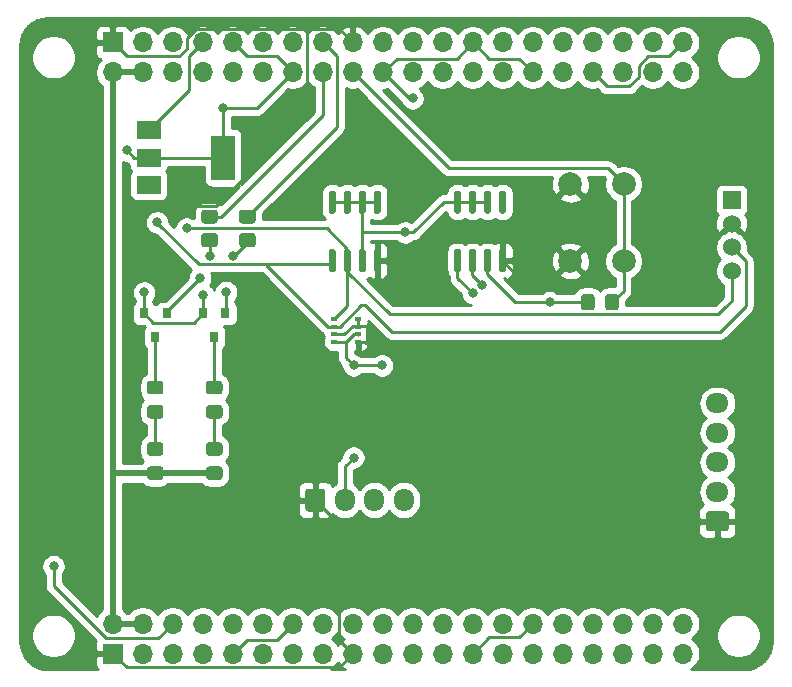
<source format=gbr>
%TF.GenerationSoftware,KiCad,Pcbnew,(5.1.7-0-10_14)*%
%TF.CreationDate,2020-11-05T09:31:43+00:00*%
%TF.ProjectId,ex2device,65783264-6576-4696-9365-2e6b69636164,1.2*%
%TF.SameCoordinates,Original*%
%TF.FileFunction,Copper,L1,Top*%
%TF.FilePolarity,Positive*%
%FSLAX46Y46*%
G04 Gerber Fmt 4.6, Leading zero omitted, Abs format (unit mm)*
G04 Created by KiCad (PCBNEW (5.1.7-0-10_14)) date 2020-11-05 09:31:43*
%MOMM*%
%LPD*%
G01*
G04 APERTURE LIST*
%TA.AperFunction,ComponentPad*%
%ADD10C,2.000000*%
%TD*%
%TA.AperFunction,ComponentPad*%
%ADD11O,1.950000X1.700000*%
%TD*%
%TA.AperFunction,ComponentPad*%
%ADD12R,1.700000X1.700000*%
%TD*%
%TA.AperFunction,ComponentPad*%
%ADD13O,1.700000X1.700000*%
%TD*%
%TA.AperFunction,ComponentPad*%
%ADD14O,1.700000X1.950000*%
%TD*%
%TA.AperFunction,SMDPad,CuDef*%
%ADD15R,2.000000X1.500000*%
%TD*%
%TA.AperFunction,SMDPad,CuDef*%
%ADD16R,2.000000X3.800000*%
%TD*%
%TA.AperFunction,ComponentPad*%
%ADD17C,1.524000*%
%TD*%
%TA.AperFunction,ComponentPad*%
%ADD18R,1.524000X1.524000*%
%TD*%
%TA.AperFunction,SMDPad,CuDef*%
%ADD19R,0.800000X0.900000*%
%TD*%
%TA.AperFunction,SMDPad,CuDef*%
%ADD20R,0.500000X0.350000*%
%TD*%
%TA.AperFunction,ViaPad*%
%ADD21C,0.800000*%
%TD*%
%TA.AperFunction,Conductor*%
%ADD22C,0.250000*%
%TD*%
%TA.AperFunction,Conductor*%
%ADD23C,0.500000*%
%TD*%
%TA.AperFunction,Conductor*%
%ADD24C,0.254000*%
%TD*%
%TA.AperFunction,Conductor*%
%ADD25C,0.100000*%
%TD*%
G04 APERTURE END LIST*
%TO.P,U2,8*%
%TO.N,+3V3*%
%TA.AperFunction,SMDPad,CuDef*%
G36*
G01*
X138255000Y-83750000D02*
X138555000Y-83750000D01*
G75*
G02*
X138705000Y-83900000I0J-150000D01*
G01*
X138705000Y-85550000D01*
G75*
G02*
X138555000Y-85700000I-150000J0D01*
G01*
X138255000Y-85700000D01*
G75*
G02*
X138105000Y-85550000I0J150000D01*
G01*
X138105000Y-83900000D01*
G75*
G02*
X138255000Y-83750000I150000J0D01*
G01*
G37*
%TD.AperFunction*%
%TO.P,U2,7*%
%TO.N,GND*%
%TA.AperFunction,SMDPad,CuDef*%
G36*
G01*
X136985000Y-83750000D02*
X137285000Y-83750000D01*
G75*
G02*
X137435000Y-83900000I0J-150000D01*
G01*
X137435000Y-85550000D01*
G75*
G02*
X137285000Y-85700000I-150000J0D01*
G01*
X136985000Y-85700000D01*
G75*
G02*
X136835000Y-85550000I0J150000D01*
G01*
X136835000Y-83900000D01*
G75*
G02*
X136985000Y-83750000I150000J0D01*
G01*
G37*
%TD.AperFunction*%
%TO.P,U2,6*%
%TO.N,SCL1*%
%TA.AperFunction,SMDPad,CuDef*%
G36*
G01*
X135715000Y-83750000D02*
X136015000Y-83750000D01*
G75*
G02*
X136165000Y-83900000I0J-150000D01*
G01*
X136165000Y-85550000D01*
G75*
G02*
X136015000Y-85700000I-150000J0D01*
G01*
X135715000Y-85700000D01*
G75*
G02*
X135565000Y-85550000I0J150000D01*
G01*
X135565000Y-83900000D01*
G75*
G02*
X135715000Y-83750000I150000J0D01*
G01*
G37*
%TD.AperFunction*%
%TO.P,U2,5*%
%TO.N,SDA1*%
%TA.AperFunction,SMDPad,CuDef*%
G36*
G01*
X134445000Y-83750000D02*
X134745000Y-83750000D01*
G75*
G02*
X134895000Y-83900000I0J-150000D01*
G01*
X134895000Y-85550000D01*
G75*
G02*
X134745000Y-85700000I-150000J0D01*
G01*
X134445000Y-85700000D01*
G75*
G02*
X134295000Y-85550000I0J150000D01*
G01*
X134295000Y-83900000D01*
G75*
G02*
X134445000Y-83750000I150000J0D01*
G01*
G37*
%TD.AperFunction*%
%TO.P,U2,4*%
%TO.N,GND*%
%TA.AperFunction,SMDPad,CuDef*%
G36*
G01*
X134445000Y-78800000D02*
X134745000Y-78800000D01*
G75*
G02*
X134895000Y-78950000I0J-150000D01*
G01*
X134895000Y-80600000D01*
G75*
G02*
X134745000Y-80750000I-150000J0D01*
G01*
X134445000Y-80750000D01*
G75*
G02*
X134295000Y-80600000I0J150000D01*
G01*
X134295000Y-78950000D01*
G75*
G02*
X134445000Y-78800000I150000J0D01*
G01*
G37*
%TD.AperFunction*%
%TO.P,U2,3*%
%TA.AperFunction,SMDPad,CuDef*%
G36*
G01*
X135715000Y-78800000D02*
X136015000Y-78800000D01*
G75*
G02*
X136165000Y-78950000I0J-150000D01*
G01*
X136165000Y-80600000D01*
G75*
G02*
X136015000Y-80750000I-150000J0D01*
G01*
X135715000Y-80750000D01*
G75*
G02*
X135565000Y-80600000I0J150000D01*
G01*
X135565000Y-78950000D01*
G75*
G02*
X135715000Y-78800000I150000J0D01*
G01*
G37*
%TD.AperFunction*%
%TO.P,U2,2*%
%TA.AperFunction,SMDPad,CuDef*%
G36*
G01*
X136985000Y-78800000D02*
X137285000Y-78800000D01*
G75*
G02*
X137435000Y-78950000I0J-150000D01*
G01*
X137435000Y-80600000D01*
G75*
G02*
X137285000Y-80750000I-150000J0D01*
G01*
X136985000Y-80750000D01*
G75*
G02*
X136835000Y-80600000I0J150000D01*
G01*
X136835000Y-78950000D01*
G75*
G02*
X136985000Y-78800000I150000J0D01*
G01*
G37*
%TD.AperFunction*%
%TO.P,U2,1*%
%TA.AperFunction,SMDPad,CuDef*%
G36*
G01*
X138255000Y-78800000D02*
X138555000Y-78800000D01*
G75*
G02*
X138705000Y-78950000I0J-150000D01*
G01*
X138705000Y-80600000D01*
G75*
G02*
X138555000Y-80750000I-150000J0D01*
G01*
X138255000Y-80750000D01*
G75*
G02*
X138105000Y-80600000I0J150000D01*
G01*
X138105000Y-78950000D01*
G75*
G02*
X138255000Y-78800000I150000J0D01*
G01*
G37*
%TD.AperFunction*%
%TD*%
%TO.P,U4,8*%
%TO.N,+3V3*%
%TA.AperFunction,SMDPad,CuDef*%
G36*
G01*
X148855000Y-83750000D02*
X149155000Y-83750000D01*
G75*
G02*
X149305000Y-83900000I0J-150000D01*
G01*
X149305000Y-85550000D01*
G75*
G02*
X149155000Y-85700000I-150000J0D01*
G01*
X148855000Y-85700000D01*
G75*
G02*
X148705000Y-85550000I0J150000D01*
G01*
X148705000Y-83900000D01*
G75*
G02*
X148855000Y-83750000I150000J0D01*
G01*
G37*
%TD.AperFunction*%
%TO.P,U4,7*%
%TO.N,GND*%
%TA.AperFunction,SMDPad,CuDef*%
G36*
G01*
X147585000Y-83750000D02*
X147885000Y-83750000D01*
G75*
G02*
X148035000Y-83900000I0J-150000D01*
G01*
X148035000Y-85550000D01*
G75*
G02*
X147885000Y-85700000I-150000J0D01*
G01*
X147585000Y-85700000D01*
G75*
G02*
X147435000Y-85550000I0J150000D01*
G01*
X147435000Y-83900000D01*
G75*
G02*
X147585000Y-83750000I150000J0D01*
G01*
G37*
%TD.AperFunction*%
%TO.P,U4,6*%
%TO.N,ID_SC*%
%TA.AperFunction,SMDPad,CuDef*%
G36*
G01*
X146315000Y-83750000D02*
X146615000Y-83750000D01*
G75*
G02*
X146765000Y-83900000I0J-150000D01*
G01*
X146765000Y-85550000D01*
G75*
G02*
X146615000Y-85700000I-150000J0D01*
G01*
X146315000Y-85700000D01*
G75*
G02*
X146165000Y-85550000I0J150000D01*
G01*
X146165000Y-83900000D01*
G75*
G02*
X146315000Y-83750000I150000J0D01*
G01*
G37*
%TD.AperFunction*%
%TO.P,U4,5*%
%TO.N,ID_SD*%
%TA.AperFunction,SMDPad,CuDef*%
G36*
G01*
X145045000Y-83750000D02*
X145345000Y-83750000D01*
G75*
G02*
X145495000Y-83900000I0J-150000D01*
G01*
X145495000Y-85550000D01*
G75*
G02*
X145345000Y-85700000I-150000J0D01*
G01*
X145045000Y-85700000D01*
G75*
G02*
X144895000Y-85550000I0J150000D01*
G01*
X144895000Y-83900000D01*
G75*
G02*
X145045000Y-83750000I150000J0D01*
G01*
G37*
%TD.AperFunction*%
%TO.P,U4,4*%
%TO.N,GND*%
%TA.AperFunction,SMDPad,CuDef*%
G36*
G01*
X145045000Y-78800000D02*
X145345000Y-78800000D01*
G75*
G02*
X145495000Y-78950000I0J-150000D01*
G01*
X145495000Y-80600000D01*
G75*
G02*
X145345000Y-80750000I-150000J0D01*
G01*
X145045000Y-80750000D01*
G75*
G02*
X144895000Y-80600000I0J150000D01*
G01*
X144895000Y-78950000D01*
G75*
G02*
X145045000Y-78800000I150000J0D01*
G01*
G37*
%TD.AperFunction*%
%TO.P,U4,3*%
%TA.AperFunction,SMDPad,CuDef*%
G36*
G01*
X146315000Y-78800000D02*
X146615000Y-78800000D01*
G75*
G02*
X146765000Y-78950000I0J-150000D01*
G01*
X146765000Y-80600000D01*
G75*
G02*
X146615000Y-80750000I-150000J0D01*
G01*
X146315000Y-80750000D01*
G75*
G02*
X146165000Y-80600000I0J150000D01*
G01*
X146165000Y-78950000D01*
G75*
G02*
X146315000Y-78800000I150000J0D01*
G01*
G37*
%TD.AperFunction*%
%TO.P,U4,2*%
%TA.AperFunction,SMDPad,CuDef*%
G36*
G01*
X147585000Y-78800000D02*
X147885000Y-78800000D01*
G75*
G02*
X148035000Y-78950000I0J-150000D01*
G01*
X148035000Y-80600000D01*
G75*
G02*
X147885000Y-80750000I-150000J0D01*
G01*
X147585000Y-80750000D01*
G75*
G02*
X147435000Y-80600000I0J150000D01*
G01*
X147435000Y-78950000D01*
G75*
G02*
X147585000Y-78800000I150000J0D01*
G01*
G37*
%TD.AperFunction*%
%TO.P,U4,1*%
%TO.N,N/C*%
%TA.AperFunction,SMDPad,CuDef*%
G36*
G01*
X148855000Y-78800000D02*
X149155000Y-78800000D01*
G75*
G02*
X149305000Y-78950000I0J-150000D01*
G01*
X149305000Y-80600000D01*
G75*
G02*
X149155000Y-80750000I-150000J0D01*
G01*
X148855000Y-80750000D01*
G75*
G02*
X148705000Y-80600000I0J150000D01*
G01*
X148705000Y-78950000D01*
G75*
G02*
X148855000Y-78800000I150000J0D01*
G01*
G37*
%TD.AperFunction*%
%TD*%
D10*
%TO.P,SW1,1*%
%TO.N,GPIO24*%
X159250000Y-84750000D03*
%TO.P,SW1,2*%
%TO.N,+3V3*%
X154750000Y-84750000D03*
%TO.P,SW1,1*%
%TO.N,GPIO24*%
X159250000Y-78250000D03*
%TO.P,SW1,2*%
%TO.N,+3V3*%
X154750000Y-78250000D03*
%TD*%
D11*
%TO.P,J4,5*%
%TO.N,GPIO21*%
X167200000Y-96800000D03*
%TO.P,J4,4*%
%TO.N,GPIO20*%
X167200000Y-99300000D03*
%TO.P,J4,3*%
%TO.N,GPIO19*%
X167200000Y-101800000D03*
%TO.P,J4,2*%
%TO.N,GND*%
X167200000Y-104300000D03*
%TO.P,J4,1*%
%TO.N,+3V3*%
%TA.AperFunction,ComponentPad*%
G36*
G01*
X167925000Y-107650000D02*
X166475000Y-107650000D01*
G75*
G02*
X166225000Y-107400000I0J250000D01*
G01*
X166225000Y-106200000D01*
G75*
G02*
X166475000Y-105950000I250000J0D01*
G01*
X167925000Y-105950000D01*
G75*
G02*
X168175000Y-106200000I0J-250000D01*
G01*
X168175000Y-107400000D01*
G75*
G02*
X167925000Y-107650000I-250000J0D01*
G01*
G37*
%TD.AperFunction*%
%TD*%
D12*
%TO.P,J1,1*%
%TO.N,+3V3*%
X116000000Y-66250000D03*
D13*
%TO.P,J1,2*%
%TO.N,+5V*%
X116000000Y-68790000D03*
%TO.P,J1,3*%
%TO.N,SDA1*%
X118540000Y-66250000D03*
%TO.P,J1,4*%
%TO.N,+5V*%
X118540000Y-68790000D03*
%TO.P,J1,5*%
%TO.N,SCL1*%
X121080000Y-66250000D03*
%TO.P,J1,6*%
%TO.N,GND*%
X121080000Y-68790000D03*
%TO.P,J1,7*%
%TO.N,W1*%
X123620000Y-66250000D03*
%TO.P,J1,8*%
%TO.N,N/C*%
X123620000Y-68790000D03*
%TO.P,J1,9*%
%TO.N,GND*%
X126160000Y-66250000D03*
%TO.P,J1,10*%
%TO.N,N/C*%
X126160000Y-68790000D03*
%TO.P,J1,11*%
%TO.N,PENIRQ*%
X128700000Y-66250000D03*
%TO.P,J1,12*%
%TO.N,PWM*%
X128700000Y-68790000D03*
%TO.P,J1,13*%
%TO.N,KEYIRQ*%
X131240000Y-66250000D03*
%TO.P,J1,14*%
%TO.N,GND*%
X131240000Y-68790000D03*
%TO.P,J1,15*%
%TO.N,Net-(J1-Pad15)*%
X133780000Y-66250000D03*
%TO.P,J1,16*%
%TO.N,Net-(J1-Pad16)*%
X133780000Y-68790000D03*
%TO.P,J1,17*%
%TO.N,+3V3*%
X136320000Y-66250000D03*
%TO.P,J1,18*%
%TO.N,GPIO24*%
X136320000Y-68790000D03*
%TO.P,J1,19*%
%TO.N,MOSI*%
X138860000Y-66250000D03*
%TO.P,J1,20*%
%TO.N,GND*%
X138860000Y-68790000D03*
%TO.P,J1,21*%
%TO.N,MISO*%
X141400000Y-66250000D03*
%TO.P,J1,22*%
%TO.N,GPIO25*%
X141400000Y-68790000D03*
%TO.P,J1,23*%
%TO.N,SCK*%
X143940000Y-66250000D03*
%TO.P,J1,24*%
%TO.N,SPI-CS0*%
X143940000Y-68790000D03*
%TO.P,J1,25*%
%TO.N,GND*%
X146480000Y-66250000D03*
%TO.P,J1,26*%
%TO.N,N/C*%
X146480000Y-68790000D03*
%TO.P,J1,27*%
%TO.N,ID_SD*%
X149020000Y-66250000D03*
%TO.P,J1,28*%
%TO.N,ID_SC*%
X149020000Y-68790000D03*
%TO.P,J1,29*%
%TO.N,N/C*%
X151560000Y-66250000D03*
%TO.P,J1,30*%
%TO.N,GND*%
X151560000Y-68790000D03*
%TO.P,J1,31*%
%TO.N,N/C*%
X154100000Y-66250000D03*
%TO.P,J1,32*%
X154100000Y-68790000D03*
%TO.P,J1,33*%
X156640000Y-66250000D03*
%TO.P,J1,34*%
%TO.N,GND*%
X156640000Y-68790000D03*
%TO.P,J1,35*%
%TO.N,GPIO19*%
X159180000Y-66250000D03*
%TO.P,J1,36*%
%TO.N,N/C*%
X159180000Y-68790000D03*
%TO.P,J1,37*%
%TO.N,GPIO26*%
X161720000Y-66250000D03*
%TO.P,J1,38*%
%TO.N,GPIO20*%
X161720000Y-68790000D03*
%TO.P,J1,39*%
%TO.N,GND*%
X164260000Y-66250000D03*
%TO.P,J1,40*%
%TO.N,GPIO21*%
X164260000Y-68790000D03*
%TD*%
D14*
%TO.P,J5,4*%
%TO.N,GPIO26*%
X140650000Y-105000000D03*
%TO.P,J5,3*%
%TO.N,GPIO25*%
X138150000Y-105000000D03*
%TO.P,J5,2*%
%TO.N,GND*%
X135650000Y-105000000D03*
%TO.P,J5,1*%
%TO.N,+3V3*%
%TA.AperFunction,ComponentPad*%
G36*
G01*
X132300000Y-105725000D02*
X132300000Y-104275000D01*
G75*
G02*
X132550000Y-104025000I250000J0D01*
G01*
X133750000Y-104025000D01*
G75*
G02*
X134000000Y-104275000I0J-250000D01*
G01*
X134000000Y-105725000D01*
G75*
G02*
X133750000Y-105975000I-250000J0D01*
G01*
X132550000Y-105975000D01*
G75*
G02*
X132300000Y-105725000I0J250000D01*
G01*
G37*
%TD.AperFunction*%
%TD*%
%TO.P,R5,2*%
%TO.N,Net-(J1-Pad16)*%
%TA.AperFunction,SMDPad,CuDef*%
G36*
G01*
X124650001Y-81600000D02*
X123749999Y-81600000D01*
G75*
G02*
X123500000Y-81350001I0J249999D01*
G01*
X123500000Y-80649999D01*
G75*
G02*
X123749999Y-80400000I249999J0D01*
G01*
X124650001Y-80400000D01*
G75*
G02*
X124900000Y-80649999I0J-249999D01*
G01*
X124900000Y-81350001D01*
G75*
G02*
X124650001Y-81600000I-249999J0D01*
G01*
G37*
%TD.AperFunction*%
%TO.P,R5,1*%
%TO.N,Net-(Q2-Pad1)*%
%TA.AperFunction,SMDPad,CuDef*%
G36*
G01*
X124650001Y-83600000D02*
X123749999Y-83600000D01*
G75*
G02*
X123500000Y-83350001I0J249999D01*
G01*
X123500000Y-82649999D01*
G75*
G02*
X123749999Y-82400000I249999J0D01*
G01*
X124650001Y-82400000D01*
G75*
G02*
X124900000Y-82649999I0J-249999D01*
G01*
X124900000Y-83350001D01*
G75*
G02*
X124650001Y-83600000I-249999J0D01*
G01*
G37*
%TD.AperFunction*%
%TD*%
%TO.P,R4,2*%
%TO.N,Net-(J1-Pad15)*%
%TA.AperFunction,SMDPad,CuDef*%
G36*
G01*
X127850001Y-81600000D02*
X126949999Y-81600000D01*
G75*
G02*
X126700000Y-81350001I0J249999D01*
G01*
X126700000Y-80649999D01*
G75*
G02*
X126949999Y-80400000I249999J0D01*
G01*
X127850001Y-80400000D01*
G75*
G02*
X128100000Y-80649999I0J-249999D01*
G01*
X128100000Y-81350001D01*
G75*
G02*
X127850001Y-81600000I-249999J0D01*
G01*
G37*
%TD.AperFunction*%
%TO.P,R4,1*%
%TO.N,Net-(Q1-Pad1)*%
%TA.AperFunction,SMDPad,CuDef*%
G36*
G01*
X127850001Y-83600000D02*
X126949999Y-83600000D01*
G75*
G02*
X126700000Y-83350001I0J249999D01*
G01*
X126700000Y-82649999D01*
G75*
G02*
X126949999Y-82400000I249999J0D01*
G01*
X127850001Y-82400000D01*
G75*
G02*
X128100000Y-82649999I0J-249999D01*
G01*
X128100000Y-83350001D01*
G75*
G02*
X127850001Y-83600000I-249999J0D01*
G01*
G37*
%TD.AperFunction*%
%TD*%
D15*
%TO.P,U3,1*%
%TO.N,W1*%
X119050000Y-73700000D03*
%TO.P,U3,3*%
%TO.N,N/C*%
X119050000Y-78300000D03*
%TO.P,U3,2*%
%TO.N,GND*%
X119050000Y-76000000D03*
D16*
%TO.P,U3,4*%
X125350000Y-76000000D03*
%TD*%
D17*
%TO.P,J3,4*%
%TO.N,SCL1*%
X168400000Y-85600000D03*
%TO.P,J3,3*%
%TO.N,SDA1*%
X168400000Y-83600000D03*
%TO.P,J3,2*%
%TO.N,+3V3*%
X168400000Y-81600000D03*
D18*
%TO.P,J3,1*%
%TO.N,GND*%
X168400000Y-79600000D03*
%TD*%
%TO.P,D1,2*%
%TO.N,+5V*%
%TA.AperFunction,SMDPad,CuDef*%
G36*
G01*
X124149999Y-102150000D02*
X125050001Y-102150000D01*
G75*
G02*
X125300000Y-102399999I0J-249999D01*
G01*
X125300000Y-103050001D01*
G75*
G02*
X125050001Y-103300000I-249999J0D01*
G01*
X124149999Y-103300000D01*
G75*
G02*
X123900000Y-103050001I0J249999D01*
G01*
X123900000Y-102399999D01*
G75*
G02*
X124149999Y-102150000I249999J0D01*
G01*
G37*
%TD.AperFunction*%
%TO.P,D1,1*%
%TO.N,Net-(D1-Pad1)*%
%TA.AperFunction,SMDPad,CuDef*%
G36*
G01*
X124149999Y-100100000D02*
X125050001Y-100100000D01*
G75*
G02*
X125300000Y-100349999I0J-249999D01*
G01*
X125300000Y-101000001D01*
G75*
G02*
X125050001Y-101250000I-249999J0D01*
G01*
X124149999Y-101250000D01*
G75*
G02*
X123900000Y-101000001I0J249999D01*
G01*
X123900000Y-100349999D01*
G75*
G02*
X124149999Y-100100000I249999J0D01*
G01*
G37*
%TD.AperFunction*%
%TD*%
%TO.P,D2,1*%
%TO.N,Net-(D2-Pad1)*%
%TA.AperFunction,SMDPad,CuDef*%
G36*
G01*
X119149999Y-100100000D02*
X120050001Y-100100000D01*
G75*
G02*
X120300000Y-100349999I0J-249999D01*
G01*
X120300000Y-101000001D01*
G75*
G02*
X120050001Y-101250000I-249999J0D01*
G01*
X119149999Y-101250000D01*
G75*
G02*
X118900000Y-101000001I0J249999D01*
G01*
X118900000Y-100349999D01*
G75*
G02*
X119149999Y-100100000I249999J0D01*
G01*
G37*
%TD.AperFunction*%
%TO.P,D2,2*%
%TO.N,+5V*%
%TA.AperFunction,SMDPad,CuDef*%
G36*
G01*
X119149999Y-102150000D02*
X120050001Y-102150000D01*
G75*
G02*
X120300000Y-102399999I0J-249999D01*
G01*
X120300000Y-103050001D01*
G75*
G02*
X120050001Y-103300000I-249999J0D01*
G01*
X119149999Y-103300000D01*
G75*
G02*
X118900000Y-103050001I0J249999D01*
G01*
X118900000Y-102399999D01*
G75*
G02*
X119149999Y-102150000I249999J0D01*
G01*
G37*
%TD.AperFunction*%
%TD*%
D19*
%TO.P,Q2,1*%
%TO.N,Net-(Q2-Pad1)*%
X120568068Y-89202257D03*
%TO.P,Q2,2*%
%TO.N,GND*%
X118668068Y-89202257D03*
%TO.P,Q2,3*%
%TO.N,Net-(Q2-Pad3)*%
X119618068Y-91202257D03*
%TD*%
%TO.P,R1,1*%
%TO.N,Net-(Q1-Pad3)*%
%TA.AperFunction,SMDPad,CuDef*%
G36*
G01*
X124149999Y-94900000D02*
X125050001Y-94900000D01*
G75*
G02*
X125300000Y-95149999I0J-249999D01*
G01*
X125300000Y-95800001D01*
G75*
G02*
X125050001Y-96050000I-249999J0D01*
G01*
X124149999Y-96050000D01*
G75*
G02*
X123900000Y-95800001I0J249999D01*
G01*
X123900000Y-95149999D01*
G75*
G02*
X124149999Y-94900000I249999J0D01*
G01*
G37*
%TD.AperFunction*%
%TO.P,R1,2*%
%TO.N,Net-(D1-Pad1)*%
%TA.AperFunction,SMDPad,CuDef*%
G36*
G01*
X124149999Y-96950000D02*
X125050001Y-96950000D01*
G75*
G02*
X125300000Y-97199999I0J-249999D01*
G01*
X125300000Y-97850001D01*
G75*
G02*
X125050001Y-98100000I-249999J0D01*
G01*
X124149999Y-98100000D01*
G75*
G02*
X123900000Y-97850001I0J249999D01*
G01*
X123900000Y-97199999D01*
G75*
G02*
X124149999Y-96950000I249999J0D01*
G01*
G37*
%TD.AperFunction*%
%TD*%
%TO.P,R2,1*%
%TO.N,GND*%
%TA.AperFunction,SMDPad,CuDef*%
G36*
G01*
X155650000Y-88700001D02*
X155650000Y-87799999D01*
G75*
G02*
X155899999Y-87550000I249999J0D01*
G01*
X156550001Y-87550000D01*
G75*
G02*
X156800000Y-87799999I0J-249999D01*
G01*
X156800000Y-88700001D01*
G75*
G02*
X156550001Y-88950000I-249999J0D01*
G01*
X155899999Y-88950000D01*
G75*
G02*
X155650000Y-88700001I0J249999D01*
G01*
G37*
%TD.AperFunction*%
%TO.P,R2,2*%
%TO.N,GPIO24*%
%TA.AperFunction,SMDPad,CuDef*%
G36*
G01*
X157700000Y-88700001D02*
X157700000Y-87799999D01*
G75*
G02*
X157949999Y-87550000I249999J0D01*
G01*
X158600001Y-87550000D01*
G75*
G02*
X158850000Y-87799999I0J-249999D01*
G01*
X158850000Y-88700001D01*
G75*
G02*
X158600001Y-88950000I-249999J0D01*
G01*
X157949999Y-88950000D01*
G75*
G02*
X157700000Y-88700001I0J249999D01*
G01*
G37*
%TD.AperFunction*%
%TD*%
%TO.P,R3,2*%
%TO.N,Net-(D2-Pad1)*%
%TA.AperFunction,SMDPad,CuDef*%
G36*
G01*
X119149999Y-96950000D02*
X120050001Y-96950000D01*
G75*
G02*
X120300000Y-97199999I0J-249999D01*
G01*
X120300000Y-97850001D01*
G75*
G02*
X120050001Y-98100000I-249999J0D01*
G01*
X119149999Y-98100000D01*
G75*
G02*
X118900000Y-97850001I0J249999D01*
G01*
X118900000Y-97199999D01*
G75*
G02*
X119149999Y-96950000I249999J0D01*
G01*
G37*
%TD.AperFunction*%
%TO.P,R3,1*%
%TO.N,Net-(Q2-Pad3)*%
%TA.AperFunction,SMDPad,CuDef*%
G36*
G01*
X119149999Y-94900000D02*
X120050001Y-94900000D01*
G75*
G02*
X120300000Y-95149999I0J-249999D01*
G01*
X120300000Y-95800001D01*
G75*
G02*
X120050001Y-96050000I-249999J0D01*
G01*
X119149999Y-96050000D01*
G75*
G02*
X118900000Y-95800001I0J249999D01*
G01*
X118900000Y-95149999D01*
G75*
G02*
X119149999Y-94900000I249999J0D01*
G01*
G37*
%TD.AperFunction*%
%TD*%
D12*
%TO.P,J2,1*%
%TO.N,+3V3*%
X116000000Y-118000000D03*
D13*
%TO.P,J2,2*%
%TO.N,+5V*%
X116000000Y-115460000D03*
%TO.P,J2,3*%
%TO.N,SDA1*%
X118540000Y-118000000D03*
%TO.P,J2,4*%
%TO.N,+5V*%
X118540000Y-115460000D03*
%TO.P,J2,5*%
%TO.N,SCL1*%
X121080000Y-118000000D03*
%TO.P,J2,6*%
%TO.N,GND*%
X121080000Y-115460000D03*
%TO.P,J2,7*%
%TO.N,N/C*%
X123620000Y-118000000D03*
%TO.P,J2,8*%
X123620000Y-115460000D03*
%TO.P,J2,9*%
%TO.N,GND*%
X126160000Y-118000000D03*
%TO.P,J2,10*%
%TO.N,N/C*%
X126160000Y-115460000D03*
%TO.P,J2,11*%
%TO.N,PENIRQ*%
X128700000Y-118000000D03*
%TO.P,J2,12*%
%TO.N,PWM*%
X128700000Y-115460000D03*
%TO.P,J2,13*%
%TO.N,KEYIRQ*%
X131240000Y-118000000D03*
%TO.P,J2,14*%
%TO.N,GND*%
X131240000Y-115460000D03*
%TO.P,J2,15*%
%TO.N,N/C*%
X133780000Y-118000000D03*
%TO.P,J2,16*%
X133780000Y-115460000D03*
%TO.P,J2,17*%
%TO.N,+3V3*%
X136320000Y-118000000D03*
%TO.P,J2,18*%
%TO.N,N/C*%
X136320000Y-115460000D03*
%TO.P,J2,19*%
%TO.N,MOSI*%
X138860000Y-118000000D03*
%TO.P,J2,20*%
%TO.N,GND*%
X138860000Y-115460000D03*
%TO.P,J2,21*%
%TO.N,MISO*%
X141400000Y-118000000D03*
%TO.P,J2,22*%
%TO.N,N/C*%
X141400000Y-115460000D03*
%TO.P,J2,23*%
%TO.N,SCK*%
X143940000Y-118000000D03*
%TO.P,J2,24*%
%TO.N,SPI-CS0*%
X143940000Y-115460000D03*
%TO.P,J2,25*%
%TO.N,GND*%
X146480000Y-118000000D03*
%TO.P,J2,26*%
%TO.N,N/C*%
X146480000Y-115460000D03*
%TO.P,J2,27*%
X149020000Y-118000000D03*
%TO.P,J2,28*%
X149020000Y-115460000D03*
%TO.P,J2,29*%
X151560000Y-118000000D03*
%TO.P,J2,30*%
%TO.N,GND*%
X151560000Y-115460000D03*
%TO.P,J2,31*%
%TO.N,N/C*%
X154100000Y-118000000D03*
%TO.P,J2,32*%
X154100000Y-115460000D03*
%TO.P,J2,33*%
X156640000Y-118000000D03*
%TO.P,J2,34*%
%TO.N,GND*%
X156640000Y-115460000D03*
%TO.P,J2,35*%
%TO.N,N/C*%
X159180000Y-118000000D03*
%TO.P,J2,36*%
X159180000Y-115460000D03*
%TO.P,J2,37*%
X161720000Y-118000000D03*
%TO.P,J2,38*%
X161720000Y-115460000D03*
%TO.P,J2,39*%
%TO.N,GND*%
X164260000Y-118000000D03*
%TO.P,J2,40*%
%TO.N,N/C*%
X164260000Y-115460000D03*
%TD*%
D19*
%TO.P,Q1,1*%
%TO.N,Net-(Q1-Pad1)*%
X125548768Y-89202257D03*
%TO.P,Q1,2*%
%TO.N,GND*%
X123648768Y-89202257D03*
%TO.P,Q1,3*%
%TO.N,Net-(Q1-Pad3)*%
X124598768Y-91202257D03*
%TD*%
D20*
%TO.P,U1,4*%
%TO.N,SCL1*%
X134725000Y-89675000D03*
%TO.P,U1,3*%
%TO.N,SDA1*%
X134725000Y-90325000D03*
%TO.P,U1,2*%
%TO.N,+3V3*%
X134725000Y-90975000D03*
%TO.P,U1,1*%
%TO.N,GND*%
X134725000Y-91625000D03*
%TO.P,U1,8*%
%TO.N,+3V3*%
X136775000Y-91625000D03*
%TO.P,U1,7*%
%TO.N,GND*%
X136775000Y-90975000D03*
%TO.P,U1,6*%
%TO.N,+3V3*%
X136775000Y-90325000D03*
%TO.P,U1,5*%
X136775000Y-89675000D03*
%TD*%
D21*
%TO.N,GND*%
X118668068Y-87418068D03*
X123648768Y-87648768D03*
X153000000Y-88250000D03*
X125350000Y-71800000D03*
X117200000Y-75400000D03*
X136400000Y-93600000D03*
X136400000Y-101400000D03*
X111000000Y-110600000D03*
X138800000Y-93600000D03*
X140760001Y-82335000D03*
X141400000Y-71000000D03*
%TO.N,ID_SC*%
X147250000Y-86750000D03*
%TO.N,ID_SD*%
X146500000Y-87500000D03*
%TO.N,+3V3*%
X130800000Y-72400000D03*
X130800000Y-80000000D03*
%TO.N,SCL1*%
X122255001Y-81994999D03*
%TO.N,SDA1*%
X119765001Y-81484999D03*
%TO.N,Net-(Q1-Pad1)*%
X126200000Y-84300000D03*
X125600000Y-87400000D03*
%TO.N,Net-(Q2-Pad1)*%
X124200000Y-84300000D03*
X123400000Y-86200000D03*
%TD*%
D22*
%TO.N,Net-(D1-Pad1)*%
X124600000Y-97525000D02*
X124600000Y-100675000D01*
%TO.N,Net-(D2-Pad1)*%
X119600000Y-97525000D02*
X119600000Y-100675000D01*
D23*
%TO.N,+5V*%
X118540000Y-115460000D02*
X116000000Y-115460000D01*
X116000000Y-68790000D02*
X118540000Y-68790000D01*
X116025000Y-102725000D02*
X116000000Y-102750000D01*
X124600000Y-102725000D02*
X116025000Y-102725000D01*
X116000000Y-102750000D02*
X116000000Y-68790000D01*
X116000000Y-115460000D02*
X116000000Y-102750000D01*
D22*
%TO.N,GND*%
X118668068Y-89202257D02*
X118668068Y-87418068D01*
X123648768Y-89202257D02*
X123648768Y-87648768D01*
X118668068Y-87418068D02*
X118668068Y-87418068D01*
X123648768Y-87648768D02*
X123648768Y-87648768D01*
X156225000Y-88250000D02*
X154000000Y-88250000D01*
X153000000Y-88250000D02*
X154000000Y-88250000D01*
X147735000Y-85900000D02*
X150085000Y-88250000D01*
X147735000Y-84725000D02*
X147735000Y-85900000D01*
X151500000Y-88250000D02*
X153000000Y-88250000D01*
X150085000Y-88250000D02*
X151500000Y-88250000D01*
X127335001Y-67425001D02*
X129875001Y-67425001D01*
X129875001Y-67425001D02*
X131240000Y-68790000D01*
X126160000Y-66250000D02*
X127335001Y-67425001D01*
X150384999Y-116635001D02*
X151560000Y-115460000D01*
X147844999Y-116635001D02*
X150384999Y-116635001D01*
X146480000Y-118000000D02*
X147844999Y-116635001D01*
X129875001Y-116824999D02*
X131240000Y-115460000D01*
X127335001Y-116824999D02*
X129875001Y-116824999D01*
X126160000Y-118000000D02*
X127335001Y-116824999D01*
X136414998Y-90975000D02*
X136775000Y-90975000D01*
X135764998Y-91625000D02*
X136414998Y-90975000D01*
X134725000Y-91625000D02*
X135764998Y-91625000D01*
X136800000Y-91000000D02*
X136775000Y-90975000D01*
X119050000Y-76000000D02*
X125350000Y-76000000D01*
X125350000Y-76000000D02*
X125350000Y-71800000D01*
X119050000Y-76000000D02*
X117800000Y-76000000D01*
X117800000Y-76000000D02*
X117200000Y-75400000D01*
X147844999Y-67614999D02*
X150384999Y-67614999D01*
X150384999Y-67614999D02*
X151560000Y-68790000D01*
X146480000Y-66250000D02*
X147844999Y-67614999D01*
X145115001Y-67614999D02*
X146480000Y-66250000D01*
X140035001Y-67614999D02*
X145115001Y-67614999D01*
X138860000Y-68790000D02*
X140035001Y-67614999D01*
X128230000Y-71800000D02*
X131240000Y-68790000D01*
X125350000Y-71800000D02*
X128230000Y-71800000D01*
X160544999Y-68225999D02*
X161345997Y-67425001D01*
X161345997Y-67425001D02*
X163084999Y-67425001D01*
X160544999Y-69164003D02*
X160544999Y-68225999D01*
X159744001Y-69965001D02*
X160544999Y-69164003D01*
X157815001Y-69965001D02*
X159744001Y-69965001D01*
X163084999Y-67425001D02*
X164260000Y-66250000D01*
X156640000Y-68790000D02*
X157815001Y-69965001D01*
X115411999Y-116685001D02*
X111000000Y-112273002D01*
X119854999Y-116685001D02*
X115411999Y-116685001D01*
X111000000Y-112273002D02*
X111000000Y-110600000D01*
X121080000Y-115460000D02*
X119854999Y-116685001D01*
X135650000Y-102150000D02*
X136400000Y-101400000D01*
X135650000Y-105000000D02*
X135650000Y-102150000D01*
X135764998Y-92964998D02*
X136400000Y-93600000D01*
X135764998Y-91625000D02*
X135764998Y-92964998D01*
X136400000Y-93600000D02*
X138800000Y-93600000D01*
X122873767Y-89977258D02*
X123648768Y-89202257D01*
X119443069Y-89977258D02*
X122873767Y-89977258D01*
X118668068Y-89202257D02*
X119443069Y-89977258D01*
X134595000Y-79775000D02*
X138405000Y-79775000D01*
X137135000Y-82335000D02*
X140400000Y-82335000D01*
X137135000Y-79775000D02*
X137135000Y-82335000D01*
X137135000Y-82335000D02*
X137135000Y-84725000D01*
X140400000Y-82335000D02*
X140760001Y-82335000D01*
X140760001Y-82335000D02*
X141465000Y-82335000D01*
X144025000Y-79775000D02*
X147735000Y-79775000D01*
X141465000Y-82335000D02*
X144025000Y-79775000D01*
X141070000Y-71000000D02*
X141400000Y-71000000D01*
X138860000Y-68790000D02*
X141070000Y-71000000D01*
%TO.N,Net-(J1-Pad15)*%
X134955001Y-73444999D02*
X127400000Y-81000000D01*
X134955001Y-67425001D02*
X134955001Y-73444999D01*
X133780000Y-66250000D02*
X134955001Y-67425001D01*
%TO.N,ID_SC*%
X146465000Y-85965000D02*
X146465000Y-84725000D01*
X147250000Y-86750000D02*
X146465000Y-85965000D01*
%TO.N,ID_SD*%
X145195000Y-86195000D02*
X146500000Y-87500000D01*
X145195000Y-84725000D02*
X145195000Y-86195000D01*
%TO.N,GPIO24*%
X159250000Y-87275000D02*
X158275000Y-88250000D01*
X159250000Y-84750000D02*
X159250000Y-87275000D01*
X159250000Y-84750000D02*
X159250000Y-78250000D01*
X144454999Y-76924999D02*
X136320000Y-68790000D01*
X157924999Y-76924999D02*
X144454999Y-76924999D01*
X159250000Y-78250000D02*
X157924999Y-76924999D01*
%TO.N,+3V3*%
X124760012Y-80074990D02*
X118125010Y-80074990D01*
X127800000Y-77035002D02*
X124760012Y-80074990D01*
X127800000Y-75800000D02*
X127800000Y-77035002D01*
X149005000Y-84725000D02*
X150000000Y-85720000D01*
X150000000Y-85720000D02*
X150000000Y-86500000D01*
X135625000Y-90975000D02*
X136350000Y-90250000D01*
X134725000Y-90975000D02*
X135625000Y-90975000D01*
X136350000Y-90250000D02*
X137500000Y-90250000D01*
X136775000Y-91625000D02*
X137500000Y-91625000D01*
X136775000Y-89675000D02*
X136775000Y-90250000D01*
X135144999Y-106994999D02*
X133150000Y-105000000D01*
X135144999Y-116824999D02*
X135144999Y-106994999D01*
X136320000Y-118000000D02*
X135144999Y-116824999D01*
X138405000Y-85155000D02*
X138405000Y-86750000D01*
X138405000Y-84725000D02*
X138405000Y-85155000D01*
X137500000Y-90250000D02*
X137500000Y-91625000D01*
X135144999Y-119175001D02*
X136320000Y-118000000D01*
X117175001Y-119175001D02*
X135144999Y-119175001D01*
X116000000Y-118000000D02*
X117175001Y-119175001D01*
X121644001Y-67425001D02*
X117175001Y-67425001D01*
X117175001Y-67425001D02*
X116000000Y-66250000D01*
X122255001Y-66814001D02*
X121644001Y-67425001D01*
X122255001Y-65875997D02*
X122255001Y-66814001D01*
X135144999Y-65074999D02*
X123055999Y-65074999D01*
X123055999Y-65074999D02*
X122255001Y-65875997D01*
X136320000Y-66250000D02*
X135144999Y-65074999D01*
X135144999Y-65074999D02*
X132725001Y-65074999D01*
X132415001Y-65384999D02*
X132415001Y-70584999D01*
X132725001Y-65074999D02*
X132415001Y-65384999D01*
X132415001Y-70584999D02*
X131800000Y-71200000D01*
%TO.N,Net-(J1-Pad16)*%
X124200000Y-81000000D02*
X125200000Y-81000000D01*
X133780000Y-72420000D02*
X133780000Y-68790000D01*
X125200000Y-81000000D02*
X133780000Y-72420000D01*
%TO.N,SCL1*%
X135865000Y-85700000D02*
X135865000Y-84725000D01*
X139440010Y-89275010D02*
X135865000Y-85700000D01*
X167274990Y-89275010D02*
X139440010Y-89275010D01*
X135865000Y-88535000D02*
X135865000Y-84725000D01*
X134725000Y-89675000D02*
X135865000Y-88535000D01*
X135865000Y-83750000D02*
X134109999Y-81994999D01*
X134109999Y-81994999D02*
X122255001Y-81994999D01*
X135865000Y-84725000D02*
X135865000Y-83750000D01*
X168400000Y-88150000D02*
X167875000Y-88675000D01*
X167875000Y-88675000D02*
X167274990Y-89275010D01*
X168400000Y-85600000D02*
X168400000Y-88150000D01*
%TO.N,SDA1*%
X167408762Y-90750000D02*
X169587001Y-88571761D01*
X139645000Y-90750000D02*
X167408762Y-90750000D01*
X134325000Y-90325000D02*
X134725000Y-90325000D01*
X135225000Y-90325000D02*
X137050000Y-88500000D01*
X134725000Y-90325000D02*
X135225000Y-90325000D01*
X137395000Y-88500000D02*
X139645000Y-90750000D01*
X137050000Y-88500000D02*
X137395000Y-88500000D01*
X119765001Y-81515001D02*
X119765001Y-81484999D01*
X123275000Y-85025000D02*
X119765001Y-81515001D01*
X134595000Y-84725000D02*
X134295000Y-85025000D01*
X134225000Y-90325000D02*
X128975000Y-85075000D01*
X128975000Y-85075000D02*
X128975000Y-85025000D01*
X134725000Y-90325000D02*
X134225000Y-90325000D01*
X128975000Y-85025000D02*
X123275000Y-85025000D01*
X134295000Y-85025000D02*
X128975000Y-85025000D01*
X169587001Y-84787001D02*
X169587001Y-88571761D01*
X168400000Y-83600000D02*
X169587001Y-84787001D01*
%TO.N,W1*%
X122444999Y-67425001D02*
X123620000Y-66250000D01*
X122444999Y-70305001D02*
X122444999Y-67425001D01*
X119050000Y-73700000D02*
X122444999Y-70305001D01*
%TO.N,Net-(Q1-Pad1)*%
X127400000Y-83000000D02*
X127400000Y-83200000D01*
X126300000Y-84300000D02*
X126200000Y-84300000D01*
X127400000Y-83200000D02*
X126300000Y-84300000D01*
X125600000Y-89151025D02*
X125548768Y-89202257D01*
X125600000Y-87400000D02*
X125600000Y-89151025D01*
%TO.N,Net-(Q2-Pad1)*%
X124200000Y-83000000D02*
X124200000Y-84300000D01*
X120568068Y-89031932D02*
X120568068Y-89202257D01*
X123400000Y-86200000D02*
X120568068Y-89031932D01*
%TO.N,Net-(Q1-Pad3)*%
X124600000Y-91203489D02*
X124598768Y-91202257D01*
X124600000Y-95475000D02*
X124600000Y-91203489D01*
%TO.N,Net-(Q2-Pad3)*%
X119600000Y-91220325D02*
X119618068Y-91202257D01*
X119600000Y-95475000D02*
X119600000Y-91220325D01*
%TD*%
D24*
%TO.N,+3V3*%
X169873485Y-64216966D02*
X170309819Y-64332991D01*
X170715301Y-64531555D01*
X171074496Y-64805097D01*
X171373719Y-65143199D01*
X171601572Y-65532979D01*
X171749376Y-65959592D01*
X171815000Y-66431964D01*
X171815001Y-116966485D01*
X171767688Y-117449016D01*
X171637287Y-117880927D01*
X171425480Y-118279280D01*
X171140325Y-118628914D01*
X170792697Y-118916497D01*
X170395825Y-119131085D01*
X169964834Y-119264500D01*
X169484346Y-119315000D01*
X164964893Y-119315000D01*
X165206632Y-119153475D01*
X165413475Y-118946632D01*
X165575990Y-118703411D01*
X165687932Y-118433158D01*
X165745000Y-118146260D01*
X165745000Y-117853740D01*
X165687932Y-117566842D01*
X165575990Y-117296589D01*
X165413475Y-117053368D01*
X165206632Y-116846525D01*
X165032240Y-116730000D01*
X165206632Y-116613475D01*
X165413475Y-116406632D01*
X165475139Y-116314344D01*
X167115000Y-116314344D01*
X167115000Y-116685656D01*
X167187439Y-117049834D01*
X167329534Y-117392882D01*
X167535825Y-117701618D01*
X167798382Y-117964175D01*
X168107118Y-118170466D01*
X168450166Y-118312561D01*
X168814344Y-118385000D01*
X169185656Y-118385000D01*
X169549834Y-118312561D01*
X169892882Y-118170466D01*
X170201618Y-117964175D01*
X170464175Y-117701618D01*
X170670466Y-117392882D01*
X170812561Y-117049834D01*
X170885000Y-116685656D01*
X170885000Y-116314344D01*
X170812561Y-115950166D01*
X170670466Y-115607118D01*
X170464175Y-115298382D01*
X170201618Y-115035825D01*
X169892882Y-114829534D01*
X169549834Y-114687439D01*
X169185656Y-114615000D01*
X168814344Y-114615000D01*
X168450166Y-114687439D01*
X168107118Y-114829534D01*
X167798382Y-115035825D01*
X167535825Y-115298382D01*
X167329534Y-115607118D01*
X167187439Y-115950166D01*
X167115000Y-116314344D01*
X165475139Y-116314344D01*
X165575990Y-116163411D01*
X165687932Y-115893158D01*
X165745000Y-115606260D01*
X165745000Y-115313740D01*
X165687932Y-115026842D01*
X165575990Y-114756589D01*
X165413475Y-114513368D01*
X165206632Y-114306525D01*
X164963411Y-114144010D01*
X164693158Y-114032068D01*
X164406260Y-113975000D01*
X164113740Y-113975000D01*
X163826842Y-114032068D01*
X163556589Y-114144010D01*
X163313368Y-114306525D01*
X163106525Y-114513368D01*
X162990000Y-114687760D01*
X162873475Y-114513368D01*
X162666632Y-114306525D01*
X162423411Y-114144010D01*
X162153158Y-114032068D01*
X161866260Y-113975000D01*
X161573740Y-113975000D01*
X161286842Y-114032068D01*
X161016589Y-114144010D01*
X160773368Y-114306525D01*
X160566525Y-114513368D01*
X160450000Y-114687760D01*
X160333475Y-114513368D01*
X160126632Y-114306525D01*
X159883411Y-114144010D01*
X159613158Y-114032068D01*
X159326260Y-113975000D01*
X159033740Y-113975000D01*
X158746842Y-114032068D01*
X158476589Y-114144010D01*
X158233368Y-114306525D01*
X158026525Y-114513368D01*
X157910000Y-114687760D01*
X157793475Y-114513368D01*
X157586632Y-114306525D01*
X157343411Y-114144010D01*
X157073158Y-114032068D01*
X156786260Y-113975000D01*
X156493740Y-113975000D01*
X156206842Y-114032068D01*
X155936589Y-114144010D01*
X155693368Y-114306525D01*
X155486525Y-114513368D01*
X155370000Y-114687760D01*
X155253475Y-114513368D01*
X155046632Y-114306525D01*
X154803411Y-114144010D01*
X154533158Y-114032068D01*
X154246260Y-113975000D01*
X153953740Y-113975000D01*
X153666842Y-114032068D01*
X153396589Y-114144010D01*
X153153368Y-114306525D01*
X152946525Y-114513368D01*
X152830000Y-114687760D01*
X152713475Y-114513368D01*
X152506632Y-114306525D01*
X152263411Y-114144010D01*
X151993158Y-114032068D01*
X151706260Y-113975000D01*
X151413740Y-113975000D01*
X151126842Y-114032068D01*
X150856589Y-114144010D01*
X150613368Y-114306525D01*
X150406525Y-114513368D01*
X150290000Y-114687760D01*
X150173475Y-114513368D01*
X149966632Y-114306525D01*
X149723411Y-114144010D01*
X149453158Y-114032068D01*
X149166260Y-113975000D01*
X148873740Y-113975000D01*
X148586842Y-114032068D01*
X148316589Y-114144010D01*
X148073368Y-114306525D01*
X147866525Y-114513368D01*
X147750000Y-114687760D01*
X147633475Y-114513368D01*
X147426632Y-114306525D01*
X147183411Y-114144010D01*
X146913158Y-114032068D01*
X146626260Y-113975000D01*
X146333740Y-113975000D01*
X146046842Y-114032068D01*
X145776589Y-114144010D01*
X145533368Y-114306525D01*
X145326525Y-114513368D01*
X145210000Y-114687760D01*
X145093475Y-114513368D01*
X144886632Y-114306525D01*
X144643411Y-114144010D01*
X144373158Y-114032068D01*
X144086260Y-113975000D01*
X143793740Y-113975000D01*
X143506842Y-114032068D01*
X143236589Y-114144010D01*
X142993368Y-114306525D01*
X142786525Y-114513368D01*
X142670000Y-114687760D01*
X142553475Y-114513368D01*
X142346632Y-114306525D01*
X142103411Y-114144010D01*
X141833158Y-114032068D01*
X141546260Y-113975000D01*
X141253740Y-113975000D01*
X140966842Y-114032068D01*
X140696589Y-114144010D01*
X140453368Y-114306525D01*
X140246525Y-114513368D01*
X140130000Y-114687760D01*
X140013475Y-114513368D01*
X139806632Y-114306525D01*
X139563411Y-114144010D01*
X139293158Y-114032068D01*
X139006260Y-113975000D01*
X138713740Y-113975000D01*
X138426842Y-114032068D01*
X138156589Y-114144010D01*
X137913368Y-114306525D01*
X137706525Y-114513368D01*
X137590000Y-114687760D01*
X137473475Y-114513368D01*
X137266632Y-114306525D01*
X137023411Y-114144010D01*
X136753158Y-114032068D01*
X136466260Y-113975000D01*
X136173740Y-113975000D01*
X135886842Y-114032068D01*
X135616589Y-114144010D01*
X135373368Y-114306525D01*
X135166525Y-114513368D01*
X135050000Y-114687760D01*
X134933475Y-114513368D01*
X134726632Y-114306525D01*
X134483411Y-114144010D01*
X134213158Y-114032068D01*
X133926260Y-113975000D01*
X133633740Y-113975000D01*
X133346842Y-114032068D01*
X133076589Y-114144010D01*
X132833368Y-114306525D01*
X132626525Y-114513368D01*
X132510000Y-114687760D01*
X132393475Y-114513368D01*
X132186632Y-114306525D01*
X131943411Y-114144010D01*
X131673158Y-114032068D01*
X131386260Y-113975000D01*
X131093740Y-113975000D01*
X130806842Y-114032068D01*
X130536589Y-114144010D01*
X130293368Y-114306525D01*
X130086525Y-114513368D01*
X129970000Y-114687760D01*
X129853475Y-114513368D01*
X129646632Y-114306525D01*
X129403411Y-114144010D01*
X129133158Y-114032068D01*
X128846260Y-113975000D01*
X128553740Y-113975000D01*
X128266842Y-114032068D01*
X127996589Y-114144010D01*
X127753368Y-114306525D01*
X127546525Y-114513368D01*
X127430000Y-114687760D01*
X127313475Y-114513368D01*
X127106632Y-114306525D01*
X126863411Y-114144010D01*
X126593158Y-114032068D01*
X126306260Y-113975000D01*
X126013740Y-113975000D01*
X125726842Y-114032068D01*
X125456589Y-114144010D01*
X125213368Y-114306525D01*
X125006525Y-114513368D01*
X124890000Y-114687760D01*
X124773475Y-114513368D01*
X124566632Y-114306525D01*
X124323411Y-114144010D01*
X124053158Y-114032068D01*
X123766260Y-113975000D01*
X123473740Y-113975000D01*
X123186842Y-114032068D01*
X122916589Y-114144010D01*
X122673368Y-114306525D01*
X122466525Y-114513368D01*
X122350000Y-114687760D01*
X122233475Y-114513368D01*
X122026632Y-114306525D01*
X121783411Y-114144010D01*
X121513158Y-114032068D01*
X121226260Y-113975000D01*
X120933740Y-113975000D01*
X120646842Y-114032068D01*
X120376589Y-114144010D01*
X120133368Y-114306525D01*
X119926525Y-114513368D01*
X119810000Y-114687760D01*
X119693475Y-114513368D01*
X119486632Y-114306525D01*
X119243411Y-114144010D01*
X118973158Y-114032068D01*
X118686260Y-113975000D01*
X118393740Y-113975000D01*
X118106842Y-114032068D01*
X117836589Y-114144010D01*
X117593368Y-114306525D01*
X117386525Y-114513368D01*
X117345344Y-114575000D01*
X117194656Y-114575000D01*
X117153475Y-114513368D01*
X116946632Y-114306525D01*
X116885000Y-114265344D01*
X116885000Y-107650000D01*
X165586928Y-107650000D01*
X165599188Y-107774482D01*
X165635498Y-107894180D01*
X165694463Y-108004494D01*
X165773815Y-108101185D01*
X165870506Y-108180537D01*
X165980820Y-108239502D01*
X166100518Y-108275812D01*
X166225000Y-108288072D01*
X166914250Y-108285000D01*
X167073000Y-108126250D01*
X167073000Y-106927000D01*
X167327000Y-106927000D01*
X167327000Y-108126250D01*
X167485750Y-108285000D01*
X168175000Y-108288072D01*
X168299482Y-108275812D01*
X168419180Y-108239502D01*
X168529494Y-108180537D01*
X168626185Y-108101185D01*
X168705537Y-108004494D01*
X168764502Y-107894180D01*
X168800812Y-107774482D01*
X168813072Y-107650000D01*
X168810000Y-107085750D01*
X168651250Y-106927000D01*
X167327000Y-106927000D01*
X167073000Y-106927000D01*
X165748750Y-106927000D01*
X165590000Y-107085750D01*
X165586928Y-107650000D01*
X116885000Y-107650000D01*
X116885000Y-105975000D01*
X131661928Y-105975000D01*
X131674188Y-106099482D01*
X131710498Y-106219180D01*
X131769463Y-106329494D01*
X131848815Y-106426185D01*
X131945506Y-106505537D01*
X132055820Y-106564502D01*
X132175518Y-106600812D01*
X132300000Y-106613072D01*
X132864250Y-106610000D01*
X133023000Y-106451250D01*
X133023000Y-105127000D01*
X131823750Y-105127000D01*
X131665000Y-105285750D01*
X131661928Y-105975000D01*
X116885000Y-105975000D01*
X116885000Y-104025000D01*
X131661928Y-104025000D01*
X131665000Y-104714250D01*
X131823750Y-104873000D01*
X133023000Y-104873000D01*
X133023000Y-103548750D01*
X133277000Y-103548750D01*
X133277000Y-104873000D01*
X133297000Y-104873000D01*
X133297000Y-105127000D01*
X133277000Y-105127000D01*
X133277000Y-106451250D01*
X133435750Y-106610000D01*
X134000000Y-106613072D01*
X134124482Y-106600812D01*
X134244180Y-106564502D01*
X134354494Y-106505537D01*
X134451185Y-106426185D01*
X134530537Y-106329494D01*
X134589502Y-106219180D01*
X134600055Y-106184392D01*
X134820987Y-106365706D01*
X135078967Y-106503599D01*
X135358890Y-106588513D01*
X135650000Y-106617185D01*
X135941111Y-106588513D01*
X136221034Y-106503599D01*
X136479014Y-106365706D01*
X136705134Y-106180134D01*
X136890706Y-105954014D01*
X136900000Y-105936626D01*
X136909294Y-105954014D01*
X137094866Y-106180134D01*
X137320987Y-106365706D01*
X137578967Y-106503599D01*
X137858890Y-106588513D01*
X138150000Y-106617185D01*
X138441111Y-106588513D01*
X138721034Y-106503599D01*
X138979014Y-106365706D01*
X139205134Y-106180134D01*
X139390706Y-105954014D01*
X139400000Y-105936626D01*
X139409294Y-105954014D01*
X139594866Y-106180134D01*
X139820987Y-106365706D01*
X140078967Y-106503599D01*
X140358890Y-106588513D01*
X140650000Y-106617185D01*
X140941111Y-106588513D01*
X141221034Y-106503599D01*
X141479014Y-106365706D01*
X141705134Y-106180134D01*
X141890706Y-105954014D01*
X142028599Y-105696033D01*
X142113513Y-105416110D01*
X142135000Y-105197949D01*
X142135000Y-104802050D01*
X142113513Y-104583889D01*
X142028599Y-104303966D01*
X141890706Y-104045986D01*
X141705134Y-103819866D01*
X141479013Y-103634294D01*
X141221033Y-103496401D01*
X140941110Y-103411487D01*
X140650000Y-103382815D01*
X140358889Y-103411487D01*
X140078966Y-103496401D01*
X139820986Y-103634294D01*
X139594866Y-103819866D01*
X139409294Y-104045987D01*
X139400000Y-104063374D01*
X139390706Y-104045986D01*
X139205134Y-103819866D01*
X138979013Y-103634294D01*
X138721033Y-103496401D01*
X138441110Y-103411487D01*
X138150000Y-103382815D01*
X137858889Y-103411487D01*
X137578966Y-103496401D01*
X137320986Y-103634294D01*
X137094866Y-103819866D01*
X136909294Y-104045987D01*
X136900000Y-104063374D01*
X136890706Y-104045986D01*
X136705134Y-103819866D01*
X136479013Y-103634294D01*
X136410000Y-103597406D01*
X136410000Y-102464801D01*
X136439801Y-102435000D01*
X136501939Y-102435000D01*
X136701898Y-102395226D01*
X136890256Y-102317205D01*
X137059774Y-102203937D01*
X137203937Y-102059774D01*
X137317205Y-101890256D01*
X137395226Y-101701898D01*
X137435000Y-101501939D01*
X137435000Y-101298061D01*
X137395226Y-101098102D01*
X137317205Y-100909744D01*
X137203937Y-100740226D01*
X137059774Y-100596063D01*
X136890256Y-100482795D01*
X136701898Y-100404774D01*
X136501939Y-100365000D01*
X136298061Y-100365000D01*
X136098102Y-100404774D01*
X135909744Y-100482795D01*
X135740226Y-100596063D01*
X135596063Y-100740226D01*
X135482795Y-100909744D01*
X135404774Y-101098102D01*
X135365000Y-101298061D01*
X135365000Y-101360199D01*
X135138998Y-101586201D01*
X135110000Y-101609999D01*
X135086202Y-101638997D01*
X135086201Y-101638998D01*
X135015026Y-101725724D01*
X134944454Y-101857754D01*
X134900998Y-102001015D01*
X134886324Y-102150000D01*
X134890001Y-102187332D01*
X134890000Y-103597405D01*
X134820986Y-103634294D01*
X134600055Y-103815608D01*
X134589502Y-103780820D01*
X134530537Y-103670506D01*
X134451185Y-103573815D01*
X134354494Y-103494463D01*
X134244180Y-103435498D01*
X134124482Y-103399188D01*
X134000000Y-103386928D01*
X133435750Y-103390000D01*
X133277000Y-103548750D01*
X133023000Y-103548750D01*
X132864250Y-103390000D01*
X132300000Y-103386928D01*
X132175518Y-103399188D01*
X132055820Y-103435498D01*
X131945506Y-103494463D01*
X131848815Y-103573815D01*
X131769463Y-103670506D01*
X131710498Y-103780820D01*
X131674188Y-103900518D01*
X131661928Y-104025000D01*
X116885000Y-104025000D01*
X116885000Y-103610000D01*
X118466263Y-103610000D01*
X118522038Y-103677962D01*
X118656613Y-103788405D01*
X118810149Y-103870472D01*
X118976745Y-103921008D01*
X119149999Y-103938072D01*
X120050001Y-103938072D01*
X120223255Y-103921008D01*
X120389851Y-103870472D01*
X120543387Y-103788405D01*
X120677962Y-103677962D01*
X120733737Y-103610000D01*
X123466263Y-103610000D01*
X123522038Y-103677962D01*
X123656613Y-103788405D01*
X123810149Y-103870472D01*
X123976745Y-103921008D01*
X124149999Y-103938072D01*
X125050001Y-103938072D01*
X125223255Y-103921008D01*
X125389851Y-103870472D01*
X125543387Y-103788405D01*
X125677962Y-103677962D01*
X125788405Y-103543387D01*
X125870472Y-103389851D01*
X125921008Y-103223255D01*
X125938072Y-103050001D01*
X125938072Y-102399999D01*
X125921008Y-102226745D01*
X125870472Y-102060149D01*
X125788405Y-101906613D01*
X125677962Y-101772038D01*
X125590184Y-101700000D01*
X125677962Y-101627962D01*
X125788405Y-101493387D01*
X125870472Y-101339851D01*
X125921008Y-101173255D01*
X125938072Y-101000001D01*
X125938072Y-100349999D01*
X125921008Y-100176745D01*
X125870472Y-100010149D01*
X125788405Y-99856613D01*
X125677962Y-99722038D01*
X125543387Y-99611595D01*
X125389851Y-99529528D01*
X125360000Y-99520473D01*
X125360000Y-98679527D01*
X125389851Y-98670472D01*
X125543387Y-98588405D01*
X125677962Y-98477962D01*
X125788405Y-98343387D01*
X125870472Y-98189851D01*
X125921008Y-98023255D01*
X125938072Y-97850001D01*
X125938072Y-97199999D01*
X125921008Y-97026745D01*
X125870472Y-96860149D01*
X125838322Y-96800000D01*
X165582815Y-96800000D01*
X165611487Y-97091111D01*
X165696401Y-97371034D01*
X165834294Y-97629014D01*
X166019866Y-97855134D01*
X166245986Y-98040706D01*
X166263374Y-98050000D01*
X166245986Y-98059294D01*
X166019866Y-98244866D01*
X165834294Y-98470986D01*
X165696401Y-98728966D01*
X165611487Y-99008889D01*
X165582815Y-99300000D01*
X165611487Y-99591111D01*
X165696401Y-99871034D01*
X165834294Y-100129014D01*
X166019866Y-100355134D01*
X166245986Y-100540706D01*
X166263374Y-100550000D01*
X166245986Y-100559294D01*
X166019866Y-100744866D01*
X165834294Y-100970986D01*
X165696401Y-101228966D01*
X165611487Y-101508889D01*
X165582815Y-101800000D01*
X165611487Y-102091111D01*
X165696401Y-102371034D01*
X165834294Y-102629014D01*
X166019866Y-102855134D01*
X166245986Y-103040706D01*
X166263374Y-103050000D01*
X166245986Y-103059294D01*
X166019866Y-103244866D01*
X165834294Y-103470986D01*
X165696401Y-103728966D01*
X165611487Y-104008889D01*
X165582815Y-104300000D01*
X165611487Y-104591111D01*
X165696401Y-104871034D01*
X165834294Y-105129014D01*
X166015608Y-105349945D01*
X165980820Y-105360498D01*
X165870506Y-105419463D01*
X165773815Y-105498815D01*
X165694463Y-105595506D01*
X165635498Y-105705820D01*
X165599188Y-105825518D01*
X165586928Y-105950000D01*
X165590000Y-106514250D01*
X165748750Y-106673000D01*
X167073000Y-106673000D01*
X167073000Y-106653000D01*
X167327000Y-106653000D01*
X167327000Y-106673000D01*
X168651250Y-106673000D01*
X168810000Y-106514250D01*
X168813072Y-105950000D01*
X168800812Y-105825518D01*
X168764502Y-105705820D01*
X168705537Y-105595506D01*
X168626185Y-105498815D01*
X168529494Y-105419463D01*
X168419180Y-105360498D01*
X168384392Y-105349945D01*
X168565706Y-105129014D01*
X168703599Y-104871034D01*
X168788513Y-104591111D01*
X168817185Y-104300000D01*
X168788513Y-104008889D01*
X168703599Y-103728966D01*
X168565706Y-103470986D01*
X168380134Y-103244866D01*
X168154014Y-103059294D01*
X168136626Y-103050000D01*
X168154014Y-103040706D01*
X168380134Y-102855134D01*
X168565706Y-102629014D01*
X168703599Y-102371034D01*
X168788513Y-102091111D01*
X168817185Y-101800000D01*
X168788513Y-101508889D01*
X168703599Y-101228966D01*
X168565706Y-100970986D01*
X168380134Y-100744866D01*
X168154014Y-100559294D01*
X168136626Y-100550000D01*
X168154014Y-100540706D01*
X168380134Y-100355134D01*
X168565706Y-100129014D01*
X168703599Y-99871034D01*
X168788513Y-99591111D01*
X168817185Y-99300000D01*
X168788513Y-99008889D01*
X168703599Y-98728966D01*
X168565706Y-98470986D01*
X168380134Y-98244866D01*
X168154014Y-98059294D01*
X168136626Y-98050000D01*
X168154014Y-98040706D01*
X168380134Y-97855134D01*
X168565706Y-97629014D01*
X168703599Y-97371034D01*
X168788513Y-97091111D01*
X168817185Y-96800000D01*
X168788513Y-96508889D01*
X168703599Y-96228966D01*
X168565706Y-95970986D01*
X168380134Y-95744866D01*
X168154014Y-95559294D01*
X167896034Y-95421401D01*
X167616111Y-95336487D01*
X167397950Y-95315000D01*
X167002050Y-95315000D01*
X166783889Y-95336487D01*
X166503966Y-95421401D01*
X166245986Y-95559294D01*
X166019866Y-95744866D01*
X165834294Y-95970986D01*
X165696401Y-96228966D01*
X165611487Y-96508889D01*
X165582815Y-96800000D01*
X125838322Y-96800000D01*
X125788405Y-96706613D01*
X125677962Y-96572038D01*
X125590184Y-96500000D01*
X125677962Y-96427962D01*
X125788405Y-96293387D01*
X125870472Y-96139851D01*
X125921008Y-95973255D01*
X125938072Y-95800001D01*
X125938072Y-95149999D01*
X125921008Y-94976745D01*
X125870472Y-94810149D01*
X125788405Y-94656613D01*
X125677962Y-94522038D01*
X125543387Y-94411595D01*
X125389851Y-94329528D01*
X125360000Y-94320473D01*
X125360000Y-92177264D01*
X125449953Y-92103442D01*
X125529305Y-92006751D01*
X125588270Y-91896437D01*
X125624580Y-91776739D01*
X125636840Y-91652257D01*
X125636840Y-90752257D01*
X125624580Y-90627775D01*
X125588270Y-90508077D01*
X125529305Y-90397763D01*
X125449953Y-90301072D01*
X125436863Y-90290329D01*
X125948768Y-90290329D01*
X126073250Y-90278069D01*
X126192948Y-90241759D01*
X126303262Y-90182794D01*
X126399953Y-90103442D01*
X126479305Y-90006751D01*
X126538270Y-89896437D01*
X126574580Y-89776739D01*
X126586840Y-89652257D01*
X126586840Y-88752257D01*
X126574580Y-88627775D01*
X126538270Y-88508077D01*
X126479305Y-88397763D01*
X126399953Y-88301072D01*
X126360000Y-88268284D01*
X126360000Y-88103711D01*
X126403937Y-88059774D01*
X126517205Y-87890256D01*
X126595226Y-87701898D01*
X126635000Y-87501939D01*
X126635000Y-87298061D01*
X126595226Y-87098102D01*
X126517205Y-86909744D01*
X126403937Y-86740226D01*
X126259774Y-86596063D01*
X126090256Y-86482795D01*
X125901898Y-86404774D01*
X125701939Y-86365000D01*
X125498061Y-86365000D01*
X125298102Y-86404774D01*
X125109744Y-86482795D01*
X124940226Y-86596063D01*
X124796063Y-86740226D01*
X124682795Y-86909744D01*
X124604774Y-87098102D01*
X124584068Y-87202198D01*
X124565973Y-87158512D01*
X124452705Y-86988994D01*
X124308542Y-86844831D01*
X124243127Y-86801122D01*
X124317205Y-86690256D01*
X124395226Y-86501898D01*
X124435000Y-86301939D01*
X124435000Y-86098061D01*
X124395226Y-85898102D01*
X124348377Y-85785000D01*
X128610199Y-85785000D01*
X133661201Y-90836003D01*
X133684999Y-90865001D01*
X133800724Y-90959974D01*
X133840000Y-90980968D01*
X133840000Y-91102002D01*
X133919748Y-91102002D01*
X133840000Y-91181750D01*
X133852914Y-91291932D01*
X133856301Y-91302069D01*
X133849188Y-91325518D01*
X133836928Y-91450000D01*
X133836928Y-91800000D01*
X133849188Y-91924482D01*
X133885498Y-92044180D01*
X133944463Y-92154494D01*
X134023815Y-92251185D01*
X134120506Y-92330537D01*
X134230820Y-92389502D01*
X134350518Y-92425812D01*
X134475000Y-92438072D01*
X134975000Y-92438072D01*
X135004999Y-92435117D01*
X135004999Y-92927666D01*
X135001322Y-92964998D01*
X135015996Y-93113983D01*
X135059452Y-93257244D01*
X135130024Y-93389274D01*
X135201199Y-93476000D01*
X135224998Y-93504999D01*
X135253995Y-93528796D01*
X135365000Y-93639801D01*
X135365000Y-93701939D01*
X135404774Y-93901898D01*
X135482795Y-94090256D01*
X135596063Y-94259774D01*
X135740226Y-94403937D01*
X135909744Y-94517205D01*
X136098102Y-94595226D01*
X136298061Y-94635000D01*
X136501939Y-94635000D01*
X136701898Y-94595226D01*
X136890256Y-94517205D01*
X137059774Y-94403937D01*
X137103711Y-94360000D01*
X138096289Y-94360000D01*
X138140226Y-94403937D01*
X138309744Y-94517205D01*
X138498102Y-94595226D01*
X138698061Y-94635000D01*
X138901939Y-94635000D01*
X139101898Y-94595226D01*
X139290256Y-94517205D01*
X139459774Y-94403937D01*
X139603937Y-94259774D01*
X139717205Y-94090256D01*
X139795226Y-93901898D01*
X139835000Y-93701939D01*
X139835000Y-93498061D01*
X139795226Y-93298102D01*
X139717205Y-93109744D01*
X139603937Y-92940226D01*
X139459774Y-92796063D01*
X139290256Y-92682795D01*
X139101898Y-92604774D01*
X138901939Y-92565000D01*
X138698061Y-92565000D01*
X138498102Y-92604774D01*
X138309744Y-92682795D01*
X138140226Y-92796063D01*
X138096289Y-92840000D01*
X137103711Y-92840000D01*
X137059774Y-92796063D01*
X136890256Y-92682795D01*
X136701898Y-92604774D01*
X136524998Y-92569587D01*
X136524998Y-92403252D01*
X136652000Y-92276250D01*
X136652000Y-91812800D01*
X136676728Y-91788072D01*
X136898000Y-91788072D01*
X136898000Y-92276250D01*
X137056750Y-92435000D01*
X137131934Y-92429048D01*
X137252600Y-92396099D01*
X137364520Y-92340243D01*
X137463392Y-92263625D01*
X137545417Y-92169190D01*
X137607443Y-92060568D01*
X137647086Y-91941932D01*
X137660000Y-91831750D01*
X137501250Y-91673000D01*
X137388678Y-91673000D01*
X137476185Y-91601185D01*
X137496033Y-91577000D01*
X137501250Y-91577000D01*
X137660000Y-91418250D01*
X137647086Y-91308068D01*
X137643699Y-91297931D01*
X137650812Y-91274482D01*
X137663072Y-91150000D01*
X137663072Y-90800000D01*
X137650812Y-90675518D01*
X137643699Y-90652069D01*
X137647086Y-90641932D01*
X137660000Y-90531750D01*
X137501250Y-90373000D01*
X137496033Y-90373000D01*
X137476185Y-90348815D01*
X137447917Y-90325617D01*
X137463392Y-90313625D01*
X137495204Y-90277000D01*
X137501250Y-90277000D01*
X137660000Y-90118250D01*
X137647086Y-90008068D01*
X137644390Y-90000000D01*
X137647086Y-89991932D01*
X137660000Y-89881750D01*
X137580252Y-89802002D01*
X137622201Y-89802002D01*
X139081201Y-91261003D01*
X139104999Y-91290001D01*
X139157094Y-91332754D01*
X139220724Y-91384974D01*
X139352753Y-91455546D01*
X139496014Y-91499003D01*
X139645000Y-91513677D01*
X139682333Y-91510000D01*
X167371440Y-91510000D01*
X167408762Y-91513676D01*
X167446084Y-91510000D01*
X167446095Y-91510000D01*
X167557748Y-91499003D01*
X167701009Y-91455546D01*
X167833038Y-91384974D01*
X167948763Y-91290001D01*
X167972566Y-91260997D01*
X170098004Y-89135560D01*
X170127002Y-89111762D01*
X170174458Y-89053937D01*
X170221975Y-88996038D01*
X170292547Y-88864008D01*
X170295114Y-88855546D01*
X170336004Y-88720747D01*
X170347001Y-88609094D01*
X170347001Y-88609085D01*
X170350677Y-88571762D01*
X170347001Y-88534439D01*
X170347001Y-84824324D01*
X170350677Y-84787001D01*
X170347001Y-84749678D01*
X170347001Y-84749668D01*
X170336004Y-84638015D01*
X170292547Y-84494754D01*
X170259407Y-84432754D01*
X170221975Y-84362724D01*
X170150800Y-84275998D01*
X170150799Y-84275997D01*
X170127002Y-84247000D01*
X170098005Y-84223203D01*
X169766372Y-83891570D01*
X169797000Y-83737592D01*
X169797000Y-83462408D01*
X169743314Y-83192510D01*
X169638005Y-82938273D01*
X169485120Y-82709465D01*
X169290535Y-82514880D01*
X169061727Y-82361995D01*
X168926290Y-82305895D01*
X168400000Y-81779605D01*
X167873710Y-82305895D01*
X167738273Y-82361995D01*
X167509465Y-82514880D01*
X167314880Y-82709465D01*
X167161995Y-82938273D01*
X167056686Y-83192510D01*
X167003000Y-83462408D01*
X167003000Y-83737592D01*
X167056686Y-84007490D01*
X167161995Y-84261727D01*
X167314880Y-84490535D01*
X167424345Y-84600000D01*
X167314880Y-84709465D01*
X167161995Y-84938273D01*
X167056686Y-85192510D01*
X167003000Y-85462408D01*
X167003000Y-85737592D01*
X167056686Y-86007490D01*
X167161995Y-86261727D01*
X167314880Y-86490535D01*
X167509465Y-86685120D01*
X167640000Y-86772341D01*
X167640001Y-87835198D01*
X167364002Y-88111197D01*
X167363997Y-88111201D01*
X166960189Y-88515010D01*
X159488072Y-88515010D01*
X159488072Y-88111730D01*
X159761003Y-87838799D01*
X159790001Y-87815001D01*
X159884974Y-87699276D01*
X159955546Y-87567247D01*
X159999003Y-87423986D01*
X160010000Y-87312333D01*
X160010000Y-87312324D01*
X160013676Y-87275001D01*
X160010000Y-87237678D01*
X160010000Y-86204909D01*
X160024463Y-86198918D01*
X160292252Y-86019987D01*
X160519987Y-85792252D01*
X160698918Y-85524463D01*
X160822168Y-85226912D01*
X160885000Y-84911033D01*
X160885000Y-84588967D01*
X160822168Y-84273088D01*
X160698918Y-83975537D01*
X160519987Y-83707748D01*
X160292252Y-83480013D01*
X160024463Y-83301082D01*
X160010000Y-83295091D01*
X160010000Y-81672017D01*
X166998090Y-81672017D01*
X167039078Y-81944133D01*
X167132364Y-82203023D01*
X167194344Y-82318980D01*
X167434435Y-82385960D01*
X168220395Y-81600000D01*
X168206253Y-81585858D01*
X168385858Y-81406253D01*
X168400000Y-81420395D01*
X168414143Y-81406253D01*
X168593748Y-81585858D01*
X168579605Y-81600000D01*
X169365565Y-82385960D01*
X169605656Y-82318980D01*
X169722756Y-82069952D01*
X169789023Y-81802865D01*
X169801910Y-81527983D01*
X169760922Y-81255867D01*
X169667636Y-80996977D01*
X169605656Y-80881020D01*
X169549587Y-80865378D01*
X169613185Y-80813185D01*
X169692537Y-80716494D01*
X169751502Y-80606180D01*
X169787812Y-80486482D01*
X169800072Y-80362000D01*
X169800072Y-78838000D01*
X169787812Y-78713518D01*
X169751502Y-78593820D01*
X169692537Y-78483506D01*
X169613185Y-78386815D01*
X169516494Y-78307463D01*
X169406180Y-78248498D01*
X169286482Y-78212188D01*
X169162000Y-78199928D01*
X167638000Y-78199928D01*
X167513518Y-78212188D01*
X167393820Y-78248498D01*
X167283506Y-78307463D01*
X167186815Y-78386815D01*
X167107463Y-78483506D01*
X167048498Y-78593820D01*
X167012188Y-78713518D01*
X166999928Y-78838000D01*
X166999928Y-80362000D01*
X167012188Y-80486482D01*
X167048498Y-80606180D01*
X167107463Y-80716494D01*
X167186815Y-80813185D01*
X167250413Y-80865378D01*
X167194344Y-80881020D01*
X167077244Y-81130048D01*
X167010977Y-81397135D01*
X166998090Y-81672017D01*
X160010000Y-81672017D01*
X160010000Y-79704909D01*
X160024463Y-79698918D01*
X160292252Y-79519987D01*
X160519987Y-79292252D01*
X160698918Y-79024463D01*
X160822168Y-78726912D01*
X160885000Y-78411033D01*
X160885000Y-78088967D01*
X160822168Y-77773088D01*
X160698918Y-77475537D01*
X160519987Y-77207748D01*
X160292252Y-76980013D01*
X160024463Y-76801082D01*
X159726912Y-76677832D01*
X159411033Y-76615000D01*
X159088967Y-76615000D01*
X158773088Y-76677832D01*
X158758624Y-76683823D01*
X158488802Y-76414001D01*
X158465000Y-76384998D01*
X158349275Y-76290025D01*
X158217246Y-76219453D01*
X158073985Y-76175996D01*
X157962332Y-76164999D01*
X157962321Y-76164999D01*
X157924999Y-76161323D01*
X157887677Y-76164999D01*
X144769801Y-76164999D01*
X138879801Y-70275000D01*
X139006260Y-70275000D01*
X139226408Y-70231209D01*
X140480915Y-71485717D01*
X140482795Y-71490256D01*
X140596063Y-71659774D01*
X140740226Y-71803937D01*
X140909744Y-71917205D01*
X141098102Y-71995226D01*
X141298061Y-72035000D01*
X141501939Y-72035000D01*
X141701898Y-71995226D01*
X141890256Y-71917205D01*
X142059774Y-71803937D01*
X142203937Y-71659774D01*
X142317205Y-71490256D01*
X142395226Y-71301898D01*
X142435000Y-71101939D01*
X142435000Y-70898061D01*
X142395226Y-70698102D01*
X142317205Y-70509744D01*
X142203937Y-70340226D01*
X142059774Y-70196063D01*
X141993256Y-70151617D01*
X142103411Y-70105990D01*
X142346632Y-69943475D01*
X142553475Y-69736632D01*
X142670000Y-69562240D01*
X142786525Y-69736632D01*
X142993368Y-69943475D01*
X143236589Y-70105990D01*
X143506842Y-70217932D01*
X143793740Y-70275000D01*
X144086260Y-70275000D01*
X144373158Y-70217932D01*
X144643411Y-70105990D01*
X144886632Y-69943475D01*
X145093475Y-69736632D01*
X145210000Y-69562240D01*
X145326525Y-69736632D01*
X145533368Y-69943475D01*
X145776589Y-70105990D01*
X146046842Y-70217932D01*
X146333740Y-70275000D01*
X146626260Y-70275000D01*
X146913158Y-70217932D01*
X147183411Y-70105990D01*
X147426632Y-69943475D01*
X147633475Y-69736632D01*
X147750000Y-69562240D01*
X147866525Y-69736632D01*
X148073368Y-69943475D01*
X148316589Y-70105990D01*
X148586842Y-70217932D01*
X148873740Y-70275000D01*
X149166260Y-70275000D01*
X149453158Y-70217932D01*
X149723411Y-70105990D01*
X149966632Y-69943475D01*
X150173475Y-69736632D01*
X150290000Y-69562240D01*
X150406525Y-69736632D01*
X150613368Y-69943475D01*
X150856589Y-70105990D01*
X151126842Y-70217932D01*
X151413740Y-70275000D01*
X151706260Y-70275000D01*
X151993158Y-70217932D01*
X152263411Y-70105990D01*
X152506632Y-69943475D01*
X152713475Y-69736632D01*
X152830000Y-69562240D01*
X152946525Y-69736632D01*
X153153368Y-69943475D01*
X153396589Y-70105990D01*
X153666842Y-70217932D01*
X153953740Y-70275000D01*
X154246260Y-70275000D01*
X154533158Y-70217932D01*
X154803411Y-70105990D01*
X155046632Y-69943475D01*
X155253475Y-69736632D01*
X155370000Y-69562240D01*
X155486525Y-69736632D01*
X155693368Y-69943475D01*
X155936589Y-70105990D01*
X156206842Y-70217932D01*
X156493740Y-70275000D01*
X156786260Y-70275000D01*
X157006408Y-70231210D01*
X157251202Y-70476004D01*
X157275000Y-70505002D01*
X157390725Y-70599975D01*
X157522754Y-70670547D01*
X157666015Y-70714004D01*
X157777668Y-70725001D01*
X157777677Y-70725001D01*
X157815000Y-70728677D01*
X157852323Y-70725001D01*
X159706679Y-70725001D01*
X159744001Y-70728677D01*
X159781323Y-70725001D01*
X159781334Y-70725001D01*
X159892987Y-70714004D01*
X160036248Y-70670547D01*
X160168277Y-70599975D01*
X160284002Y-70505002D01*
X160307804Y-70475999D01*
X160813508Y-69970296D01*
X161016589Y-70105990D01*
X161286842Y-70217932D01*
X161573740Y-70275000D01*
X161866260Y-70275000D01*
X162153158Y-70217932D01*
X162423411Y-70105990D01*
X162666632Y-69943475D01*
X162873475Y-69736632D01*
X162990000Y-69562240D01*
X163106525Y-69736632D01*
X163313368Y-69943475D01*
X163556589Y-70105990D01*
X163826842Y-70217932D01*
X164113740Y-70275000D01*
X164406260Y-70275000D01*
X164693158Y-70217932D01*
X164963411Y-70105990D01*
X165206632Y-69943475D01*
X165413475Y-69736632D01*
X165575990Y-69493411D01*
X165687932Y-69223158D01*
X165745000Y-68936260D01*
X165745000Y-68643740D01*
X165687932Y-68356842D01*
X165575990Y-68086589D01*
X165413475Y-67843368D01*
X165206632Y-67636525D01*
X165032240Y-67520000D01*
X165206632Y-67403475D01*
X165295763Y-67314344D01*
X167115000Y-67314344D01*
X167115000Y-67685656D01*
X167187439Y-68049834D01*
X167329534Y-68392882D01*
X167535825Y-68701618D01*
X167798382Y-68964175D01*
X168107118Y-69170466D01*
X168450166Y-69312561D01*
X168814344Y-69385000D01*
X169185656Y-69385000D01*
X169549834Y-69312561D01*
X169892882Y-69170466D01*
X170201618Y-68964175D01*
X170464175Y-68701618D01*
X170670466Y-68392882D01*
X170812561Y-68049834D01*
X170885000Y-67685656D01*
X170885000Y-67314344D01*
X170812561Y-66950166D01*
X170670466Y-66607118D01*
X170464175Y-66298382D01*
X170201618Y-66035825D01*
X169892882Y-65829534D01*
X169549834Y-65687439D01*
X169185656Y-65615000D01*
X168814344Y-65615000D01*
X168450166Y-65687439D01*
X168107118Y-65829534D01*
X167798382Y-66035825D01*
X167535825Y-66298382D01*
X167329534Y-66607118D01*
X167187439Y-66950166D01*
X167115000Y-67314344D01*
X165295763Y-67314344D01*
X165413475Y-67196632D01*
X165575990Y-66953411D01*
X165687932Y-66683158D01*
X165745000Y-66396260D01*
X165745000Y-66103740D01*
X165687932Y-65816842D01*
X165575990Y-65546589D01*
X165413475Y-65303368D01*
X165206632Y-65096525D01*
X164963411Y-64934010D01*
X164693158Y-64822068D01*
X164406260Y-64765000D01*
X164113740Y-64765000D01*
X163826842Y-64822068D01*
X163556589Y-64934010D01*
X163313368Y-65096525D01*
X163106525Y-65303368D01*
X162990000Y-65477760D01*
X162873475Y-65303368D01*
X162666632Y-65096525D01*
X162423411Y-64934010D01*
X162153158Y-64822068D01*
X161866260Y-64765000D01*
X161573740Y-64765000D01*
X161286842Y-64822068D01*
X161016589Y-64934010D01*
X160773368Y-65096525D01*
X160566525Y-65303368D01*
X160450000Y-65477760D01*
X160333475Y-65303368D01*
X160126632Y-65096525D01*
X159883411Y-64934010D01*
X159613158Y-64822068D01*
X159326260Y-64765000D01*
X159033740Y-64765000D01*
X158746842Y-64822068D01*
X158476589Y-64934010D01*
X158233368Y-65096525D01*
X158026525Y-65303368D01*
X157910000Y-65477760D01*
X157793475Y-65303368D01*
X157586632Y-65096525D01*
X157343411Y-64934010D01*
X157073158Y-64822068D01*
X156786260Y-64765000D01*
X156493740Y-64765000D01*
X156206842Y-64822068D01*
X155936589Y-64934010D01*
X155693368Y-65096525D01*
X155486525Y-65303368D01*
X155370000Y-65477760D01*
X155253475Y-65303368D01*
X155046632Y-65096525D01*
X154803411Y-64934010D01*
X154533158Y-64822068D01*
X154246260Y-64765000D01*
X153953740Y-64765000D01*
X153666842Y-64822068D01*
X153396589Y-64934010D01*
X153153368Y-65096525D01*
X152946525Y-65303368D01*
X152830000Y-65477760D01*
X152713475Y-65303368D01*
X152506632Y-65096525D01*
X152263411Y-64934010D01*
X151993158Y-64822068D01*
X151706260Y-64765000D01*
X151413740Y-64765000D01*
X151126842Y-64822068D01*
X150856589Y-64934010D01*
X150613368Y-65096525D01*
X150406525Y-65303368D01*
X150290000Y-65477760D01*
X150173475Y-65303368D01*
X149966632Y-65096525D01*
X149723411Y-64934010D01*
X149453158Y-64822068D01*
X149166260Y-64765000D01*
X148873740Y-64765000D01*
X148586842Y-64822068D01*
X148316589Y-64934010D01*
X148073368Y-65096525D01*
X147866525Y-65303368D01*
X147750000Y-65477760D01*
X147633475Y-65303368D01*
X147426632Y-65096525D01*
X147183411Y-64934010D01*
X146913158Y-64822068D01*
X146626260Y-64765000D01*
X146333740Y-64765000D01*
X146046842Y-64822068D01*
X145776589Y-64934010D01*
X145533368Y-65096525D01*
X145326525Y-65303368D01*
X145210000Y-65477760D01*
X145093475Y-65303368D01*
X144886632Y-65096525D01*
X144643411Y-64934010D01*
X144373158Y-64822068D01*
X144086260Y-64765000D01*
X143793740Y-64765000D01*
X143506842Y-64822068D01*
X143236589Y-64934010D01*
X142993368Y-65096525D01*
X142786525Y-65303368D01*
X142670000Y-65477760D01*
X142553475Y-65303368D01*
X142346632Y-65096525D01*
X142103411Y-64934010D01*
X141833158Y-64822068D01*
X141546260Y-64765000D01*
X141253740Y-64765000D01*
X140966842Y-64822068D01*
X140696589Y-64934010D01*
X140453368Y-65096525D01*
X140246525Y-65303368D01*
X140130000Y-65477760D01*
X140013475Y-65303368D01*
X139806632Y-65096525D01*
X139563411Y-64934010D01*
X139293158Y-64822068D01*
X139006260Y-64765000D01*
X138713740Y-64765000D01*
X138426842Y-64822068D01*
X138156589Y-64934010D01*
X137913368Y-65096525D01*
X137706525Y-65303368D01*
X137584805Y-65485534D01*
X137515178Y-65368645D01*
X137320269Y-65152412D01*
X137086920Y-64978359D01*
X136824099Y-64853175D01*
X136676890Y-64808524D01*
X136447000Y-64929845D01*
X136447000Y-66123000D01*
X136467000Y-66123000D01*
X136467000Y-66377000D01*
X136447000Y-66377000D01*
X136447000Y-66397000D01*
X136193000Y-66397000D01*
X136193000Y-66377000D01*
X136173000Y-66377000D01*
X136173000Y-66123000D01*
X136193000Y-66123000D01*
X136193000Y-64929845D01*
X135963110Y-64808524D01*
X135815901Y-64853175D01*
X135553080Y-64978359D01*
X135319731Y-65152412D01*
X135124822Y-65368645D01*
X135055195Y-65485534D01*
X134933475Y-65303368D01*
X134726632Y-65096525D01*
X134483411Y-64934010D01*
X134213158Y-64822068D01*
X133926260Y-64765000D01*
X133633740Y-64765000D01*
X133346842Y-64822068D01*
X133076589Y-64934010D01*
X132833368Y-65096525D01*
X132626525Y-65303368D01*
X132510000Y-65477760D01*
X132393475Y-65303368D01*
X132186632Y-65096525D01*
X131943411Y-64934010D01*
X131673158Y-64822068D01*
X131386260Y-64765000D01*
X131093740Y-64765000D01*
X130806842Y-64822068D01*
X130536589Y-64934010D01*
X130293368Y-65096525D01*
X130086525Y-65303368D01*
X129970000Y-65477760D01*
X129853475Y-65303368D01*
X129646632Y-65096525D01*
X129403411Y-64934010D01*
X129133158Y-64822068D01*
X128846260Y-64765000D01*
X128553740Y-64765000D01*
X128266842Y-64822068D01*
X127996589Y-64934010D01*
X127753368Y-65096525D01*
X127546525Y-65303368D01*
X127430000Y-65477760D01*
X127313475Y-65303368D01*
X127106632Y-65096525D01*
X126863411Y-64934010D01*
X126593158Y-64822068D01*
X126306260Y-64765000D01*
X126013740Y-64765000D01*
X125726842Y-64822068D01*
X125456589Y-64934010D01*
X125213368Y-65096525D01*
X125006525Y-65303368D01*
X124890000Y-65477760D01*
X124773475Y-65303368D01*
X124566632Y-65096525D01*
X124323411Y-64934010D01*
X124053158Y-64822068D01*
X123766260Y-64765000D01*
X123473740Y-64765000D01*
X123186842Y-64822068D01*
X122916589Y-64934010D01*
X122673368Y-65096525D01*
X122466525Y-65303368D01*
X122350000Y-65477760D01*
X122233475Y-65303368D01*
X122026632Y-65096525D01*
X121783411Y-64934010D01*
X121513158Y-64822068D01*
X121226260Y-64765000D01*
X120933740Y-64765000D01*
X120646842Y-64822068D01*
X120376589Y-64934010D01*
X120133368Y-65096525D01*
X119926525Y-65303368D01*
X119810000Y-65477760D01*
X119693475Y-65303368D01*
X119486632Y-65096525D01*
X119243411Y-64934010D01*
X118973158Y-64822068D01*
X118686260Y-64765000D01*
X118393740Y-64765000D01*
X118106842Y-64822068D01*
X117836589Y-64934010D01*
X117593368Y-65096525D01*
X117461513Y-65228380D01*
X117439502Y-65155820D01*
X117380537Y-65045506D01*
X117301185Y-64948815D01*
X117204494Y-64869463D01*
X117094180Y-64810498D01*
X116974482Y-64774188D01*
X116850000Y-64761928D01*
X116285750Y-64765000D01*
X116127000Y-64923750D01*
X116127000Y-66123000D01*
X116147000Y-66123000D01*
X116147000Y-66377000D01*
X116127000Y-66377000D01*
X116127000Y-66397000D01*
X115873000Y-66397000D01*
X115873000Y-66377000D01*
X114673750Y-66377000D01*
X114515000Y-66535750D01*
X114511928Y-67100000D01*
X114524188Y-67224482D01*
X114560498Y-67344180D01*
X114619463Y-67454494D01*
X114698815Y-67551185D01*
X114795506Y-67630537D01*
X114905820Y-67689502D01*
X114978380Y-67711513D01*
X114846525Y-67843368D01*
X114684010Y-68086589D01*
X114572068Y-68356842D01*
X114515000Y-68643740D01*
X114515000Y-68936260D01*
X114572068Y-69223158D01*
X114684010Y-69493411D01*
X114846525Y-69736632D01*
X115053368Y-69943475D01*
X115115001Y-69984657D01*
X115115000Y-102706531D01*
X115110719Y-102750000D01*
X115115000Y-102793469D01*
X115115000Y-102793476D01*
X115115001Y-102793486D01*
X115115000Y-114265344D01*
X115053368Y-114306525D01*
X114846525Y-114513368D01*
X114684010Y-114756589D01*
X114647216Y-114845417D01*
X111760000Y-111958201D01*
X111760000Y-111303711D01*
X111803937Y-111259774D01*
X111917205Y-111090256D01*
X111995226Y-110901898D01*
X112035000Y-110701939D01*
X112035000Y-110498061D01*
X111995226Y-110298102D01*
X111917205Y-110109744D01*
X111803937Y-109940226D01*
X111659774Y-109796063D01*
X111490256Y-109682795D01*
X111301898Y-109604774D01*
X111101939Y-109565000D01*
X110898061Y-109565000D01*
X110698102Y-109604774D01*
X110509744Y-109682795D01*
X110340226Y-109796063D01*
X110196063Y-109940226D01*
X110082795Y-110109744D01*
X110004774Y-110298102D01*
X109965000Y-110498061D01*
X109965000Y-110701939D01*
X110004774Y-110901898D01*
X110082795Y-111090256D01*
X110196063Y-111259774D01*
X110240001Y-111303712D01*
X110240000Y-112235679D01*
X110236324Y-112273002D01*
X110240000Y-112310324D01*
X110240000Y-112310334D01*
X110250997Y-112421987D01*
X110294454Y-112565248D01*
X110365026Y-112697278D01*
X110404871Y-112745828D01*
X110459999Y-112813003D01*
X110489003Y-112836806D01*
X114559920Y-116907724D01*
X114524188Y-117025518D01*
X114511928Y-117150000D01*
X114515000Y-117714250D01*
X114673750Y-117873000D01*
X115873000Y-117873000D01*
X115873000Y-117853000D01*
X116127000Y-117853000D01*
X116127000Y-117873000D01*
X116147000Y-117873000D01*
X116147000Y-118127000D01*
X116127000Y-118127000D01*
X116127000Y-118147000D01*
X115873000Y-118147000D01*
X115873000Y-118127000D01*
X114673750Y-118127000D01*
X114515000Y-118285750D01*
X114511928Y-118850000D01*
X114524188Y-118974482D01*
X114560498Y-119094180D01*
X114619463Y-119204494D01*
X114698815Y-119301185D01*
X114715649Y-119315000D01*
X110533504Y-119315000D01*
X110050984Y-119267688D01*
X109619073Y-119137287D01*
X109220720Y-118925480D01*
X108871086Y-118640325D01*
X108583503Y-118292697D01*
X108368915Y-117895825D01*
X108235500Y-117464834D01*
X108185000Y-116984346D01*
X108185000Y-116314344D01*
X109115000Y-116314344D01*
X109115000Y-116685656D01*
X109187439Y-117049834D01*
X109329534Y-117392882D01*
X109535825Y-117701618D01*
X109798382Y-117964175D01*
X110107118Y-118170466D01*
X110450166Y-118312561D01*
X110814344Y-118385000D01*
X111185656Y-118385000D01*
X111549834Y-118312561D01*
X111892882Y-118170466D01*
X112201618Y-117964175D01*
X112464175Y-117701618D01*
X112670466Y-117392882D01*
X112812561Y-117049834D01*
X112885000Y-116685656D01*
X112885000Y-116314344D01*
X112812561Y-115950166D01*
X112670466Y-115607118D01*
X112464175Y-115298382D01*
X112201618Y-115035825D01*
X111892882Y-114829534D01*
X111549834Y-114687439D01*
X111185656Y-114615000D01*
X110814344Y-114615000D01*
X110450166Y-114687439D01*
X110107118Y-114829534D01*
X109798382Y-115035825D01*
X109535825Y-115298382D01*
X109329534Y-115607118D01*
X109187439Y-115950166D01*
X109115000Y-116314344D01*
X108185000Y-116314344D01*
X108185000Y-67314344D01*
X109115000Y-67314344D01*
X109115000Y-67685656D01*
X109187439Y-68049834D01*
X109329534Y-68392882D01*
X109535825Y-68701618D01*
X109798382Y-68964175D01*
X110107118Y-69170466D01*
X110450166Y-69312561D01*
X110814344Y-69385000D01*
X111185656Y-69385000D01*
X111549834Y-69312561D01*
X111892882Y-69170466D01*
X112201618Y-68964175D01*
X112464175Y-68701618D01*
X112670466Y-68392882D01*
X112812561Y-68049834D01*
X112885000Y-67685656D01*
X112885000Y-67314344D01*
X112812561Y-66950166D01*
X112670466Y-66607118D01*
X112464175Y-66298382D01*
X112201618Y-66035825D01*
X111892882Y-65829534D01*
X111549834Y-65687439D01*
X111185656Y-65615000D01*
X110814344Y-65615000D01*
X110450166Y-65687439D01*
X110107118Y-65829534D01*
X109798382Y-66035825D01*
X109535825Y-66298382D01*
X109329534Y-66607118D01*
X109187439Y-66950166D01*
X109115000Y-67314344D01*
X108185000Y-67314344D01*
X108185000Y-66533505D01*
X108232312Y-66050984D01*
X108362714Y-65619070D01*
X108479196Y-65400000D01*
X114511928Y-65400000D01*
X114515000Y-65964250D01*
X114673750Y-66123000D01*
X115873000Y-66123000D01*
X115873000Y-64923750D01*
X115714250Y-64765000D01*
X115150000Y-64761928D01*
X115025518Y-64774188D01*
X114905820Y-64810498D01*
X114795506Y-64869463D01*
X114698815Y-64948815D01*
X114619463Y-65045506D01*
X114560498Y-65155820D01*
X114524188Y-65275518D01*
X114511928Y-65400000D01*
X108479196Y-65400000D01*
X108574524Y-65220715D01*
X108859675Y-64871086D01*
X109207303Y-64583503D01*
X109604177Y-64368914D01*
X110035161Y-64235502D01*
X110515654Y-64185000D01*
X169377934Y-64185000D01*
X169873485Y-64216966D01*
%TA.AperFunction,Conductor*%
D25*
G36*
X169873485Y-64216966D02*
G01*
X170309819Y-64332991D01*
X170715301Y-64531555D01*
X171074496Y-64805097D01*
X171373719Y-65143199D01*
X171601572Y-65532979D01*
X171749376Y-65959592D01*
X171815000Y-66431964D01*
X171815001Y-116966485D01*
X171767688Y-117449016D01*
X171637287Y-117880927D01*
X171425480Y-118279280D01*
X171140325Y-118628914D01*
X170792697Y-118916497D01*
X170395825Y-119131085D01*
X169964834Y-119264500D01*
X169484346Y-119315000D01*
X164964893Y-119315000D01*
X165206632Y-119153475D01*
X165413475Y-118946632D01*
X165575990Y-118703411D01*
X165687932Y-118433158D01*
X165745000Y-118146260D01*
X165745000Y-117853740D01*
X165687932Y-117566842D01*
X165575990Y-117296589D01*
X165413475Y-117053368D01*
X165206632Y-116846525D01*
X165032240Y-116730000D01*
X165206632Y-116613475D01*
X165413475Y-116406632D01*
X165475139Y-116314344D01*
X167115000Y-116314344D01*
X167115000Y-116685656D01*
X167187439Y-117049834D01*
X167329534Y-117392882D01*
X167535825Y-117701618D01*
X167798382Y-117964175D01*
X168107118Y-118170466D01*
X168450166Y-118312561D01*
X168814344Y-118385000D01*
X169185656Y-118385000D01*
X169549834Y-118312561D01*
X169892882Y-118170466D01*
X170201618Y-117964175D01*
X170464175Y-117701618D01*
X170670466Y-117392882D01*
X170812561Y-117049834D01*
X170885000Y-116685656D01*
X170885000Y-116314344D01*
X170812561Y-115950166D01*
X170670466Y-115607118D01*
X170464175Y-115298382D01*
X170201618Y-115035825D01*
X169892882Y-114829534D01*
X169549834Y-114687439D01*
X169185656Y-114615000D01*
X168814344Y-114615000D01*
X168450166Y-114687439D01*
X168107118Y-114829534D01*
X167798382Y-115035825D01*
X167535825Y-115298382D01*
X167329534Y-115607118D01*
X167187439Y-115950166D01*
X167115000Y-116314344D01*
X165475139Y-116314344D01*
X165575990Y-116163411D01*
X165687932Y-115893158D01*
X165745000Y-115606260D01*
X165745000Y-115313740D01*
X165687932Y-115026842D01*
X165575990Y-114756589D01*
X165413475Y-114513368D01*
X165206632Y-114306525D01*
X164963411Y-114144010D01*
X164693158Y-114032068D01*
X164406260Y-113975000D01*
X164113740Y-113975000D01*
X163826842Y-114032068D01*
X163556589Y-114144010D01*
X163313368Y-114306525D01*
X163106525Y-114513368D01*
X162990000Y-114687760D01*
X162873475Y-114513368D01*
X162666632Y-114306525D01*
X162423411Y-114144010D01*
X162153158Y-114032068D01*
X161866260Y-113975000D01*
X161573740Y-113975000D01*
X161286842Y-114032068D01*
X161016589Y-114144010D01*
X160773368Y-114306525D01*
X160566525Y-114513368D01*
X160450000Y-114687760D01*
X160333475Y-114513368D01*
X160126632Y-114306525D01*
X159883411Y-114144010D01*
X159613158Y-114032068D01*
X159326260Y-113975000D01*
X159033740Y-113975000D01*
X158746842Y-114032068D01*
X158476589Y-114144010D01*
X158233368Y-114306525D01*
X158026525Y-114513368D01*
X157910000Y-114687760D01*
X157793475Y-114513368D01*
X157586632Y-114306525D01*
X157343411Y-114144010D01*
X157073158Y-114032068D01*
X156786260Y-113975000D01*
X156493740Y-113975000D01*
X156206842Y-114032068D01*
X155936589Y-114144010D01*
X155693368Y-114306525D01*
X155486525Y-114513368D01*
X155370000Y-114687760D01*
X155253475Y-114513368D01*
X155046632Y-114306525D01*
X154803411Y-114144010D01*
X154533158Y-114032068D01*
X154246260Y-113975000D01*
X153953740Y-113975000D01*
X153666842Y-114032068D01*
X153396589Y-114144010D01*
X153153368Y-114306525D01*
X152946525Y-114513368D01*
X152830000Y-114687760D01*
X152713475Y-114513368D01*
X152506632Y-114306525D01*
X152263411Y-114144010D01*
X151993158Y-114032068D01*
X151706260Y-113975000D01*
X151413740Y-113975000D01*
X151126842Y-114032068D01*
X150856589Y-114144010D01*
X150613368Y-114306525D01*
X150406525Y-114513368D01*
X150290000Y-114687760D01*
X150173475Y-114513368D01*
X149966632Y-114306525D01*
X149723411Y-114144010D01*
X149453158Y-114032068D01*
X149166260Y-113975000D01*
X148873740Y-113975000D01*
X148586842Y-114032068D01*
X148316589Y-114144010D01*
X148073368Y-114306525D01*
X147866525Y-114513368D01*
X147750000Y-114687760D01*
X147633475Y-114513368D01*
X147426632Y-114306525D01*
X147183411Y-114144010D01*
X146913158Y-114032068D01*
X146626260Y-113975000D01*
X146333740Y-113975000D01*
X146046842Y-114032068D01*
X145776589Y-114144010D01*
X145533368Y-114306525D01*
X145326525Y-114513368D01*
X145210000Y-114687760D01*
X145093475Y-114513368D01*
X144886632Y-114306525D01*
X144643411Y-114144010D01*
X144373158Y-114032068D01*
X144086260Y-113975000D01*
X143793740Y-113975000D01*
X143506842Y-114032068D01*
X143236589Y-114144010D01*
X142993368Y-114306525D01*
X142786525Y-114513368D01*
X142670000Y-114687760D01*
X142553475Y-114513368D01*
X142346632Y-114306525D01*
X142103411Y-114144010D01*
X141833158Y-114032068D01*
X141546260Y-113975000D01*
X141253740Y-113975000D01*
X140966842Y-114032068D01*
X140696589Y-114144010D01*
X140453368Y-114306525D01*
X140246525Y-114513368D01*
X140130000Y-114687760D01*
X140013475Y-114513368D01*
X139806632Y-114306525D01*
X139563411Y-114144010D01*
X139293158Y-114032068D01*
X139006260Y-113975000D01*
X138713740Y-113975000D01*
X138426842Y-114032068D01*
X138156589Y-114144010D01*
X137913368Y-114306525D01*
X137706525Y-114513368D01*
X137590000Y-114687760D01*
X137473475Y-114513368D01*
X137266632Y-114306525D01*
X137023411Y-114144010D01*
X136753158Y-114032068D01*
X136466260Y-113975000D01*
X136173740Y-113975000D01*
X135886842Y-114032068D01*
X135616589Y-114144010D01*
X135373368Y-114306525D01*
X135166525Y-114513368D01*
X135050000Y-114687760D01*
X134933475Y-114513368D01*
X134726632Y-114306525D01*
X134483411Y-114144010D01*
X134213158Y-114032068D01*
X133926260Y-113975000D01*
X133633740Y-113975000D01*
X133346842Y-114032068D01*
X133076589Y-114144010D01*
X132833368Y-114306525D01*
X132626525Y-114513368D01*
X132510000Y-114687760D01*
X132393475Y-114513368D01*
X132186632Y-114306525D01*
X131943411Y-114144010D01*
X131673158Y-114032068D01*
X131386260Y-113975000D01*
X131093740Y-113975000D01*
X130806842Y-114032068D01*
X130536589Y-114144010D01*
X130293368Y-114306525D01*
X130086525Y-114513368D01*
X129970000Y-114687760D01*
X129853475Y-114513368D01*
X129646632Y-114306525D01*
X129403411Y-114144010D01*
X129133158Y-114032068D01*
X128846260Y-113975000D01*
X128553740Y-113975000D01*
X128266842Y-114032068D01*
X127996589Y-114144010D01*
X127753368Y-114306525D01*
X127546525Y-114513368D01*
X127430000Y-114687760D01*
X127313475Y-114513368D01*
X127106632Y-114306525D01*
X126863411Y-114144010D01*
X126593158Y-114032068D01*
X126306260Y-113975000D01*
X126013740Y-113975000D01*
X125726842Y-114032068D01*
X125456589Y-114144010D01*
X125213368Y-114306525D01*
X125006525Y-114513368D01*
X124890000Y-114687760D01*
X124773475Y-114513368D01*
X124566632Y-114306525D01*
X124323411Y-114144010D01*
X124053158Y-114032068D01*
X123766260Y-113975000D01*
X123473740Y-113975000D01*
X123186842Y-114032068D01*
X122916589Y-114144010D01*
X122673368Y-114306525D01*
X122466525Y-114513368D01*
X122350000Y-114687760D01*
X122233475Y-114513368D01*
X122026632Y-114306525D01*
X121783411Y-114144010D01*
X121513158Y-114032068D01*
X121226260Y-113975000D01*
X120933740Y-113975000D01*
X120646842Y-114032068D01*
X120376589Y-114144010D01*
X120133368Y-114306525D01*
X119926525Y-114513368D01*
X119810000Y-114687760D01*
X119693475Y-114513368D01*
X119486632Y-114306525D01*
X119243411Y-114144010D01*
X118973158Y-114032068D01*
X118686260Y-113975000D01*
X118393740Y-113975000D01*
X118106842Y-114032068D01*
X117836589Y-114144010D01*
X117593368Y-114306525D01*
X117386525Y-114513368D01*
X117345344Y-114575000D01*
X117194656Y-114575000D01*
X117153475Y-114513368D01*
X116946632Y-114306525D01*
X116885000Y-114265344D01*
X116885000Y-107650000D01*
X165586928Y-107650000D01*
X165599188Y-107774482D01*
X165635498Y-107894180D01*
X165694463Y-108004494D01*
X165773815Y-108101185D01*
X165870506Y-108180537D01*
X165980820Y-108239502D01*
X166100518Y-108275812D01*
X166225000Y-108288072D01*
X166914250Y-108285000D01*
X167073000Y-108126250D01*
X167073000Y-106927000D01*
X167327000Y-106927000D01*
X167327000Y-108126250D01*
X167485750Y-108285000D01*
X168175000Y-108288072D01*
X168299482Y-108275812D01*
X168419180Y-108239502D01*
X168529494Y-108180537D01*
X168626185Y-108101185D01*
X168705537Y-108004494D01*
X168764502Y-107894180D01*
X168800812Y-107774482D01*
X168813072Y-107650000D01*
X168810000Y-107085750D01*
X168651250Y-106927000D01*
X167327000Y-106927000D01*
X167073000Y-106927000D01*
X165748750Y-106927000D01*
X165590000Y-107085750D01*
X165586928Y-107650000D01*
X116885000Y-107650000D01*
X116885000Y-105975000D01*
X131661928Y-105975000D01*
X131674188Y-106099482D01*
X131710498Y-106219180D01*
X131769463Y-106329494D01*
X131848815Y-106426185D01*
X131945506Y-106505537D01*
X132055820Y-106564502D01*
X132175518Y-106600812D01*
X132300000Y-106613072D01*
X132864250Y-106610000D01*
X133023000Y-106451250D01*
X133023000Y-105127000D01*
X131823750Y-105127000D01*
X131665000Y-105285750D01*
X131661928Y-105975000D01*
X116885000Y-105975000D01*
X116885000Y-104025000D01*
X131661928Y-104025000D01*
X131665000Y-104714250D01*
X131823750Y-104873000D01*
X133023000Y-104873000D01*
X133023000Y-103548750D01*
X133277000Y-103548750D01*
X133277000Y-104873000D01*
X133297000Y-104873000D01*
X133297000Y-105127000D01*
X133277000Y-105127000D01*
X133277000Y-106451250D01*
X133435750Y-106610000D01*
X134000000Y-106613072D01*
X134124482Y-106600812D01*
X134244180Y-106564502D01*
X134354494Y-106505537D01*
X134451185Y-106426185D01*
X134530537Y-106329494D01*
X134589502Y-106219180D01*
X134600055Y-106184392D01*
X134820987Y-106365706D01*
X135078967Y-106503599D01*
X135358890Y-106588513D01*
X135650000Y-106617185D01*
X135941111Y-106588513D01*
X136221034Y-106503599D01*
X136479014Y-106365706D01*
X136705134Y-106180134D01*
X136890706Y-105954014D01*
X136900000Y-105936626D01*
X136909294Y-105954014D01*
X137094866Y-106180134D01*
X137320987Y-106365706D01*
X137578967Y-106503599D01*
X137858890Y-106588513D01*
X138150000Y-106617185D01*
X138441111Y-106588513D01*
X138721034Y-106503599D01*
X138979014Y-106365706D01*
X139205134Y-106180134D01*
X139390706Y-105954014D01*
X139400000Y-105936626D01*
X139409294Y-105954014D01*
X139594866Y-106180134D01*
X139820987Y-106365706D01*
X140078967Y-106503599D01*
X140358890Y-106588513D01*
X140650000Y-106617185D01*
X140941111Y-106588513D01*
X141221034Y-106503599D01*
X141479014Y-106365706D01*
X141705134Y-106180134D01*
X141890706Y-105954014D01*
X142028599Y-105696033D01*
X142113513Y-105416110D01*
X142135000Y-105197949D01*
X142135000Y-104802050D01*
X142113513Y-104583889D01*
X142028599Y-104303966D01*
X141890706Y-104045986D01*
X141705134Y-103819866D01*
X141479013Y-103634294D01*
X141221033Y-103496401D01*
X140941110Y-103411487D01*
X140650000Y-103382815D01*
X140358889Y-103411487D01*
X140078966Y-103496401D01*
X139820986Y-103634294D01*
X139594866Y-103819866D01*
X139409294Y-104045987D01*
X139400000Y-104063374D01*
X139390706Y-104045986D01*
X139205134Y-103819866D01*
X138979013Y-103634294D01*
X138721033Y-103496401D01*
X138441110Y-103411487D01*
X138150000Y-103382815D01*
X137858889Y-103411487D01*
X137578966Y-103496401D01*
X137320986Y-103634294D01*
X137094866Y-103819866D01*
X136909294Y-104045987D01*
X136900000Y-104063374D01*
X136890706Y-104045986D01*
X136705134Y-103819866D01*
X136479013Y-103634294D01*
X136410000Y-103597406D01*
X136410000Y-102464801D01*
X136439801Y-102435000D01*
X136501939Y-102435000D01*
X136701898Y-102395226D01*
X136890256Y-102317205D01*
X137059774Y-102203937D01*
X137203937Y-102059774D01*
X137317205Y-101890256D01*
X137395226Y-101701898D01*
X137435000Y-101501939D01*
X137435000Y-101298061D01*
X137395226Y-101098102D01*
X137317205Y-100909744D01*
X137203937Y-100740226D01*
X137059774Y-100596063D01*
X136890256Y-100482795D01*
X136701898Y-100404774D01*
X136501939Y-100365000D01*
X136298061Y-100365000D01*
X136098102Y-100404774D01*
X135909744Y-100482795D01*
X135740226Y-100596063D01*
X135596063Y-100740226D01*
X135482795Y-100909744D01*
X135404774Y-101098102D01*
X135365000Y-101298061D01*
X135365000Y-101360199D01*
X135138998Y-101586201D01*
X135110000Y-101609999D01*
X135086202Y-101638997D01*
X135086201Y-101638998D01*
X135015026Y-101725724D01*
X134944454Y-101857754D01*
X134900998Y-102001015D01*
X134886324Y-102150000D01*
X134890001Y-102187332D01*
X134890000Y-103597405D01*
X134820986Y-103634294D01*
X134600055Y-103815608D01*
X134589502Y-103780820D01*
X134530537Y-103670506D01*
X134451185Y-103573815D01*
X134354494Y-103494463D01*
X134244180Y-103435498D01*
X134124482Y-103399188D01*
X134000000Y-103386928D01*
X133435750Y-103390000D01*
X133277000Y-103548750D01*
X133023000Y-103548750D01*
X132864250Y-103390000D01*
X132300000Y-103386928D01*
X132175518Y-103399188D01*
X132055820Y-103435498D01*
X131945506Y-103494463D01*
X131848815Y-103573815D01*
X131769463Y-103670506D01*
X131710498Y-103780820D01*
X131674188Y-103900518D01*
X131661928Y-104025000D01*
X116885000Y-104025000D01*
X116885000Y-103610000D01*
X118466263Y-103610000D01*
X118522038Y-103677962D01*
X118656613Y-103788405D01*
X118810149Y-103870472D01*
X118976745Y-103921008D01*
X119149999Y-103938072D01*
X120050001Y-103938072D01*
X120223255Y-103921008D01*
X120389851Y-103870472D01*
X120543387Y-103788405D01*
X120677962Y-103677962D01*
X120733737Y-103610000D01*
X123466263Y-103610000D01*
X123522038Y-103677962D01*
X123656613Y-103788405D01*
X123810149Y-103870472D01*
X123976745Y-103921008D01*
X124149999Y-103938072D01*
X125050001Y-103938072D01*
X125223255Y-103921008D01*
X125389851Y-103870472D01*
X125543387Y-103788405D01*
X125677962Y-103677962D01*
X125788405Y-103543387D01*
X125870472Y-103389851D01*
X125921008Y-103223255D01*
X125938072Y-103050001D01*
X125938072Y-102399999D01*
X125921008Y-102226745D01*
X125870472Y-102060149D01*
X125788405Y-101906613D01*
X125677962Y-101772038D01*
X125590184Y-101700000D01*
X125677962Y-101627962D01*
X125788405Y-101493387D01*
X125870472Y-101339851D01*
X125921008Y-101173255D01*
X125938072Y-101000001D01*
X125938072Y-100349999D01*
X125921008Y-100176745D01*
X125870472Y-100010149D01*
X125788405Y-99856613D01*
X125677962Y-99722038D01*
X125543387Y-99611595D01*
X125389851Y-99529528D01*
X125360000Y-99520473D01*
X125360000Y-98679527D01*
X125389851Y-98670472D01*
X125543387Y-98588405D01*
X125677962Y-98477962D01*
X125788405Y-98343387D01*
X125870472Y-98189851D01*
X125921008Y-98023255D01*
X125938072Y-97850001D01*
X125938072Y-97199999D01*
X125921008Y-97026745D01*
X125870472Y-96860149D01*
X125838322Y-96800000D01*
X165582815Y-96800000D01*
X165611487Y-97091111D01*
X165696401Y-97371034D01*
X165834294Y-97629014D01*
X166019866Y-97855134D01*
X166245986Y-98040706D01*
X166263374Y-98050000D01*
X166245986Y-98059294D01*
X166019866Y-98244866D01*
X165834294Y-98470986D01*
X165696401Y-98728966D01*
X165611487Y-99008889D01*
X165582815Y-99300000D01*
X165611487Y-99591111D01*
X165696401Y-99871034D01*
X165834294Y-100129014D01*
X166019866Y-100355134D01*
X166245986Y-100540706D01*
X166263374Y-100550000D01*
X166245986Y-100559294D01*
X166019866Y-100744866D01*
X165834294Y-100970986D01*
X165696401Y-101228966D01*
X165611487Y-101508889D01*
X165582815Y-101800000D01*
X165611487Y-102091111D01*
X165696401Y-102371034D01*
X165834294Y-102629014D01*
X166019866Y-102855134D01*
X166245986Y-103040706D01*
X166263374Y-103050000D01*
X166245986Y-103059294D01*
X166019866Y-103244866D01*
X165834294Y-103470986D01*
X165696401Y-103728966D01*
X165611487Y-104008889D01*
X165582815Y-104300000D01*
X165611487Y-104591111D01*
X165696401Y-104871034D01*
X165834294Y-105129014D01*
X166015608Y-105349945D01*
X165980820Y-105360498D01*
X165870506Y-105419463D01*
X165773815Y-105498815D01*
X165694463Y-105595506D01*
X165635498Y-105705820D01*
X165599188Y-105825518D01*
X165586928Y-105950000D01*
X165590000Y-106514250D01*
X165748750Y-106673000D01*
X167073000Y-106673000D01*
X167073000Y-106653000D01*
X167327000Y-106653000D01*
X167327000Y-106673000D01*
X168651250Y-106673000D01*
X168810000Y-106514250D01*
X168813072Y-105950000D01*
X168800812Y-105825518D01*
X168764502Y-105705820D01*
X168705537Y-105595506D01*
X168626185Y-105498815D01*
X168529494Y-105419463D01*
X168419180Y-105360498D01*
X168384392Y-105349945D01*
X168565706Y-105129014D01*
X168703599Y-104871034D01*
X168788513Y-104591111D01*
X168817185Y-104300000D01*
X168788513Y-104008889D01*
X168703599Y-103728966D01*
X168565706Y-103470986D01*
X168380134Y-103244866D01*
X168154014Y-103059294D01*
X168136626Y-103050000D01*
X168154014Y-103040706D01*
X168380134Y-102855134D01*
X168565706Y-102629014D01*
X168703599Y-102371034D01*
X168788513Y-102091111D01*
X168817185Y-101800000D01*
X168788513Y-101508889D01*
X168703599Y-101228966D01*
X168565706Y-100970986D01*
X168380134Y-100744866D01*
X168154014Y-100559294D01*
X168136626Y-100550000D01*
X168154014Y-100540706D01*
X168380134Y-100355134D01*
X168565706Y-100129014D01*
X168703599Y-99871034D01*
X168788513Y-99591111D01*
X168817185Y-99300000D01*
X168788513Y-99008889D01*
X168703599Y-98728966D01*
X168565706Y-98470986D01*
X168380134Y-98244866D01*
X168154014Y-98059294D01*
X168136626Y-98050000D01*
X168154014Y-98040706D01*
X168380134Y-97855134D01*
X168565706Y-97629014D01*
X168703599Y-97371034D01*
X168788513Y-97091111D01*
X168817185Y-96800000D01*
X168788513Y-96508889D01*
X168703599Y-96228966D01*
X168565706Y-95970986D01*
X168380134Y-95744866D01*
X168154014Y-95559294D01*
X167896034Y-95421401D01*
X167616111Y-95336487D01*
X167397950Y-95315000D01*
X167002050Y-95315000D01*
X166783889Y-95336487D01*
X166503966Y-95421401D01*
X166245986Y-95559294D01*
X166019866Y-95744866D01*
X165834294Y-95970986D01*
X165696401Y-96228966D01*
X165611487Y-96508889D01*
X165582815Y-96800000D01*
X125838322Y-96800000D01*
X125788405Y-96706613D01*
X125677962Y-96572038D01*
X125590184Y-96500000D01*
X125677962Y-96427962D01*
X125788405Y-96293387D01*
X125870472Y-96139851D01*
X125921008Y-95973255D01*
X125938072Y-95800001D01*
X125938072Y-95149999D01*
X125921008Y-94976745D01*
X125870472Y-94810149D01*
X125788405Y-94656613D01*
X125677962Y-94522038D01*
X125543387Y-94411595D01*
X125389851Y-94329528D01*
X125360000Y-94320473D01*
X125360000Y-92177264D01*
X125449953Y-92103442D01*
X125529305Y-92006751D01*
X125588270Y-91896437D01*
X125624580Y-91776739D01*
X125636840Y-91652257D01*
X125636840Y-90752257D01*
X125624580Y-90627775D01*
X125588270Y-90508077D01*
X125529305Y-90397763D01*
X125449953Y-90301072D01*
X125436863Y-90290329D01*
X125948768Y-90290329D01*
X126073250Y-90278069D01*
X126192948Y-90241759D01*
X126303262Y-90182794D01*
X126399953Y-90103442D01*
X126479305Y-90006751D01*
X126538270Y-89896437D01*
X126574580Y-89776739D01*
X126586840Y-89652257D01*
X126586840Y-88752257D01*
X126574580Y-88627775D01*
X126538270Y-88508077D01*
X126479305Y-88397763D01*
X126399953Y-88301072D01*
X126360000Y-88268284D01*
X126360000Y-88103711D01*
X126403937Y-88059774D01*
X126517205Y-87890256D01*
X126595226Y-87701898D01*
X126635000Y-87501939D01*
X126635000Y-87298061D01*
X126595226Y-87098102D01*
X126517205Y-86909744D01*
X126403937Y-86740226D01*
X126259774Y-86596063D01*
X126090256Y-86482795D01*
X125901898Y-86404774D01*
X125701939Y-86365000D01*
X125498061Y-86365000D01*
X125298102Y-86404774D01*
X125109744Y-86482795D01*
X124940226Y-86596063D01*
X124796063Y-86740226D01*
X124682795Y-86909744D01*
X124604774Y-87098102D01*
X124584068Y-87202198D01*
X124565973Y-87158512D01*
X124452705Y-86988994D01*
X124308542Y-86844831D01*
X124243127Y-86801122D01*
X124317205Y-86690256D01*
X124395226Y-86501898D01*
X124435000Y-86301939D01*
X124435000Y-86098061D01*
X124395226Y-85898102D01*
X124348377Y-85785000D01*
X128610199Y-85785000D01*
X133661201Y-90836003D01*
X133684999Y-90865001D01*
X133800724Y-90959974D01*
X133840000Y-90980968D01*
X133840000Y-91102002D01*
X133919748Y-91102002D01*
X133840000Y-91181750D01*
X133852914Y-91291932D01*
X133856301Y-91302069D01*
X133849188Y-91325518D01*
X133836928Y-91450000D01*
X133836928Y-91800000D01*
X133849188Y-91924482D01*
X133885498Y-92044180D01*
X133944463Y-92154494D01*
X134023815Y-92251185D01*
X134120506Y-92330537D01*
X134230820Y-92389502D01*
X134350518Y-92425812D01*
X134475000Y-92438072D01*
X134975000Y-92438072D01*
X135004999Y-92435117D01*
X135004999Y-92927666D01*
X135001322Y-92964998D01*
X135015996Y-93113983D01*
X135059452Y-93257244D01*
X135130024Y-93389274D01*
X135201199Y-93476000D01*
X135224998Y-93504999D01*
X135253995Y-93528796D01*
X135365000Y-93639801D01*
X135365000Y-93701939D01*
X135404774Y-93901898D01*
X135482795Y-94090256D01*
X135596063Y-94259774D01*
X135740226Y-94403937D01*
X135909744Y-94517205D01*
X136098102Y-94595226D01*
X136298061Y-94635000D01*
X136501939Y-94635000D01*
X136701898Y-94595226D01*
X136890256Y-94517205D01*
X137059774Y-94403937D01*
X137103711Y-94360000D01*
X138096289Y-94360000D01*
X138140226Y-94403937D01*
X138309744Y-94517205D01*
X138498102Y-94595226D01*
X138698061Y-94635000D01*
X138901939Y-94635000D01*
X139101898Y-94595226D01*
X139290256Y-94517205D01*
X139459774Y-94403937D01*
X139603937Y-94259774D01*
X139717205Y-94090256D01*
X139795226Y-93901898D01*
X139835000Y-93701939D01*
X139835000Y-93498061D01*
X139795226Y-93298102D01*
X139717205Y-93109744D01*
X139603937Y-92940226D01*
X139459774Y-92796063D01*
X139290256Y-92682795D01*
X139101898Y-92604774D01*
X138901939Y-92565000D01*
X138698061Y-92565000D01*
X138498102Y-92604774D01*
X138309744Y-92682795D01*
X138140226Y-92796063D01*
X138096289Y-92840000D01*
X137103711Y-92840000D01*
X137059774Y-92796063D01*
X136890256Y-92682795D01*
X136701898Y-92604774D01*
X136524998Y-92569587D01*
X136524998Y-92403252D01*
X136652000Y-92276250D01*
X136652000Y-91812800D01*
X136676728Y-91788072D01*
X136898000Y-91788072D01*
X136898000Y-92276250D01*
X137056750Y-92435000D01*
X137131934Y-92429048D01*
X137252600Y-92396099D01*
X137364520Y-92340243D01*
X137463392Y-92263625D01*
X137545417Y-92169190D01*
X137607443Y-92060568D01*
X137647086Y-91941932D01*
X137660000Y-91831750D01*
X137501250Y-91673000D01*
X137388678Y-91673000D01*
X137476185Y-91601185D01*
X137496033Y-91577000D01*
X137501250Y-91577000D01*
X137660000Y-91418250D01*
X137647086Y-91308068D01*
X137643699Y-91297931D01*
X137650812Y-91274482D01*
X137663072Y-91150000D01*
X137663072Y-90800000D01*
X137650812Y-90675518D01*
X137643699Y-90652069D01*
X137647086Y-90641932D01*
X137660000Y-90531750D01*
X137501250Y-90373000D01*
X137496033Y-90373000D01*
X137476185Y-90348815D01*
X137447917Y-90325617D01*
X137463392Y-90313625D01*
X137495204Y-90277000D01*
X137501250Y-90277000D01*
X137660000Y-90118250D01*
X137647086Y-90008068D01*
X137644390Y-90000000D01*
X137647086Y-89991932D01*
X137660000Y-89881750D01*
X137580252Y-89802002D01*
X137622201Y-89802002D01*
X139081201Y-91261003D01*
X139104999Y-91290001D01*
X139157094Y-91332754D01*
X139220724Y-91384974D01*
X139352753Y-91455546D01*
X139496014Y-91499003D01*
X139645000Y-91513677D01*
X139682333Y-91510000D01*
X167371440Y-91510000D01*
X167408762Y-91513676D01*
X167446084Y-91510000D01*
X167446095Y-91510000D01*
X167557748Y-91499003D01*
X167701009Y-91455546D01*
X167833038Y-91384974D01*
X167948763Y-91290001D01*
X167972566Y-91260997D01*
X170098004Y-89135560D01*
X170127002Y-89111762D01*
X170174458Y-89053937D01*
X170221975Y-88996038D01*
X170292547Y-88864008D01*
X170295114Y-88855546D01*
X170336004Y-88720747D01*
X170347001Y-88609094D01*
X170347001Y-88609085D01*
X170350677Y-88571762D01*
X170347001Y-88534439D01*
X170347001Y-84824324D01*
X170350677Y-84787001D01*
X170347001Y-84749678D01*
X170347001Y-84749668D01*
X170336004Y-84638015D01*
X170292547Y-84494754D01*
X170259407Y-84432754D01*
X170221975Y-84362724D01*
X170150800Y-84275998D01*
X170150799Y-84275997D01*
X170127002Y-84247000D01*
X170098005Y-84223203D01*
X169766372Y-83891570D01*
X169797000Y-83737592D01*
X169797000Y-83462408D01*
X169743314Y-83192510D01*
X169638005Y-82938273D01*
X169485120Y-82709465D01*
X169290535Y-82514880D01*
X169061727Y-82361995D01*
X168926290Y-82305895D01*
X168400000Y-81779605D01*
X167873710Y-82305895D01*
X167738273Y-82361995D01*
X167509465Y-82514880D01*
X167314880Y-82709465D01*
X167161995Y-82938273D01*
X167056686Y-83192510D01*
X167003000Y-83462408D01*
X167003000Y-83737592D01*
X167056686Y-84007490D01*
X167161995Y-84261727D01*
X167314880Y-84490535D01*
X167424345Y-84600000D01*
X167314880Y-84709465D01*
X167161995Y-84938273D01*
X167056686Y-85192510D01*
X167003000Y-85462408D01*
X167003000Y-85737592D01*
X167056686Y-86007490D01*
X167161995Y-86261727D01*
X167314880Y-86490535D01*
X167509465Y-86685120D01*
X167640000Y-86772341D01*
X167640001Y-87835198D01*
X167364002Y-88111197D01*
X167363997Y-88111201D01*
X166960189Y-88515010D01*
X159488072Y-88515010D01*
X159488072Y-88111730D01*
X159761003Y-87838799D01*
X159790001Y-87815001D01*
X159884974Y-87699276D01*
X159955546Y-87567247D01*
X159999003Y-87423986D01*
X160010000Y-87312333D01*
X160010000Y-87312324D01*
X160013676Y-87275001D01*
X160010000Y-87237678D01*
X160010000Y-86204909D01*
X160024463Y-86198918D01*
X160292252Y-86019987D01*
X160519987Y-85792252D01*
X160698918Y-85524463D01*
X160822168Y-85226912D01*
X160885000Y-84911033D01*
X160885000Y-84588967D01*
X160822168Y-84273088D01*
X160698918Y-83975537D01*
X160519987Y-83707748D01*
X160292252Y-83480013D01*
X160024463Y-83301082D01*
X160010000Y-83295091D01*
X160010000Y-81672017D01*
X166998090Y-81672017D01*
X167039078Y-81944133D01*
X167132364Y-82203023D01*
X167194344Y-82318980D01*
X167434435Y-82385960D01*
X168220395Y-81600000D01*
X168206253Y-81585858D01*
X168385858Y-81406253D01*
X168400000Y-81420395D01*
X168414143Y-81406253D01*
X168593748Y-81585858D01*
X168579605Y-81600000D01*
X169365565Y-82385960D01*
X169605656Y-82318980D01*
X169722756Y-82069952D01*
X169789023Y-81802865D01*
X169801910Y-81527983D01*
X169760922Y-81255867D01*
X169667636Y-80996977D01*
X169605656Y-80881020D01*
X169549587Y-80865378D01*
X169613185Y-80813185D01*
X169692537Y-80716494D01*
X169751502Y-80606180D01*
X169787812Y-80486482D01*
X169800072Y-80362000D01*
X169800072Y-78838000D01*
X169787812Y-78713518D01*
X169751502Y-78593820D01*
X169692537Y-78483506D01*
X169613185Y-78386815D01*
X169516494Y-78307463D01*
X169406180Y-78248498D01*
X169286482Y-78212188D01*
X169162000Y-78199928D01*
X167638000Y-78199928D01*
X167513518Y-78212188D01*
X167393820Y-78248498D01*
X167283506Y-78307463D01*
X167186815Y-78386815D01*
X167107463Y-78483506D01*
X167048498Y-78593820D01*
X167012188Y-78713518D01*
X166999928Y-78838000D01*
X166999928Y-80362000D01*
X167012188Y-80486482D01*
X167048498Y-80606180D01*
X167107463Y-80716494D01*
X167186815Y-80813185D01*
X167250413Y-80865378D01*
X167194344Y-80881020D01*
X167077244Y-81130048D01*
X167010977Y-81397135D01*
X166998090Y-81672017D01*
X160010000Y-81672017D01*
X160010000Y-79704909D01*
X160024463Y-79698918D01*
X160292252Y-79519987D01*
X160519987Y-79292252D01*
X160698918Y-79024463D01*
X160822168Y-78726912D01*
X160885000Y-78411033D01*
X160885000Y-78088967D01*
X160822168Y-77773088D01*
X160698918Y-77475537D01*
X160519987Y-77207748D01*
X160292252Y-76980013D01*
X160024463Y-76801082D01*
X159726912Y-76677832D01*
X159411033Y-76615000D01*
X159088967Y-76615000D01*
X158773088Y-76677832D01*
X158758624Y-76683823D01*
X158488802Y-76414001D01*
X158465000Y-76384998D01*
X158349275Y-76290025D01*
X158217246Y-76219453D01*
X158073985Y-76175996D01*
X157962332Y-76164999D01*
X157962321Y-76164999D01*
X157924999Y-76161323D01*
X157887677Y-76164999D01*
X144769801Y-76164999D01*
X138879801Y-70275000D01*
X139006260Y-70275000D01*
X139226408Y-70231209D01*
X140480915Y-71485717D01*
X140482795Y-71490256D01*
X140596063Y-71659774D01*
X140740226Y-71803937D01*
X140909744Y-71917205D01*
X141098102Y-71995226D01*
X141298061Y-72035000D01*
X141501939Y-72035000D01*
X141701898Y-71995226D01*
X141890256Y-71917205D01*
X142059774Y-71803937D01*
X142203937Y-71659774D01*
X142317205Y-71490256D01*
X142395226Y-71301898D01*
X142435000Y-71101939D01*
X142435000Y-70898061D01*
X142395226Y-70698102D01*
X142317205Y-70509744D01*
X142203937Y-70340226D01*
X142059774Y-70196063D01*
X141993256Y-70151617D01*
X142103411Y-70105990D01*
X142346632Y-69943475D01*
X142553475Y-69736632D01*
X142670000Y-69562240D01*
X142786525Y-69736632D01*
X142993368Y-69943475D01*
X143236589Y-70105990D01*
X143506842Y-70217932D01*
X143793740Y-70275000D01*
X144086260Y-70275000D01*
X144373158Y-70217932D01*
X144643411Y-70105990D01*
X144886632Y-69943475D01*
X145093475Y-69736632D01*
X145210000Y-69562240D01*
X145326525Y-69736632D01*
X145533368Y-69943475D01*
X145776589Y-70105990D01*
X146046842Y-70217932D01*
X146333740Y-70275000D01*
X146626260Y-70275000D01*
X146913158Y-70217932D01*
X147183411Y-70105990D01*
X147426632Y-69943475D01*
X147633475Y-69736632D01*
X147750000Y-69562240D01*
X147866525Y-69736632D01*
X148073368Y-69943475D01*
X148316589Y-70105990D01*
X148586842Y-70217932D01*
X148873740Y-70275000D01*
X149166260Y-70275000D01*
X149453158Y-70217932D01*
X149723411Y-70105990D01*
X149966632Y-69943475D01*
X150173475Y-69736632D01*
X150290000Y-69562240D01*
X150406525Y-69736632D01*
X150613368Y-69943475D01*
X150856589Y-70105990D01*
X151126842Y-70217932D01*
X151413740Y-70275000D01*
X151706260Y-70275000D01*
X151993158Y-70217932D01*
X152263411Y-70105990D01*
X152506632Y-69943475D01*
X152713475Y-69736632D01*
X152830000Y-69562240D01*
X152946525Y-69736632D01*
X153153368Y-69943475D01*
X153396589Y-70105990D01*
X153666842Y-70217932D01*
X153953740Y-70275000D01*
X154246260Y-70275000D01*
X154533158Y-70217932D01*
X154803411Y-70105990D01*
X155046632Y-69943475D01*
X155253475Y-69736632D01*
X155370000Y-69562240D01*
X155486525Y-69736632D01*
X155693368Y-69943475D01*
X155936589Y-70105990D01*
X156206842Y-70217932D01*
X156493740Y-70275000D01*
X156786260Y-70275000D01*
X157006408Y-70231210D01*
X157251202Y-70476004D01*
X157275000Y-70505002D01*
X157390725Y-70599975D01*
X157522754Y-70670547D01*
X157666015Y-70714004D01*
X157777668Y-70725001D01*
X157777677Y-70725001D01*
X157815000Y-70728677D01*
X157852323Y-70725001D01*
X159706679Y-70725001D01*
X159744001Y-70728677D01*
X159781323Y-70725001D01*
X159781334Y-70725001D01*
X159892987Y-70714004D01*
X160036248Y-70670547D01*
X160168277Y-70599975D01*
X160284002Y-70505002D01*
X160307804Y-70475999D01*
X160813508Y-69970296D01*
X161016589Y-70105990D01*
X161286842Y-70217932D01*
X161573740Y-70275000D01*
X161866260Y-70275000D01*
X162153158Y-70217932D01*
X162423411Y-70105990D01*
X162666632Y-69943475D01*
X162873475Y-69736632D01*
X162990000Y-69562240D01*
X163106525Y-69736632D01*
X163313368Y-69943475D01*
X163556589Y-70105990D01*
X163826842Y-70217932D01*
X164113740Y-70275000D01*
X164406260Y-70275000D01*
X164693158Y-70217932D01*
X164963411Y-70105990D01*
X165206632Y-69943475D01*
X165413475Y-69736632D01*
X165575990Y-69493411D01*
X165687932Y-69223158D01*
X165745000Y-68936260D01*
X165745000Y-68643740D01*
X165687932Y-68356842D01*
X165575990Y-68086589D01*
X165413475Y-67843368D01*
X165206632Y-67636525D01*
X165032240Y-67520000D01*
X165206632Y-67403475D01*
X165295763Y-67314344D01*
X167115000Y-67314344D01*
X167115000Y-67685656D01*
X167187439Y-68049834D01*
X167329534Y-68392882D01*
X167535825Y-68701618D01*
X167798382Y-68964175D01*
X168107118Y-69170466D01*
X168450166Y-69312561D01*
X168814344Y-69385000D01*
X169185656Y-69385000D01*
X169549834Y-69312561D01*
X169892882Y-69170466D01*
X170201618Y-68964175D01*
X170464175Y-68701618D01*
X170670466Y-68392882D01*
X170812561Y-68049834D01*
X170885000Y-67685656D01*
X170885000Y-67314344D01*
X170812561Y-66950166D01*
X170670466Y-66607118D01*
X170464175Y-66298382D01*
X170201618Y-66035825D01*
X169892882Y-65829534D01*
X169549834Y-65687439D01*
X169185656Y-65615000D01*
X168814344Y-65615000D01*
X168450166Y-65687439D01*
X168107118Y-65829534D01*
X167798382Y-66035825D01*
X167535825Y-66298382D01*
X167329534Y-66607118D01*
X167187439Y-66950166D01*
X167115000Y-67314344D01*
X165295763Y-67314344D01*
X165413475Y-67196632D01*
X165575990Y-66953411D01*
X165687932Y-66683158D01*
X165745000Y-66396260D01*
X165745000Y-66103740D01*
X165687932Y-65816842D01*
X165575990Y-65546589D01*
X165413475Y-65303368D01*
X165206632Y-65096525D01*
X164963411Y-64934010D01*
X164693158Y-64822068D01*
X164406260Y-64765000D01*
X164113740Y-64765000D01*
X163826842Y-64822068D01*
X163556589Y-64934010D01*
X163313368Y-65096525D01*
X163106525Y-65303368D01*
X162990000Y-65477760D01*
X162873475Y-65303368D01*
X162666632Y-65096525D01*
X162423411Y-64934010D01*
X162153158Y-64822068D01*
X161866260Y-64765000D01*
X161573740Y-64765000D01*
X161286842Y-64822068D01*
X161016589Y-64934010D01*
X160773368Y-65096525D01*
X160566525Y-65303368D01*
X160450000Y-65477760D01*
X160333475Y-65303368D01*
X160126632Y-65096525D01*
X159883411Y-64934010D01*
X159613158Y-64822068D01*
X159326260Y-64765000D01*
X159033740Y-64765000D01*
X158746842Y-64822068D01*
X158476589Y-64934010D01*
X158233368Y-65096525D01*
X158026525Y-65303368D01*
X157910000Y-65477760D01*
X157793475Y-65303368D01*
X157586632Y-65096525D01*
X157343411Y-64934010D01*
X157073158Y-64822068D01*
X156786260Y-64765000D01*
X156493740Y-64765000D01*
X156206842Y-64822068D01*
X155936589Y-64934010D01*
X155693368Y-65096525D01*
X155486525Y-65303368D01*
X155370000Y-65477760D01*
X155253475Y-65303368D01*
X155046632Y-65096525D01*
X154803411Y-64934010D01*
X154533158Y-64822068D01*
X154246260Y-64765000D01*
X153953740Y-64765000D01*
X153666842Y-64822068D01*
X153396589Y-64934010D01*
X153153368Y-65096525D01*
X152946525Y-65303368D01*
X152830000Y-65477760D01*
X152713475Y-65303368D01*
X152506632Y-65096525D01*
X152263411Y-64934010D01*
X151993158Y-64822068D01*
X151706260Y-64765000D01*
X151413740Y-64765000D01*
X151126842Y-64822068D01*
X150856589Y-64934010D01*
X150613368Y-65096525D01*
X150406525Y-65303368D01*
X150290000Y-65477760D01*
X150173475Y-65303368D01*
X149966632Y-65096525D01*
X149723411Y-64934010D01*
X149453158Y-64822068D01*
X149166260Y-64765000D01*
X148873740Y-64765000D01*
X148586842Y-64822068D01*
X148316589Y-64934010D01*
X148073368Y-65096525D01*
X147866525Y-65303368D01*
X147750000Y-65477760D01*
X147633475Y-65303368D01*
X147426632Y-65096525D01*
X147183411Y-64934010D01*
X146913158Y-64822068D01*
X146626260Y-64765000D01*
X146333740Y-64765000D01*
X146046842Y-64822068D01*
X145776589Y-64934010D01*
X145533368Y-65096525D01*
X145326525Y-65303368D01*
X145210000Y-65477760D01*
X145093475Y-65303368D01*
X144886632Y-65096525D01*
X144643411Y-64934010D01*
X144373158Y-64822068D01*
X144086260Y-64765000D01*
X143793740Y-64765000D01*
X143506842Y-64822068D01*
X143236589Y-64934010D01*
X142993368Y-65096525D01*
X142786525Y-65303368D01*
X142670000Y-65477760D01*
X142553475Y-65303368D01*
X142346632Y-65096525D01*
X142103411Y-64934010D01*
X141833158Y-64822068D01*
X141546260Y-64765000D01*
X141253740Y-64765000D01*
X140966842Y-64822068D01*
X140696589Y-64934010D01*
X140453368Y-65096525D01*
X140246525Y-65303368D01*
X140130000Y-65477760D01*
X140013475Y-65303368D01*
X139806632Y-65096525D01*
X139563411Y-64934010D01*
X139293158Y-64822068D01*
X139006260Y-64765000D01*
X138713740Y-64765000D01*
X138426842Y-64822068D01*
X138156589Y-64934010D01*
X137913368Y-65096525D01*
X137706525Y-65303368D01*
X137584805Y-65485534D01*
X137515178Y-65368645D01*
X137320269Y-65152412D01*
X137086920Y-64978359D01*
X136824099Y-64853175D01*
X136676890Y-64808524D01*
X136447000Y-64929845D01*
X136447000Y-66123000D01*
X136467000Y-66123000D01*
X136467000Y-66377000D01*
X136447000Y-66377000D01*
X136447000Y-66397000D01*
X136193000Y-66397000D01*
X136193000Y-66377000D01*
X136173000Y-66377000D01*
X136173000Y-66123000D01*
X136193000Y-66123000D01*
X136193000Y-64929845D01*
X135963110Y-64808524D01*
X135815901Y-64853175D01*
X135553080Y-64978359D01*
X135319731Y-65152412D01*
X135124822Y-65368645D01*
X135055195Y-65485534D01*
X134933475Y-65303368D01*
X134726632Y-65096525D01*
X134483411Y-64934010D01*
X134213158Y-64822068D01*
X133926260Y-64765000D01*
X133633740Y-64765000D01*
X133346842Y-64822068D01*
X133076589Y-64934010D01*
X132833368Y-65096525D01*
X132626525Y-65303368D01*
X132510000Y-65477760D01*
X132393475Y-65303368D01*
X132186632Y-65096525D01*
X131943411Y-64934010D01*
X131673158Y-64822068D01*
X131386260Y-64765000D01*
X131093740Y-64765000D01*
X130806842Y-64822068D01*
X130536589Y-64934010D01*
X130293368Y-65096525D01*
X130086525Y-65303368D01*
X129970000Y-65477760D01*
X129853475Y-65303368D01*
X129646632Y-65096525D01*
X129403411Y-64934010D01*
X129133158Y-64822068D01*
X128846260Y-64765000D01*
X128553740Y-64765000D01*
X128266842Y-64822068D01*
X127996589Y-64934010D01*
X127753368Y-65096525D01*
X127546525Y-65303368D01*
X127430000Y-65477760D01*
X127313475Y-65303368D01*
X127106632Y-65096525D01*
X126863411Y-64934010D01*
X126593158Y-64822068D01*
X126306260Y-64765000D01*
X126013740Y-64765000D01*
X125726842Y-64822068D01*
X125456589Y-64934010D01*
X125213368Y-65096525D01*
X125006525Y-65303368D01*
X124890000Y-65477760D01*
X124773475Y-65303368D01*
X124566632Y-65096525D01*
X124323411Y-64934010D01*
X124053158Y-64822068D01*
X123766260Y-64765000D01*
X123473740Y-64765000D01*
X123186842Y-64822068D01*
X122916589Y-64934010D01*
X122673368Y-65096525D01*
X122466525Y-65303368D01*
X122350000Y-65477760D01*
X122233475Y-65303368D01*
X122026632Y-65096525D01*
X121783411Y-64934010D01*
X121513158Y-64822068D01*
X121226260Y-64765000D01*
X120933740Y-64765000D01*
X120646842Y-64822068D01*
X120376589Y-64934010D01*
X120133368Y-65096525D01*
X119926525Y-65303368D01*
X119810000Y-65477760D01*
X119693475Y-65303368D01*
X119486632Y-65096525D01*
X119243411Y-64934010D01*
X118973158Y-64822068D01*
X118686260Y-64765000D01*
X118393740Y-64765000D01*
X118106842Y-64822068D01*
X117836589Y-64934010D01*
X117593368Y-65096525D01*
X117461513Y-65228380D01*
X117439502Y-65155820D01*
X117380537Y-65045506D01*
X117301185Y-64948815D01*
X117204494Y-64869463D01*
X117094180Y-64810498D01*
X116974482Y-64774188D01*
X116850000Y-64761928D01*
X116285750Y-64765000D01*
X116127000Y-64923750D01*
X116127000Y-66123000D01*
X116147000Y-66123000D01*
X116147000Y-66377000D01*
X116127000Y-66377000D01*
X116127000Y-66397000D01*
X115873000Y-66397000D01*
X115873000Y-66377000D01*
X114673750Y-66377000D01*
X114515000Y-66535750D01*
X114511928Y-67100000D01*
X114524188Y-67224482D01*
X114560498Y-67344180D01*
X114619463Y-67454494D01*
X114698815Y-67551185D01*
X114795506Y-67630537D01*
X114905820Y-67689502D01*
X114978380Y-67711513D01*
X114846525Y-67843368D01*
X114684010Y-68086589D01*
X114572068Y-68356842D01*
X114515000Y-68643740D01*
X114515000Y-68936260D01*
X114572068Y-69223158D01*
X114684010Y-69493411D01*
X114846525Y-69736632D01*
X115053368Y-69943475D01*
X115115001Y-69984657D01*
X115115000Y-102706531D01*
X115110719Y-102750000D01*
X115115000Y-102793469D01*
X115115000Y-102793476D01*
X115115001Y-102793486D01*
X115115000Y-114265344D01*
X115053368Y-114306525D01*
X114846525Y-114513368D01*
X114684010Y-114756589D01*
X114647216Y-114845417D01*
X111760000Y-111958201D01*
X111760000Y-111303711D01*
X111803937Y-111259774D01*
X111917205Y-111090256D01*
X111995226Y-110901898D01*
X112035000Y-110701939D01*
X112035000Y-110498061D01*
X111995226Y-110298102D01*
X111917205Y-110109744D01*
X111803937Y-109940226D01*
X111659774Y-109796063D01*
X111490256Y-109682795D01*
X111301898Y-109604774D01*
X111101939Y-109565000D01*
X110898061Y-109565000D01*
X110698102Y-109604774D01*
X110509744Y-109682795D01*
X110340226Y-109796063D01*
X110196063Y-109940226D01*
X110082795Y-110109744D01*
X110004774Y-110298102D01*
X109965000Y-110498061D01*
X109965000Y-110701939D01*
X110004774Y-110901898D01*
X110082795Y-111090256D01*
X110196063Y-111259774D01*
X110240001Y-111303712D01*
X110240000Y-112235679D01*
X110236324Y-112273002D01*
X110240000Y-112310324D01*
X110240000Y-112310334D01*
X110250997Y-112421987D01*
X110294454Y-112565248D01*
X110365026Y-112697278D01*
X110404871Y-112745828D01*
X110459999Y-112813003D01*
X110489003Y-112836806D01*
X114559920Y-116907724D01*
X114524188Y-117025518D01*
X114511928Y-117150000D01*
X114515000Y-117714250D01*
X114673750Y-117873000D01*
X115873000Y-117873000D01*
X115873000Y-117853000D01*
X116127000Y-117853000D01*
X116127000Y-117873000D01*
X116147000Y-117873000D01*
X116147000Y-118127000D01*
X116127000Y-118127000D01*
X116127000Y-118147000D01*
X115873000Y-118147000D01*
X115873000Y-118127000D01*
X114673750Y-118127000D01*
X114515000Y-118285750D01*
X114511928Y-118850000D01*
X114524188Y-118974482D01*
X114560498Y-119094180D01*
X114619463Y-119204494D01*
X114698815Y-119301185D01*
X114715649Y-119315000D01*
X110533504Y-119315000D01*
X110050984Y-119267688D01*
X109619073Y-119137287D01*
X109220720Y-118925480D01*
X108871086Y-118640325D01*
X108583503Y-118292697D01*
X108368915Y-117895825D01*
X108235500Y-117464834D01*
X108185000Y-116984346D01*
X108185000Y-116314344D01*
X109115000Y-116314344D01*
X109115000Y-116685656D01*
X109187439Y-117049834D01*
X109329534Y-117392882D01*
X109535825Y-117701618D01*
X109798382Y-117964175D01*
X110107118Y-118170466D01*
X110450166Y-118312561D01*
X110814344Y-118385000D01*
X111185656Y-118385000D01*
X111549834Y-118312561D01*
X111892882Y-118170466D01*
X112201618Y-117964175D01*
X112464175Y-117701618D01*
X112670466Y-117392882D01*
X112812561Y-117049834D01*
X112885000Y-116685656D01*
X112885000Y-116314344D01*
X112812561Y-115950166D01*
X112670466Y-115607118D01*
X112464175Y-115298382D01*
X112201618Y-115035825D01*
X111892882Y-114829534D01*
X111549834Y-114687439D01*
X111185656Y-114615000D01*
X110814344Y-114615000D01*
X110450166Y-114687439D01*
X110107118Y-114829534D01*
X109798382Y-115035825D01*
X109535825Y-115298382D01*
X109329534Y-115607118D01*
X109187439Y-115950166D01*
X109115000Y-116314344D01*
X108185000Y-116314344D01*
X108185000Y-67314344D01*
X109115000Y-67314344D01*
X109115000Y-67685656D01*
X109187439Y-68049834D01*
X109329534Y-68392882D01*
X109535825Y-68701618D01*
X109798382Y-68964175D01*
X110107118Y-69170466D01*
X110450166Y-69312561D01*
X110814344Y-69385000D01*
X111185656Y-69385000D01*
X111549834Y-69312561D01*
X111892882Y-69170466D01*
X112201618Y-68964175D01*
X112464175Y-68701618D01*
X112670466Y-68392882D01*
X112812561Y-68049834D01*
X112885000Y-67685656D01*
X112885000Y-67314344D01*
X112812561Y-66950166D01*
X112670466Y-66607118D01*
X112464175Y-66298382D01*
X112201618Y-66035825D01*
X111892882Y-65829534D01*
X111549834Y-65687439D01*
X111185656Y-65615000D01*
X110814344Y-65615000D01*
X110450166Y-65687439D01*
X110107118Y-65829534D01*
X109798382Y-66035825D01*
X109535825Y-66298382D01*
X109329534Y-66607118D01*
X109187439Y-66950166D01*
X109115000Y-67314344D01*
X108185000Y-67314344D01*
X108185000Y-66533505D01*
X108232312Y-66050984D01*
X108362714Y-65619070D01*
X108479196Y-65400000D01*
X114511928Y-65400000D01*
X114515000Y-65964250D01*
X114673750Y-66123000D01*
X115873000Y-66123000D01*
X115873000Y-64923750D01*
X115714250Y-64765000D01*
X115150000Y-64761928D01*
X115025518Y-64774188D01*
X114905820Y-64810498D01*
X114795506Y-64869463D01*
X114698815Y-64948815D01*
X114619463Y-65045506D01*
X114560498Y-65155820D01*
X114524188Y-65275518D01*
X114511928Y-65400000D01*
X108479196Y-65400000D01*
X108574524Y-65220715D01*
X108859675Y-64871086D01*
X109207303Y-64583503D01*
X109604177Y-64368914D01*
X110035161Y-64235502D01*
X110515654Y-64185000D01*
X169377934Y-64185000D01*
X169873485Y-64216966D01*
G37*
%TD.AperFunction*%
D24*
X135124822Y-118881355D02*
X135319731Y-119097588D01*
X135553080Y-119271641D01*
X135644111Y-119315000D01*
X134484893Y-119315000D01*
X134726632Y-119153475D01*
X134933475Y-118946632D01*
X135055195Y-118764466D01*
X135124822Y-118881355D01*
%TA.AperFunction,Conductor*%
D25*
G36*
X135124822Y-118881355D02*
G01*
X135319731Y-119097588D01*
X135553080Y-119271641D01*
X135644111Y-119315000D01*
X134484893Y-119315000D01*
X134726632Y-119153475D01*
X134933475Y-118946632D01*
X135055195Y-118764466D01*
X135124822Y-118881355D01*
G37*
%TD.AperFunction*%
D24*
X136447000Y-117873000D02*
X136467000Y-117873000D01*
X136467000Y-118127000D01*
X136447000Y-118127000D01*
X136447000Y-118147000D01*
X136193000Y-118147000D01*
X136193000Y-118127000D01*
X136173000Y-118127000D01*
X136173000Y-117873000D01*
X136193000Y-117873000D01*
X136193000Y-117853000D01*
X136447000Y-117853000D01*
X136447000Y-117873000D01*
%TA.AperFunction,Conductor*%
D25*
G36*
X136447000Y-117873000D02*
G01*
X136467000Y-117873000D01*
X136467000Y-118127000D01*
X136447000Y-118127000D01*
X136447000Y-118147000D01*
X136193000Y-118147000D01*
X136193000Y-118127000D01*
X136173000Y-118127000D01*
X136173000Y-117873000D01*
X136193000Y-117873000D01*
X136193000Y-117853000D01*
X136447000Y-117853000D01*
X136447000Y-117873000D01*
G37*
%TD.AperFunction*%
D24*
X135166525Y-116406632D02*
X135373368Y-116613475D01*
X135549406Y-116731100D01*
X135319731Y-116902412D01*
X135124822Y-117118645D01*
X135055195Y-117235534D01*
X134933475Y-117053368D01*
X134726632Y-116846525D01*
X134552240Y-116730000D01*
X134726632Y-116613475D01*
X134933475Y-116406632D01*
X135050000Y-116232240D01*
X135166525Y-116406632D01*
%TA.AperFunction,Conductor*%
D25*
G36*
X135166525Y-116406632D02*
G01*
X135373368Y-116613475D01*
X135549406Y-116731100D01*
X135319731Y-116902412D01*
X135124822Y-117118645D01*
X135055195Y-117235534D01*
X134933475Y-117053368D01*
X134726632Y-116846525D01*
X134552240Y-116730000D01*
X134726632Y-116613475D01*
X134933475Y-116406632D01*
X135050000Y-116232240D01*
X135166525Y-116406632D01*
G37*
%TD.AperFunction*%
D24*
X116898102Y-76395226D02*
X117098061Y-76435000D01*
X117160198Y-76435000D01*
X117236200Y-76511002D01*
X117259999Y-76540001D01*
X117288997Y-76563799D01*
X117375723Y-76634974D01*
X117411928Y-76654326D01*
X117411928Y-76750000D01*
X117424188Y-76874482D01*
X117460498Y-76994180D01*
X117519463Y-77104494D01*
X117556809Y-77150000D01*
X117519463Y-77195506D01*
X117460498Y-77305820D01*
X117424188Y-77425518D01*
X117411928Y-77550000D01*
X117411928Y-79050000D01*
X117424188Y-79174482D01*
X117460498Y-79294180D01*
X117519463Y-79404494D01*
X117598815Y-79501185D01*
X117695506Y-79580537D01*
X117805820Y-79639502D01*
X117925518Y-79675812D01*
X118050000Y-79688072D01*
X120050000Y-79688072D01*
X120174482Y-79675812D01*
X120294180Y-79639502D01*
X120404494Y-79580537D01*
X120501185Y-79501185D01*
X120580537Y-79404494D01*
X120639502Y-79294180D01*
X120675812Y-79174482D01*
X120688072Y-79050000D01*
X120688072Y-77550000D01*
X120675812Y-77425518D01*
X120639502Y-77305820D01*
X120580537Y-77195506D01*
X120543191Y-77150000D01*
X120580537Y-77104494D01*
X120639502Y-76994180D01*
X120675812Y-76874482D01*
X120687087Y-76760000D01*
X123711928Y-76760000D01*
X123711928Y-77900000D01*
X123724188Y-78024482D01*
X123760498Y-78144180D01*
X123819463Y-78254494D01*
X123898815Y-78351185D01*
X123995506Y-78430537D01*
X124105820Y-78489502D01*
X124225518Y-78525812D01*
X124350000Y-78538072D01*
X126350000Y-78538072D01*
X126474482Y-78525812D01*
X126594180Y-78489502D01*
X126683371Y-78441828D01*
X125181953Y-79943246D01*
X125143387Y-79911595D01*
X124989851Y-79829528D01*
X124823255Y-79778992D01*
X124650001Y-79761928D01*
X123749999Y-79761928D01*
X123576745Y-79778992D01*
X123410149Y-79829528D01*
X123256613Y-79911595D01*
X123122038Y-80022038D01*
X123011595Y-80156613D01*
X122929528Y-80310149D01*
X122878992Y-80476745D01*
X122861928Y-80649999D01*
X122861928Y-81155751D01*
X122745257Y-81077794D01*
X122556899Y-80999773D01*
X122356940Y-80959999D01*
X122153062Y-80959999D01*
X121953103Y-80999773D01*
X121764745Y-81077794D01*
X121595227Y-81191062D01*
X121451064Y-81335225D01*
X121337796Y-81504743D01*
X121259775Y-81693101D01*
X121220001Y-81893060D01*
X121220001Y-81895200D01*
X120800001Y-81475200D01*
X120800001Y-81383060D01*
X120760227Y-81183101D01*
X120682206Y-80994743D01*
X120568938Y-80825225D01*
X120424775Y-80681062D01*
X120255257Y-80567794D01*
X120066899Y-80489773D01*
X119866940Y-80449999D01*
X119663062Y-80449999D01*
X119463103Y-80489773D01*
X119274745Y-80567794D01*
X119105227Y-80681062D01*
X118961064Y-80825225D01*
X118847796Y-80994743D01*
X118769775Y-81183101D01*
X118730001Y-81383060D01*
X118730001Y-81586938D01*
X118769775Y-81786897D01*
X118847796Y-81975255D01*
X118961064Y-82144773D01*
X119105227Y-82288936D01*
X119274745Y-82402204D01*
X119463103Y-82480225D01*
X119663062Y-82519999D01*
X119695198Y-82519999D01*
X122655744Y-85480545D01*
X122596063Y-85540226D01*
X122482795Y-85709744D01*
X122404774Y-85898102D01*
X122365000Y-86098061D01*
X122365000Y-86160198D01*
X120411014Y-88114185D01*
X120168068Y-88114185D01*
X120043586Y-88126445D01*
X119923888Y-88162755D01*
X119813574Y-88221720D01*
X119716883Y-88301072D01*
X119637531Y-88397763D01*
X119618068Y-88434175D01*
X119598605Y-88397763D01*
X119519253Y-88301072D01*
X119428068Y-88226239D01*
X119428068Y-88121779D01*
X119472005Y-88077842D01*
X119585273Y-87908324D01*
X119663294Y-87719966D01*
X119703068Y-87520007D01*
X119703068Y-87316129D01*
X119663294Y-87116170D01*
X119585273Y-86927812D01*
X119472005Y-86758294D01*
X119327842Y-86614131D01*
X119158324Y-86500863D01*
X118969966Y-86422842D01*
X118770007Y-86383068D01*
X118566129Y-86383068D01*
X118366170Y-86422842D01*
X118177812Y-86500863D01*
X118008294Y-86614131D01*
X117864131Y-86758294D01*
X117750863Y-86927812D01*
X117672842Y-87116170D01*
X117633068Y-87316129D01*
X117633068Y-87520007D01*
X117672842Y-87719966D01*
X117750863Y-87908324D01*
X117864131Y-88077842D01*
X117908069Y-88121780D01*
X117908069Y-88226238D01*
X117816883Y-88301072D01*
X117737531Y-88397763D01*
X117678566Y-88508077D01*
X117642256Y-88627775D01*
X117629996Y-88752257D01*
X117629996Y-89652257D01*
X117642256Y-89776739D01*
X117678566Y-89896437D01*
X117737531Y-90006751D01*
X117816883Y-90103442D01*
X117913574Y-90182794D01*
X118023888Y-90241759D01*
X118143586Y-90278069D01*
X118268068Y-90290329D01*
X118681338Y-90290329D01*
X118733166Y-90342157D01*
X118687531Y-90397763D01*
X118628566Y-90508077D01*
X118592256Y-90627775D01*
X118579996Y-90752257D01*
X118579996Y-91652257D01*
X118592256Y-91776739D01*
X118628566Y-91896437D01*
X118687531Y-92006751D01*
X118766883Y-92103442D01*
X118840001Y-92163448D01*
X118840000Y-94320473D01*
X118810149Y-94329528D01*
X118656613Y-94411595D01*
X118522038Y-94522038D01*
X118411595Y-94656613D01*
X118329528Y-94810149D01*
X118278992Y-94976745D01*
X118261928Y-95149999D01*
X118261928Y-95800001D01*
X118278992Y-95973255D01*
X118329528Y-96139851D01*
X118411595Y-96293387D01*
X118522038Y-96427962D01*
X118609816Y-96500000D01*
X118522038Y-96572038D01*
X118411595Y-96706613D01*
X118329528Y-96860149D01*
X118278992Y-97026745D01*
X118261928Y-97199999D01*
X118261928Y-97850001D01*
X118278992Y-98023255D01*
X118329528Y-98189851D01*
X118411595Y-98343387D01*
X118522038Y-98477962D01*
X118656613Y-98588405D01*
X118810149Y-98670472D01*
X118840000Y-98679527D01*
X118840001Y-99520473D01*
X118810149Y-99529528D01*
X118656613Y-99611595D01*
X118522038Y-99722038D01*
X118411595Y-99856613D01*
X118329528Y-100010149D01*
X118278992Y-100176745D01*
X118261928Y-100349999D01*
X118261928Y-101000001D01*
X118278992Y-101173255D01*
X118329528Y-101339851D01*
X118411595Y-101493387D01*
X118522038Y-101627962D01*
X118609816Y-101700000D01*
X118522038Y-101772038D01*
X118466263Y-101840000D01*
X116885000Y-101840000D01*
X116885000Y-76389799D01*
X116898102Y-76395226D01*
%TA.AperFunction,Conductor*%
D25*
G36*
X116898102Y-76395226D02*
G01*
X117098061Y-76435000D01*
X117160198Y-76435000D01*
X117236200Y-76511002D01*
X117259999Y-76540001D01*
X117288997Y-76563799D01*
X117375723Y-76634974D01*
X117411928Y-76654326D01*
X117411928Y-76750000D01*
X117424188Y-76874482D01*
X117460498Y-76994180D01*
X117519463Y-77104494D01*
X117556809Y-77150000D01*
X117519463Y-77195506D01*
X117460498Y-77305820D01*
X117424188Y-77425518D01*
X117411928Y-77550000D01*
X117411928Y-79050000D01*
X117424188Y-79174482D01*
X117460498Y-79294180D01*
X117519463Y-79404494D01*
X117598815Y-79501185D01*
X117695506Y-79580537D01*
X117805820Y-79639502D01*
X117925518Y-79675812D01*
X118050000Y-79688072D01*
X120050000Y-79688072D01*
X120174482Y-79675812D01*
X120294180Y-79639502D01*
X120404494Y-79580537D01*
X120501185Y-79501185D01*
X120580537Y-79404494D01*
X120639502Y-79294180D01*
X120675812Y-79174482D01*
X120688072Y-79050000D01*
X120688072Y-77550000D01*
X120675812Y-77425518D01*
X120639502Y-77305820D01*
X120580537Y-77195506D01*
X120543191Y-77150000D01*
X120580537Y-77104494D01*
X120639502Y-76994180D01*
X120675812Y-76874482D01*
X120687087Y-76760000D01*
X123711928Y-76760000D01*
X123711928Y-77900000D01*
X123724188Y-78024482D01*
X123760498Y-78144180D01*
X123819463Y-78254494D01*
X123898815Y-78351185D01*
X123995506Y-78430537D01*
X124105820Y-78489502D01*
X124225518Y-78525812D01*
X124350000Y-78538072D01*
X126350000Y-78538072D01*
X126474482Y-78525812D01*
X126594180Y-78489502D01*
X126683371Y-78441828D01*
X125181953Y-79943246D01*
X125143387Y-79911595D01*
X124989851Y-79829528D01*
X124823255Y-79778992D01*
X124650001Y-79761928D01*
X123749999Y-79761928D01*
X123576745Y-79778992D01*
X123410149Y-79829528D01*
X123256613Y-79911595D01*
X123122038Y-80022038D01*
X123011595Y-80156613D01*
X122929528Y-80310149D01*
X122878992Y-80476745D01*
X122861928Y-80649999D01*
X122861928Y-81155751D01*
X122745257Y-81077794D01*
X122556899Y-80999773D01*
X122356940Y-80959999D01*
X122153062Y-80959999D01*
X121953103Y-80999773D01*
X121764745Y-81077794D01*
X121595227Y-81191062D01*
X121451064Y-81335225D01*
X121337796Y-81504743D01*
X121259775Y-81693101D01*
X121220001Y-81893060D01*
X121220001Y-81895200D01*
X120800001Y-81475200D01*
X120800001Y-81383060D01*
X120760227Y-81183101D01*
X120682206Y-80994743D01*
X120568938Y-80825225D01*
X120424775Y-80681062D01*
X120255257Y-80567794D01*
X120066899Y-80489773D01*
X119866940Y-80449999D01*
X119663062Y-80449999D01*
X119463103Y-80489773D01*
X119274745Y-80567794D01*
X119105227Y-80681062D01*
X118961064Y-80825225D01*
X118847796Y-80994743D01*
X118769775Y-81183101D01*
X118730001Y-81383060D01*
X118730001Y-81586938D01*
X118769775Y-81786897D01*
X118847796Y-81975255D01*
X118961064Y-82144773D01*
X119105227Y-82288936D01*
X119274745Y-82402204D01*
X119463103Y-82480225D01*
X119663062Y-82519999D01*
X119695198Y-82519999D01*
X122655744Y-85480545D01*
X122596063Y-85540226D01*
X122482795Y-85709744D01*
X122404774Y-85898102D01*
X122365000Y-86098061D01*
X122365000Y-86160198D01*
X120411014Y-88114185D01*
X120168068Y-88114185D01*
X120043586Y-88126445D01*
X119923888Y-88162755D01*
X119813574Y-88221720D01*
X119716883Y-88301072D01*
X119637531Y-88397763D01*
X119618068Y-88434175D01*
X119598605Y-88397763D01*
X119519253Y-88301072D01*
X119428068Y-88226239D01*
X119428068Y-88121779D01*
X119472005Y-88077842D01*
X119585273Y-87908324D01*
X119663294Y-87719966D01*
X119703068Y-87520007D01*
X119703068Y-87316129D01*
X119663294Y-87116170D01*
X119585273Y-86927812D01*
X119472005Y-86758294D01*
X119327842Y-86614131D01*
X119158324Y-86500863D01*
X118969966Y-86422842D01*
X118770007Y-86383068D01*
X118566129Y-86383068D01*
X118366170Y-86422842D01*
X118177812Y-86500863D01*
X118008294Y-86614131D01*
X117864131Y-86758294D01*
X117750863Y-86927812D01*
X117672842Y-87116170D01*
X117633068Y-87316129D01*
X117633068Y-87520007D01*
X117672842Y-87719966D01*
X117750863Y-87908324D01*
X117864131Y-88077842D01*
X117908069Y-88121780D01*
X117908069Y-88226238D01*
X117816883Y-88301072D01*
X117737531Y-88397763D01*
X117678566Y-88508077D01*
X117642256Y-88627775D01*
X117629996Y-88752257D01*
X117629996Y-89652257D01*
X117642256Y-89776739D01*
X117678566Y-89896437D01*
X117737531Y-90006751D01*
X117816883Y-90103442D01*
X117913574Y-90182794D01*
X118023888Y-90241759D01*
X118143586Y-90278069D01*
X118268068Y-90290329D01*
X118681338Y-90290329D01*
X118733166Y-90342157D01*
X118687531Y-90397763D01*
X118628566Y-90508077D01*
X118592256Y-90627775D01*
X118579996Y-90752257D01*
X118579996Y-91652257D01*
X118592256Y-91776739D01*
X118628566Y-91896437D01*
X118687531Y-92006751D01*
X118766883Y-92103442D01*
X118840001Y-92163448D01*
X118840000Y-94320473D01*
X118810149Y-94329528D01*
X118656613Y-94411595D01*
X118522038Y-94522038D01*
X118411595Y-94656613D01*
X118329528Y-94810149D01*
X118278992Y-94976745D01*
X118261928Y-95149999D01*
X118261928Y-95800001D01*
X118278992Y-95973255D01*
X118329528Y-96139851D01*
X118411595Y-96293387D01*
X118522038Y-96427962D01*
X118609816Y-96500000D01*
X118522038Y-96572038D01*
X118411595Y-96706613D01*
X118329528Y-96860149D01*
X118278992Y-97026745D01*
X118261928Y-97199999D01*
X118261928Y-97850001D01*
X118278992Y-98023255D01*
X118329528Y-98189851D01*
X118411595Y-98343387D01*
X118522038Y-98477962D01*
X118656613Y-98588405D01*
X118810149Y-98670472D01*
X118840000Y-98679527D01*
X118840001Y-99520473D01*
X118810149Y-99529528D01*
X118656613Y-99611595D01*
X118522038Y-99722038D01*
X118411595Y-99856613D01*
X118329528Y-100010149D01*
X118278992Y-100176745D01*
X118261928Y-100349999D01*
X118261928Y-101000001D01*
X118278992Y-101173255D01*
X118329528Y-101339851D01*
X118411595Y-101493387D01*
X118522038Y-101627962D01*
X118609816Y-101700000D01*
X118522038Y-101772038D01*
X118466263Y-101840000D01*
X116885000Y-101840000D01*
X116885000Y-76389799D01*
X116898102Y-76395226D01*
G37*
%TD.AperFunction*%
D24*
X135886842Y-70217932D02*
X136173740Y-70275000D01*
X136466260Y-70275000D01*
X136686408Y-70231209D01*
X143891199Y-77436001D01*
X143914998Y-77465000D01*
X143943996Y-77488798D01*
X144030722Y-77559973D01*
X144133718Y-77615026D01*
X144162752Y-77630545D01*
X144306013Y-77674002D01*
X144417666Y-77684999D01*
X144417676Y-77684999D01*
X144454999Y-77688675D01*
X144492322Y-77684999D01*
X153207873Y-77684999D01*
X153127616Y-77991108D01*
X153108282Y-78312595D01*
X153152039Y-78631675D01*
X153257205Y-78936088D01*
X153350186Y-79110044D01*
X153614587Y-79205808D01*
X154570395Y-78250000D01*
X154556253Y-78235858D01*
X154735858Y-78056253D01*
X154750000Y-78070395D01*
X154764143Y-78056253D01*
X154943748Y-78235858D01*
X154929605Y-78250000D01*
X155885413Y-79205808D01*
X156149814Y-79110044D01*
X156290704Y-78820429D01*
X156372384Y-78508892D01*
X156391718Y-78187405D01*
X156347961Y-77868325D01*
X156284627Y-77684999D01*
X157610198Y-77684999D01*
X157683823Y-77758624D01*
X157677832Y-77773088D01*
X157615000Y-78088967D01*
X157615000Y-78411033D01*
X157677832Y-78726912D01*
X157801082Y-79024463D01*
X157980013Y-79292252D01*
X158207748Y-79519987D01*
X158475537Y-79698918D01*
X158490001Y-79704909D01*
X158490000Y-83295091D01*
X158475537Y-83301082D01*
X158207748Y-83480013D01*
X157980013Y-83707748D01*
X157801082Y-83975537D01*
X157677832Y-84273088D01*
X157615000Y-84588967D01*
X157615000Y-84911033D01*
X157677832Y-85226912D01*
X157801082Y-85524463D01*
X157980013Y-85792252D01*
X158207748Y-86019987D01*
X158475537Y-86198918D01*
X158490001Y-86204909D01*
X158490001Y-86911928D01*
X157949999Y-86911928D01*
X157776745Y-86928992D01*
X157610149Y-86979528D01*
X157456613Y-87061595D01*
X157322038Y-87172038D01*
X157250000Y-87259816D01*
X157177962Y-87172038D01*
X157043387Y-87061595D01*
X156889851Y-86979528D01*
X156723255Y-86928992D01*
X156550001Y-86911928D01*
X155899999Y-86911928D01*
X155726745Y-86928992D01*
X155560149Y-86979528D01*
X155406613Y-87061595D01*
X155272038Y-87172038D01*
X155161595Y-87306613D01*
X155079528Y-87460149D01*
X155070473Y-87490000D01*
X153703711Y-87490000D01*
X153659774Y-87446063D01*
X153490256Y-87332795D01*
X153301898Y-87254774D01*
X153101939Y-87215000D01*
X152898061Y-87215000D01*
X152698102Y-87254774D01*
X152509744Y-87332795D01*
X152340226Y-87446063D01*
X152296289Y-87490000D01*
X150399802Y-87490000D01*
X149132002Y-86222201D01*
X149132002Y-86176252D01*
X149290750Y-86335000D01*
X149305000Y-86338072D01*
X149429482Y-86325812D01*
X149549180Y-86289502D01*
X149659494Y-86230537D01*
X149756185Y-86151185D01*
X149835537Y-86054494D01*
X149894502Y-85944180D01*
X149912328Y-85885413D01*
X153794192Y-85885413D01*
X153889956Y-86149814D01*
X154179571Y-86290704D01*
X154491108Y-86372384D01*
X154812595Y-86391718D01*
X155131675Y-86347961D01*
X155436088Y-86242795D01*
X155610044Y-86149814D01*
X155705808Y-85885413D01*
X154750000Y-84929605D01*
X153794192Y-85885413D01*
X149912328Y-85885413D01*
X149930812Y-85824482D01*
X149943072Y-85700000D01*
X149940000Y-85010750D01*
X149781250Y-84852000D01*
X149132000Y-84852000D01*
X149132000Y-84872000D01*
X148878000Y-84872000D01*
X148878000Y-84852000D01*
X148858000Y-84852000D01*
X148858000Y-84812595D01*
X153108282Y-84812595D01*
X153152039Y-85131675D01*
X153257205Y-85436088D01*
X153350186Y-85610044D01*
X153614587Y-85705808D01*
X154570395Y-84750000D01*
X154929605Y-84750000D01*
X155885413Y-85705808D01*
X156149814Y-85610044D01*
X156290704Y-85320429D01*
X156372384Y-85008892D01*
X156391718Y-84687405D01*
X156347961Y-84368325D01*
X156242795Y-84063912D01*
X156149814Y-83889956D01*
X155885413Y-83794192D01*
X154929605Y-84750000D01*
X154570395Y-84750000D01*
X153614587Y-83794192D01*
X153350186Y-83889956D01*
X153209296Y-84179571D01*
X153127616Y-84491108D01*
X153108282Y-84812595D01*
X148858000Y-84812595D01*
X148858000Y-84598000D01*
X148878000Y-84598000D01*
X148878000Y-83273750D01*
X149132000Y-83273750D01*
X149132000Y-84598000D01*
X149781250Y-84598000D01*
X149940000Y-84439250D01*
X149943072Y-83750000D01*
X149930812Y-83625518D01*
X149927497Y-83614587D01*
X153794192Y-83614587D01*
X154750000Y-84570395D01*
X155705808Y-83614587D01*
X155610044Y-83350186D01*
X155320429Y-83209296D01*
X155008892Y-83127616D01*
X154687405Y-83108282D01*
X154368325Y-83152039D01*
X154063912Y-83257205D01*
X153889956Y-83350186D01*
X153794192Y-83614587D01*
X149927497Y-83614587D01*
X149894502Y-83505820D01*
X149835537Y-83395506D01*
X149756185Y-83298815D01*
X149659494Y-83219463D01*
X149549180Y-83160498D01*
X149429482Y-83124188D01*
X149305000Y-83111928D01*
X149290750Y-83115000D01*
X149132000Y-83273750D01*
X148878000Y-83273750D01*
X148719250Y-83115000D01*
X148705000Y-83111928D01*
X148580518Y-83124188D01*
X148460820Y-83160498D01*
X148350506Y-83219463D01*
X148320936Y-83243730D01*
X148186582Y-83171916D01*
X148038745Y-83127071D01*
X147885000Y-83111928D01*
X147585000Y-83111928D01*
X147431255Y-83127071D01*
X147283418Y-83171916D01*
X147147171Y-83244742D01*
X147100000Y-83283454D01*
X147052829Y-83244742D01*
X146916582Y-83171916D01*
X146768745Y-83127071D01*
X146615000Y-83111928D01*
X146315000Y-83111928D01*
X146161255Y-83127071D01*
X146013418Y-83171916D01*
X145877171Y-83244742D01*
X145830000Y-83283454D01*
X145782829Y-83244742D01*
X145646582Y-83171916D01*
X145498745Y-83127071D01*
X145345000Y-83111928D01*
X145045000Y-83111928D01*
X144891255Y-83127071D01*
X144743418Y-83171916D01*
X144607171Y-83244742D01*
X144487749Y-83342749D01*
X144389742Y-83462171D01*
X144316916Y-83598418D01*
X144272071Y-83746255D01*
X144256928Y-83900000D01*
X144256928Y-85550000D01*
X144272071Y-85703745D01*
X144316916Y-85851582D01*
X144389742Y-85987829D01*
X144435001Y-86042977D01*
X144435001Y-86157668D01*
X144431324Y-86195000D01*
X144435001Y-86232333D01*
X144445998Y-86343986D01*
X144454612Y-86372384D01*
X144489454Y-86487246D01*
X144560026Y-86619276D01*
X144621724Y-86694454D01*
X144655000Y-86735001D01*
X144683998Y-86758799D01*
X145465000Y-87539802D01*
X145465000Y-87601939D01*
X145504774Y-87801898D01*
X145582795Y-87990256D01*
X145696063Y-88159774D01*
X145840226Y-88303937D01*
X146009744Y-88417205D01*
X146198102Y-88495226D01*
X146297564Y-88515010D01*
X139754812Y-88515010D01*
X137533874Y-86294073D01*
X137586582Y-86278084D01*
X137720936Y-86206270D01*
X137750506Y-86230537D01*
X137860820Y-86289502D01*
X137980518Y-86325812D01*
X138105000Y-86338072D01*
X138119250Y-86335000D01*
X138278000Y-86176250D01*
X138278000Y-84852000D01*
X138532000Y-84852000D01*
X138532000Y-86176250D01*
X138690750Y-86335000D01*
X138705000Y-86338072D01*
X138829482Y-86325812D01*
X138949180Y-86289502D01*
X139059494Y-86230537D01*
X139156185Y-86151185D01*
X139235537Y-86054494D01*
X139294502Y-85944180D01*
X139330812Y-85824482D01*
X139343072Y-85700000D01*
X139340000Y-85010750D01*
X139181250Y-84852000D01*
X138532000Y-84852000D01*
X138278000Y-84852000D01*
X138258000Y-84852000D01*
X138258000Y-84598000D01*
X138278000Y-84598000D01*
X138278000Y-83273750D01*
X138532000Y-83273750D01*
X138532000Y-84598000D01*
X139181250Y-84598000D01*
X139340000Y-84439250D01*
X139343072Y-83750000D01*
X139330812Y-83625518D01*
X139294502Y-83505820D01*
X139235537Y-83395506D01*
X139156185Y-83298815D01*
X139059494Y-83219463D01*
X138949180Y-83160498D01*
X138829482Y-83124188D01*
X138705000Y-83111928D01*
X138690750Y-83115000D01*
X138532000Y-83273750D01*
X138278000Y-83273750D01*
X138119250Y-83115000D01*
X138105000Y-83111928D01*
X137980518Y-83124188D01*
X137895000Y-83150130D01*
X137895000Y-83095000D01*
X140056290Y-83095000D01*
X140100227Y-83138937D01*
X140269745Y-83252205D01*
X140458103Y-83330226D01*
X140658062Y-83370000D01*
X140861940Y-83370000D01*
X141061899Y-83330226D01*
X141250257Y-83252205D01*
X141419775Y-83138937D01*
X141460481Y-83098231D01*
X141465000Y-83098676D01*
X141502322Y-83095000D01*
X141502333Y-83095000D01*
X141613986Y-83084003D01*
X141757247Y-83040546D01*
X141889276Y-82969974D01*
X142005001Y-82875001D01*
X142028804Y-82845997D01*
X144258531Y-80616271D01*
X144272071Y-80753745D01*
X144316916Y-80901582D01*
X144389742Y-81037829D01*
X144487749Y-81157251D01*
X144607171Y-81255258D01*
X144743418Y-81328084D01*
X144891255Y-81372929D01*
X145045000Y-81388072D01*
X145345000Y-81388072D01*
X145498745Y-81372929D01*
X145646582Y-81328084D01*
X145782829Y-81255258D01*
X145830000Y-81216546D01*
X145877171Y-81255258D01*
X146013418Y-81328084D01*
X146161255Y-81372929D01*
X146315000Y-81388072D01*
X146615000Y-81388072D01*
X146768745Y-81372929D01*
X146916582Y-81328084D01*
X147052829Y-81255258D01*
X147100000Y-81216546D01*
X147147171Y-81255258D01*
X147283418Y-81328084D01*
X147431255Y-81372929D01*
X147585000Y-81388072D01*
X147885000Y-81388072D01*
X148038745Y-81372929D01*
X148186582Y-81328084D01*
X148322829Y-81255258D01*
X148370000Y-81216546D01*
X148417171Y-81255258D01*
X148553418Y-81328084D01*
X148701255Y-81372929D01*
X148855000Y-81388072D01*
X149155000Y-81388072D01*
X149308745Y-81372929D01*
X149456582Y-81328084D01*
X149592829Y-81255258D01*
X149712251Y-81157251D01*
X149810258Y-81037829D01*
X149883084Y-80901582D01*
X149927929Y-80753745D01*
X149943072Y-80600000D01*
X149943072Y-79385413D01*
X153794192Y-79385413D01*
X153889956Y-79649814D01*
X154179571Y-79790704D01*
X154491108Y-79872384D01*
X154812595Y-79891718D01*
X155131675Y-79847961D01*
X155436088Y-79742795D01*
X155610044Y-79649814D01*
X155705808Y-79385413D01*
X154750000Y-78429605D01*
X153794192Y-79385413D01*
X149943072Y-79385413D01*
X149943072Y-78950000D01*
X149927929Y-78796255D01*
X149883084Y-78648418D01*
X149810258Y-78512171D01*
X149712251Y-78392749D01*
X149592829Y-78294742D01*
X149456582Y-78221916D01*
X149308745Y-78177071D01*
X149155000Y-78161928D01*
X148855000Y-78161928D01*
X148701255Y-78177071D01*
X148553418Y-78221916D01*
X148417171Y-78294742D01*
X148370000Y-78333454D01*
X148322829Y-78294742D01*
X148186582Y-78221916D01*
X148038745Y-78177071D01*
X147885000Y-78161928D01*
X147585000Y-78161928D01*
X147431255Y-78177071D01*
X147283418Y-78221916D01*
X147147171Y-78294742D01*
X147100000Y-78333454D01*
X147052829Y-78294742D01*
X146916582Y-78221916D01*
X146768745Y-78177071D01*
X146615000Y-78161928D01*
X146315000Y-78161928D01*
X146161255Y-78177071D01*
X146013418Y-78221916D01*
X145877171Y-78294742D01*
X145830000Y-78333454D01*
X145782829Y-78294742D01*
X145646582Y-78221916D01*
X145498745Y-78177071D01*
X145345000Y-78161928D01*
X145045000Y-78161928D01*
X144891255Y-78177071D01*
X144743418Y-78221916D01*
X144607171Y-78294742D01*
X144487749Y-78392749D01*
X144389742Y-78512171D01*
X144316916Y-78648418D01*
X144272071Y-78796255D01*
X144256928Y-78950000D01*
X144256928Y-79015000D01*
X144062325Y-79015000D01*
X144025000Y-79011324D01*
X143987675Y-79015000D01*
X143987667Y-79015000D01*
X143876014Y-79025997D01*
X143732753Y-79069454D01*
X143600724Y-79140026D01*
X143484999Y-79234999D01*
X143461201Y-79263997D01*
X141284514Y-81440685D01*
X141250257Y-81417795D01*
X141061899Y-81339774D01*
X140861940Y-81300000D01*
X140658062Y-81300000D01*
X140458103Y-81339774D01*
X140269745Y-81417795D01*
X140100227Y-81531063D01*
X140056290Y-81575000D01*
X137895000Y-81575000D01*
X137895000Y-81296859D01*
X137953418Y-81328084D01*
X138101255Y-81372929D01*
X138255000Y-81388072D01*
X138555000Y-81388072D01*
X138708745Y-81372929D01*
X138856582Y-81328084D01*
X138992829Y-81255258D01*
X139112251Y-81157251D01*
X139210258Y-81037829D01*
X139283084Y-80901582D01*
X139327929Y-80753745D01*
X139343072Y-80600000D01*
X139343072Y-78950000D01*
X139327929Y-78796255D01*
X139283084Y-78648418D01*
X139210258Y-78512171D01*
X139112251Y-78392749D01*
X138992829Y-78294742D01*
X138856582Y-78221916D01*
X138708745Y-78177071D01*
X138555000Y-78161928D01*
X138255000Y-78161928D01*
X138101255Y-78177071D01*
X137953418Y-78221916D01*
X137817171Y-78294742D01*
X137770000Y-78333454D01*
X137722829Y-78294742D01*
X137586582Y-78221916D01*
X137438745Y-78177071D01*
X137285000Y-78161928D01*
X136985000Y-78161928D01*
X136831255Y-78177071D01*
X136683418Y-78221916D01*
X136547171Y-78294742D01*
X136500000Y-78333454D01*
X136452829Y-78294742D01*
X136316582Y-78221916D01*
X136168745Y-78177071D01*
X136015000Y-78161928D01*
X135715000Y-78161928D01*
X135561255Y-78177071D01*
X135413418Y-78221916D01*
X135277171Y-78294742D01*
X135230000Y-78333454D01*
X135182829Y-78294742D01*
X135046582Y-78221916D01*
X134898745Y-78177071D01*
X134745000Y-78161928D01*
X134445000Y-78161928D01*
X134291255Y-78177071D01*
X134143418Y-78221916D01*
X134007171Y-78294742D01*
X133887749Y-78392749D01*
X133789742Y-78512171D01*
X133716916Y-78648418D01*
X133672071Y-78796255D01*
X133656928Y-78950000D01*
X133656928Y-80600000D01*
X133672071Y-80753745D01*
X133716916Y-80901582D01*
X133789742Y-81037829D01*
X133887749Y-81157251D01*
X133982485Y-81234999D01*
X128738072Y-81234999D01*
X128738072Y-80736729D01*
X135466004Y-74008798D01*
X135495002Y-73985000D01*
X135521333Y-73952916D01*
X135589975Y-73869276D01*
X135660547Y-73737246D01*
X135671845Y-73700000D01*
X135704004Y-73593985D01*
X135715001Y-73482332D01*
X135715001Y-73482322D01*
X135718677Y-73444999D01*
X135715001Y-73407676D01*
X135715001Y-70146753D01*
X135886842Y-70217932D01*
%TA.AperFunction,Conductor*%
D25*
G36*
X135886842Y-70217932D02*
G01*
X136173740Y-70275000D01*
X136466260Y-70275000D01*
X136686408Y-70231209D01*
X143891199Y-77436001D01*
X143914998Y-77465000D01*
X143943996Y-77488798D01*
X144030722Y-77559973D01*
X144133718Y-77615026D01*
X144162752Y-77630545D01*
X144306013Y-77674002D01*
X144417666Y-77684999D01*
X144417676Y-77684999D01*
X144454999Y-77688675D01*
X144492322Y-77684999D01*
X153207873Y-77684999D01*
X153127616Y-77991108D01*
X153108282Y-78312595D01*
X153152039Y-78631675D01*
X153257205Y-78936088D01*
X153350186Y-79110044D01*
X153614587Y-79205808D01*
X154570395Y-78250000D01*
X154556253Y-78235858D01*
X154735858Y-78056253D01*
X154750000Y-78070395D01*
X154764143Y-78056253D01*
X154943748Y-78235858D01*
X154929605Y-78250000D01*
X155885413Y-79205808D01*
X156149814Y-79110044D01*
X156290704Y-78820429D01*
X156372384Y-78508892D01*
X156391718Y-78187405D01*
X156347961Y-77868325D01*
X156284627Y-77684999D01*
X157610198Y-77684999D01*
X157683823Y-77758624D01*
X157677832Y-77773088D01*
X157615000Y-78088967D01*
X157615000Y-78411033D01*
X157677832Y-78726912D01*
X157801082Y-79024463D01*
X157980013Y-79292252D01*
X158207748Y-79519987D01*
X158475537Y-79698918D01*
X158490001Y-79704909D01*
X158490000Y-83295091D01*
X158475537Y-83301082D01*
X158207748Y-83480013D01*
X157980013Y-83707748D01*
X157801082Y-83975537D01*
X157677832Y-84273088D01*
X157615000Y-84588967D01*
X157615000Y-84911033D01*
X157677832Y-85226912D01*
X157801082Y-85524463D01*
X157980013Y-85792252D01*
X158207748Y-86019987D01*
X158475537Y-86198918D01*
X158490001Y-86204909D01*
X158490001Y-86911928D01*
X157949999Y-86911928D01*
X157776745Y-86928992D01*
X157610149Y-86979528D01*
X157456613Y-87061595D01*
X157322038Y-87172038D01*
X157250000Y-87259816D01*
X157177962Y-87172038D01*
X157043387Y-87061595D01*
X156889851Y-86979528D01*
X156723255Y-86928992D01*
X156550001Y-86911928D01*
X155899999Y-86911928D01*
X155726745Y-86928992D01*
X155560149Y-86979528D01*
X155406613Y-87061595D01*
X155272038Y-87172038D01*
X155161595Y-87306613D01*
X155079528Y-87460149D01*
X155070473Y-87490000D01*
X153703711Y-87490000D01*
X153659774Y-87446063D01*
X153490256Y-87332795D01*
X153301898Y-87254774D01*
X153101939Y-87215000D01*
X152898061Y-87215000D01*
X152698102Y-87254774D01*
X152509744Y-87332795D01*
X152340226Y-87446063D01*
X152296289Y-87490000D01*
X150399802Y-87490000D01*
X149132002Y-86222201D01*
X149132002Y-86176252D01*
X149290750Y-86335000D01*
X149305000Y-86338072D01*
X149429482Y-86325812D01*
X149549180Y-86289502D01*
X149659494Y-86230537D01*
X149756185Y-86151185D01*
X149835537Y-86054494D01*
X149894502Y-85944180D01*
X149912328Y-85885413D01*
X153794192Y-85885413D01*
X153889956Y-86149814D01*
X154179571Y-86290704D01*
X154491108Y-86372384D01*
X154812595Y-86391718D01*
X155131675Y-86347961D01*
X155436088Y-86242795D01*
X155610044Y-86149814D01*
X155705808Y-85885413D01*
X154750000Y-84929605D01*
X153794192Y-85885413D01*
X149912328Y-85885413D01*
X149930812Y-85824482D01*
X149943072Y-85700000D01*
X149940000Y-85010750D01*
X149781250Y-84852000D01*
X149132000Y-84852000D01*
X149132000Y-84872000D01*
X148878000Y-84872000D01*
X148878000Y-84852000D01*
X148858000Y-84852000D01*
X148858000Y-84812595D01*
X153108282Y-84812595D01*
X153152039Y-85131675D01*
X153257205Y-85436088D01*
X153350186Y-85610044D01*
X153614587Y-85705808D01*
X154570395Y-84750000D01*
X154929605Y-84750000D01*
X155885413Y-85705808D01*
X156149814Y-85610044D01*
X156290704Y-85320429D01*
X156372384Y-85008892D01*
X156391718Y-84687405D01*
X156347961Y-84368325D01*
X156242795Y-84063912D01*
X156149814Y-83889956D01*
X155885413Y-83794192D01*
X154929605Y-84750000D01*
X154570395Y-84750000D01*
X153614587Y-83794192D01*
X153350186Y-83889956D01*
X153209296Y-84179571D01*
X153127616Y-84491108D01*
X153108282Y-84812595D01*
X148858000Y-84812595D01*
X148858000Y-84598000D01*
X148878000Y-84598000D01*
X148878000Y-83273750D01*
X149132000Y-83273750D01*
X149132000Y-84598000D01*
X149781250Y-84598000D01*
X149940000Y-84439250D01*
X149943072Y-83750000D01*
X149930812Y-83625518D01*
X149927497Y-83614587D01*
X153794192Y-83614587D01*
X154750000Y-84570395D01*
X155705808Y-83614587D01*
X155610044Y-83350186D01*
X155320429Y-83209296D01*
X155008892Y-83127616D01*
X154687405Y-83108282D01*
X154368325Y-83152039D01*
X154063912Y-83257205D01*
X153889956Y-83350186D01*
X153794192Y-83614587D01*
X149927497Y-83614587D01*
X149894502Y-83505820D01*
X149835537Y-83395506D01*
X149756185Y-83298815D01*
X149659494Y-83219463D01*
X149549180Y-83160498D01*
X149429482Y-83124188D01*
X149305000Y-83111928D01*
X149290750Y-83115000D01*
X149132000Y-83273750D01*
X148878000Y-83273750D01*
X148719250Y-83115000D01*
X148705000Y-83111928D01*
X148580518Y-83124188D01*
X148460820Y-83160498D01*
X148350506Y-83219463D01*
X148320936Y-83243730D01*
X148186582Y-83171916D01*
X148038745Y-83127071D01*
X147885000Y-83111928D01*
X147585000Y-83111928D01*
X147431255Y-83127071D01*
X147283418Y-83171916D01*
X147147171Y-83244742D01*
X147100000Y-83283454D01*
X147052829Y-83244742D01*
X146916582Y-83171916D01*
X146768745Y-83127071D01*
X146615000Y-83111928D01*
X146315000Y-83111928D01*
X146161255Y-83127071D01*
X146013418Y-83171916D01*
X145877171Y-83244742D01*
X145830000Y-83283454D01*
X145782829Y-83244742D01*
X145646582Y-83171916D01*
X145498745Y-83127071D01*
X145345000Y-83111928D01*
X145045000Y-83111928D01*
X144891255Y-83127071D01*
X144743418Y-83171916D01*
X144607171Y-83244742D01*
X144487749Y-83342749D01*
X144389742Y-83462171D01*
X144316916Y-83598418D01*
X144272071Y-83746255D01*
X144256928Y-83900000D01*
X144256928Y-85550000D01*
X144272071Y-85703745D01*
X144316916Y-85851582D01*
X144389742Y-85987829D01*
X144435001Y-86042977D01*
X144435001Y-86157668D01*
X144431324Y-86195000D01*
X144435001Y-86232333D01*
X144445998Y-86343986D01*
X144454612Y-86372384D01*
X144489454Y-86487246D01*
X144560026Y-86619276D01*
X144621724Y-86694454D01*
X144655000Y-86735001D01*
X144683998Y-86758799D01*
X145465000Y-87539802D01*
X145465000Y-87601939D01*
X145504774Y-87801898D01*
X145582795Y-87990256D01*
X145696063Y-88159774D01*
X145840226Y-88303937D01*
X146009744Y-88417205D01*
X146198102Y-88495226D01*
X146297564Y-88515010D01*
X139754812Y-88515010D01*
X137533874Y-86294073D01*
X137586582Y-86278084D01*
X137720936Y-86206270D01*
X137750506Y-86230537D01*
X137860820Y-86289502D01*
X137980518Y-86325812D01*
X138105000Y-86338072D01*
X138119250Y-86335000D01*
X138278000Y-86176250D01*
X138278000Y-84852000D01*
X138532000Y-84852000D01*
X138532000Y-86176250D01*
X138690750Y-86335000D01*
X138705000Y-86338072D01*
X138829482Y-86325812D01*
X138949180Y-86289502D01*
X139059494Y-86230537D01*
X139156185Y-86151185D01*
X139235537Y-86054494D01*
X139294502Y-85944180D01*
X139330812Y-85824482D01*
X139343072Y-85700000D01*
X139340000Y-85010750D01*
X139181250Y-84852000D01*
X138532000Y-84852000D01*
X138278000Y-84852000D01*
X138258000Y-84852000D01*
X138258000Y-84598000D01*
X138278000Y-84598000D01*
X138278000Y-83273750D01*
X138532000Y-83273750D01*
X138532000Y-84598000D01*
X139181250Y-84598000D01*
X139340000Y-84439250D01*
X139343072Y-83750000D01*
X139330812Y-83625518D01*
X139294502Y-83505820D01*
X139235537Y-83395506D01*
X139156185Y-83298815D01*
X139059494Y-83219463D01*
X138949180Y-83160498D01*
X138829482Y-83124188D01*
X138705000Y-83111928D01*
X138690750Y-83115000D01*
X138532000Y-83273750D01*
X138278000Y-83273750D01*
X138119250Y-83115000D01*
X138105000Y-83111928D01*
X137980518Y-83124188D01*
X137895000Y-83150130D01*
X137895000Y-83095000D01*
X140056290Y-83095000D01*
X140100227Y-83138937D01*
X140269745Y-83252205D01*
X140458103Y-83330226D01*
X140658062Y-83370000D01*
X140861940Y-83370000D01*
X141061899Y-83330226D01*
X141250257Y-83252205D01*
X141419775Y-83138937D01*
X141460481Y-83098231D01*
X141465000Y-83098676D01*
X141502322Y-83095000D01*
X141502333Y-83095000D01*
X141613986Y-83084003D01*
X141757247Y-83040546D01*
X141889276Y-82969974D01*
X142005001Y-82875001D01*
X142028804Y-82845997D01*
X144258531Y-80616271D01*
X144272071Y-80753745D01*
X144316916Y-80901582D01*
X144389742Y-81037829D01*
X144487749Y-81157251D01*
X144607171Y-81255258D01*
X144743418Y-81328084D01*
X144891255Y-81372929D01*
X145045000Y-81388072D01*
X145345000Y-81388072D01*
X145498745Y-81372929D01*
X145646582Y-81328084D01*
X145782829Y-81255258D01*
X145830000Y-81216546D01*
X145877171Y-81255258D01*
X146013418Y-81328084D01*
X146161255Y-81372929D01*
X146315000Y-81388072D01*
X146615000Y-81388072D01*
X146768745Y-81372929D01*
X146916582Y-81328084D01*
X147052829Y-81255258D01*
X147100000Y-81216546D01*
X147147171Y-81255258D01*
X147283418Y-81328084D01*
X147431255Y-81372929D01*
X147585000Y-81388072D01*
X147885000Y-81388072D01*
X148038745Y-81372929D01*
X148186582Y-81328084D01*
X148322829Y-81255258D01*
X148370000Y-81216546D01*
X148417171Y-81255258D01*
X148553418Y-81328084D01*
X148701255Y-81372929D01*
X148855000Y-81388072D01*
X149155000Y-81388072D01*
X149308745Y-81372929D01*
X149456582Y-81328084D01*
X149592829Y-81255258D01*
X149712251Y-81157251D01*
X149810258Y-81037829D01*
X149883084Y-80901582D01*
X149927929Y-80753745D01*
X149943072Y-80600000D01*
X149943072Y-79385413D01*
X153794192Y-79385413D01*
X153889956Y-79649814D01*
X154179571Y-79790704D01*
X154491108Y-79872384D01*
X154812595Y-79891718D01*
X155131675Y-79847961D01*
X155436088Y-79742795D01*
X155610044Y-79649814D01*
X155705808Y-79385413D01*
X154750000Y-78429605D01*
X153794192Y-79385413D01*
X149943072Y-79385413D01*
X149943072Y-78950000D01*
X149927929Y-78796255D01*
X149883084Y-78648418D01*
X149810258Y-78512171D01*
X149712251Y-78392749D01*
X149592829Y-78294742D01*
X149456582Y-78221916D01*
X149308745Y-78177071D01*
X149155000Y-78161928D01*
X148855000Y-78161928D01*
X148701255Y-78177071D01*
X148553418Y-78221916D01*
X148417171Y-78294742D01*
X148370000Y-78333454D01*
X148322829Y-78294742D01*
X148186582Y-78221916D01*
X148038745Y-78177071D01*
X147885000Y-78161928D01*
X147585000Y-78161928D01*
X147431255Y-78177071D01*
X147283418Y-78221916D01*
X147147171Y-78294742D01*
X147100000Y-78333454D01*
X147052829Y-78294742D01*
X146916582Y-78221916D01*
X146768745Y-78177071D01*
X146615000Y-78161928D01*
X146315000Y-78161928D01*
X146161255Y-78177071D01*
X146013418Y-78221916D01*
X145877171Y-78294742D01*
X145830000Y-78333454D01*
X145782829Y-78294742D01*
X145646582Y-78221916D01*
X145498745Y-78177071D01*
X145345000Y-78161928D01*
X145045000Y-78161928D01*
X144891255Y-78177071D01*
X144743418Y-78221916D01*
X144607171Y-78294742D01*
X144487749Y-78392749D01*
X144389742Y-78512171D01*
X144316916Y-78648418D01*
X144272071Y-78796255D01*
X144256928Y-78950000D01*
X144256928Y-79015000D01*
X144062325Y-79015000D01*
X144025000Y-79011324D01*
X143987675Y-79015000D01*
X143987667Y-79015000D01*
X143876014Y-79025997D01*
X143732753Y-79069454D01*
X143600724Y-79140026D01*
X143484999Y-79234999D01*
X143461201Y-79263997D01*
X141284514Y-81440685D01*
X141250257Y-81417795D01*
X141061899Y-81339774D01*
X140861940Y-81300000D01*
X140658062Y-81300000D01*
X140458103Y-81339774D01*
X140269745Y-81417795D01*
X140100227Y-81531063D01*
X140056290Y-81575000D01*
X137895000Y-81575000D01*
X137895000Y-81296859D01*
X137953418Y-81328084D01*
X138101255Y-81372929D01*
X138255000Y-81388072D01*
X138555000Y-81388072D01*
X138708745Y-81372929D01*
X138856582Y-81328084D01*
X138992829Y-81255258D01*
X139112251Y-81157251D01*
X139210258Y-81037829D01*
X139283084Y-80901582D01*
X139327929Y-80753745D01*
X139343072Y-80600000D01*
X139343072Y-78950000D01*
X139327929Y-78796255D01*
X139283084Y-78648418D01*
X139210258Y-78512171D01*
X139112251Y-78392749D01*
X138992829Y-78294742D01*
X138856582Y-78221916D01*
X138708745Y-78177071D01*
X138555000Y-78161928D01*
X138255000Y-78161928D01*
X138101255Y-78177071D01*
X137953418Y-78221916D01*
X137817171Y-78294742D01*
X137770000Y-78333454D01*
X137722829Y-78294742D01*
X137586582Y-78221916D01*
X137438745Y-78177071D01*
X137285000Y-78161928D01*
X136985000Y-78161928D01*
X136831255Y-78177071D01*
X136683418Y-78221916D01*
X136547171Y-78294742D01*
X136500000Y-78333454D01*
X136452829Y-78294742D01*
X136316582Y-78221916D01*
X136168745Y-78177071D01*
X136015000Y-78161928D01*
X135715000Y-78161928D01*
X135561255Y-78177071D01*
X135413418Y-78221916D01*
X135277171Y-78294742D01*
X135230000Y-78333454D01*
X135182829Y-78294742D01*
X135046582Y-78221916D01*
X134898745Y-78177071D01*
X134745000Y-78161928D01*
X134445000Y-78161928D01*
X134291255Y-78177071D01*
X134143418Y-78221916D01*
X134007171Y-78294742D01*
X133887749Y-78392749D01*
X133789742Y-78512171D01*
X133716916Y-78648418D01*
X133672071Y-78796255D01*
X133656928Y-78950000D01*
X133656928Y-80600000D01*
X133672071Y-80753745D01*
X133716916Y-80901582D01*
X133789742Y-81037829D01*
X133887749Y-81157251D01*
X133982485Y-81234999D01*
X128738072Y-81234999D01*
X128738072Y-80736729D01*
X135466004Y-74008798D01*
X135495002Y-73985000D01*
X135521333Y-73952916D01*
X135589975Y-73869276D01*
X135660547Y-73737246D01*
X135671845Y-73700000D01*
X135704004Y-73593985D01*
X135715001Y-73482332D01*
X135715001Y-73482322D01*
X135718677Y-73444999D01*
X135715001Y-73407676D01*
X135715001Y-70146753D01*
X135886842Y-70217932D01*
G37*
%TD.AperFunction*%
D24*
X132626525Y-69736632D02*
X132833368Y-69943475D01*
X133020001Y-70068179D01*
X133020000Y-72105198D01*
X126891828Y-78233371D01*
X126939502Y-78144180D01*
X126975812Y-78024482D01*
X126988072Y-77900000D01*
X126988072Y-74100000D01*
X126975812Y-73975518D01*
X126939502Y-73855820D01*
X126880537Y-73745506D01*
X126801185Y-73648815D01*
X126704494Y-73569463D01*
X126594180Y-73510498D01*
X126474482Y-73474188D01*
X126350000Y-73461928D01*
X126110000Y-73461928D01*
X126110000Y-72560000D01*
X128192678Y-72560000D01*
X128230000Y-72563676D01*
X128267322Y-72560000D01*
X128267333Y-72560000D01*
X128378986Y-72549003D01*
X128522247Y-72505546D01*
X128654276Y-72434974D01*
X128770001Y-72340001D01*
X128793804Y-72310997D01*
X130873592Y-70231210D01*
X131093740Y-70275000D01*
X131386260Y-70275000D01*
X131673158Y-70217932D01*
X131943411Y-70105990D01*
X132186632Y-69943475D01*
X132393475Y-69736632D01*
X132510000Y-69562240D01*
X132626525Y-69736632D01*
%TA.AperFunction,Conductor*%
D25*
G36*
X132626525Y-69736632D02*
G01*
X132833368Y-69943475D01*
X133020001Y-70068179D01*
X133020000Y-72105198D01*
X126891828Y-78233371D01*
X126939502Y-78144180D01*
X126975812Y-78024482D01*
X126988072Y-77900000D01*
X126988072Y-74100000D01*
X126975812Y-73975518D01*
X126939502Y-73855820D01*
X126880537Y-73745506D01*
X126801185Y-73648815D01*
X126704494Y-73569463D01*
X126594180Y-73510498D01*
X126474482Y-73474188D01*
X126350000Y-73461928D01*
X126110000Y-73461928D01*
X126110000Y-72560000D01*
X128192678Y-72560000D01*
X128230000Y-72563676D01*
X128267322Y-72560000D01*
X128267333Y-72560000D01*
X128378986Y-72549003D01*
X128522247Y-72505546D01*
X128654276Y-72434974D01*
X128770001Y-72340001D01*
X128793804Y-72310997D01*
X130873592Y-70231210D01*
X131093740Y-70275000D01*
X131386260Y-70275000D01*
X131673158Y-70217932D01*
X131943411Y-70105990D01*
X132186632Y-69943475D01*
X132393475Y-69736632D01*
X132510000Y-69562240D01*
X132626525Y-69736632D01*
G37*
%TD.AperFunction*%
%TD*%
M02*

</source>
